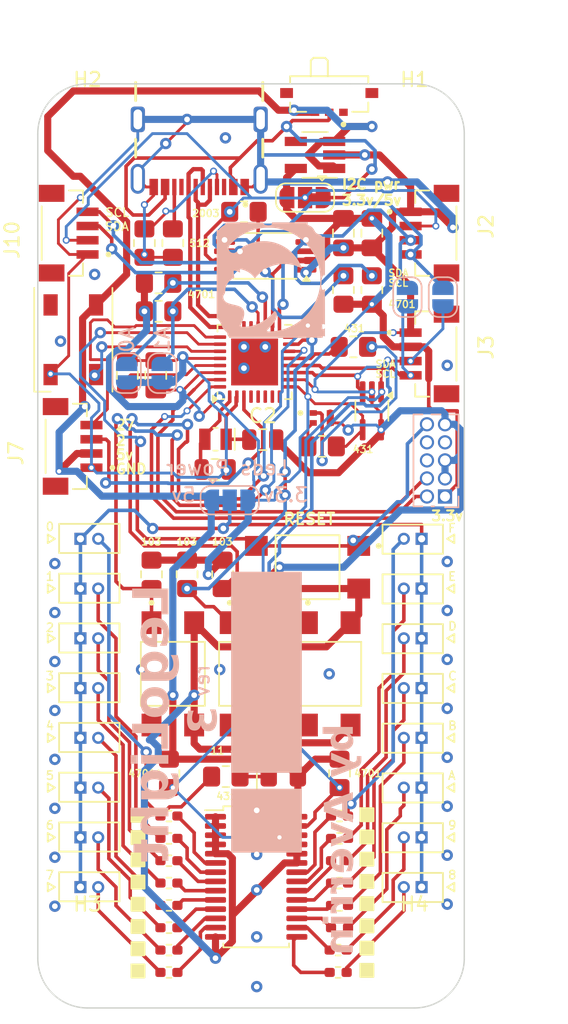
<source format=kicad_pcb>
(kicad_pcb (version 20240108) (generator "pcbnew") (generator_version "8.0")
  (title_block (comment 4 "AISLER Project ID: WOWXGAFH"))
  (layers (0 "F.Cu" signal) (31 "B.Cu" signal) (34 "B.Paste" user) (35 "F.Paste" user) (36 "B.SilkS" user "B.Silkscreen") (37 "F.SilkS" user "F.Silkscreen") (38 "B.Mask" user) (39 "F.Mask" user) (44 "Edge.Cuts" user))
  (net 0 "")
  (net 1 "GND")
  (net 2 "Net-(U3-VDDCORE)")
  (net 3 "/SWDIO")
  (net 4 "/SWCLK")
  (net 8 "/~{RESET}")
  (net 9 "/RX")
  (net 10 "/TX")
  (net 11 "/D-")
  (net 12 "/D+")
  (net 13 "/SDA_INT")
  (net 14 "/SCL_INT")
  (net 15 "+3.3V")
  (net 16 "+5V")
  (net 17 "/A0")
  (net 18 "/A1")
  (net 19 "/RGB")
  (net 20 "/PA27")
  (net 21 "/PA00")
  (net 22 "/PA01")
  (net 23 "/PA02")
  (net 24 "/PA03")
  (net 25 "/PA04")
  (net 26 "/PA05")
  (net 27 "/PA06")
  (net 28 "/STATUS_LED")
  (net 29 "/PA07")
  (net 30 "/PA11")
  (net 31 "/PA14")
  (net 32 "/PA15")
  (net 35 "Net-(J1-CC2)")
  (net 36 "Net-(J1-CC1)")
  (net 38 "Net-(D6-A1)")
  (net 39 "Net-(D6-A2)")
  (net 41 "Net-(J10-Pin_2)")
  (net 42 "/I2C ext/SDA")
  (net 43 "/I2C ext/SCL")
  (net 44 "Net-(U5-EN)")
  (net 45 "/SDA_ext_mcu")
  (net 46 "/SCL_ext_mcu")
  (net 47 "/LED Driver/LED0")
  (net 48 "/LED Driver/LED1")
  (net 49 "/LED Driver/LED2")
  (net 50 "/LED Driver/LED3")
  (net 51 "/LED Driver/LED4")
  (net 52 "/LED Driver/LED5")
  (net 53 "/LED Driver/LED6")
  (net 54 "/LED Driver/LED7")
  (net 55 "/LED Driver/LED8")
  (net 56 "/LED Driver/LED9")
  (net 57 "/LED Driver/LED10")
  (net 58 "/LED Driver/LED11")
  (net 59 "/LED Driver/LED12")
  (net 60 "/LED Driver/LED13")
  (net 61 "/LED Driver/LED14")
  (net 62 "/LED Driver/LED15")
  (net 63 "/LED Driver/LED_PWR")
  (net 64 "Net-(D2-K)")
  (net 66 "Net-(U2-LED0)")
  (net 67 "Net-(U2-LED1)")
  (net 68 "Net-(U2-LED2)")
  (net 69 "Net-(U2-LED3)")
  (net 70 "Net-(U2-LED4)")
  (net 71 "Net-(U2-LED5)")
  (net 72 "Net-(U2-LED6)")
  (net 73 "Net-(U2-LED7)")
  (net 74 "Net-(U2-LED8)")
  (net 75 "Net-(U2-LED9)")
  (net 76 "Net-(U2-LED10)")
  (net 77 "Net-(U2-LED11)")
  (net 78 "Net-(U2-LED12)")
  (net 79 "Net-(U2-LED13)")
  (net 80 "Net-(U2-LED14)")
  (net 81 "Net-(U2-LED15)")
  (net 85 "VBUS")
  (footprint "SnapEDA Library:jst_gh_2p_1.25" (layer "F.Cu") (at 178 116)
    (property "Reference" "J15" (hide yes))
    (property "Value" "Conn_01x02_Socket" (hide yes))
  )
  (footprint "SnapEDA Library:SW_TL3305AF160QG" (layer "F.Cu") (at 195.5 111.5 -90)
    (property "Reference" "BTN3" (hide yes))
    (property "Value" "BTN")
  )
  (footprint "Package_TO_SOT_SMD:SOT-23-5_HandSoldering" (layer "F.Cu") (at 194.5 75 180)
    (property "Reference" "AP2112K-3.3V2" (hide yes))
    (property "Value" "AP2112K-3.3V")
  )
  (footprint "Resistor_SMD:R_0402_1005Metric_Pad0.72x0.64mm_HandSolder" (layer "F.Cu") (at 196.225 123.0714 180)
    (property "Reference" "R31" (hide yes))
    (property "Value" "430OHM 0402")
  )
  (footprint "SnapEDA Library:jst_gh_2p_1.25" (layer "F.Cu") (at 178 105.5)
    (property "Reference" "J12" (hide yes))
    (property "Value" "Conn_01x02_Socket" (hide yes))
  )
  (footprint "SnapEDA Library:jst_gh_2p_1.25" (layer "F.Cu") (at 202 112.5 180)
    (property "Reference" "J23" (hide yes))
    (property "Value" "Conn_01x02_Socket" (hide yes))
  )
  (footprint "Resistor_SMD:R_0805_2012Metric_Pad1.20x1.40mm_HandSolder" (layer "F.Cu") (at 195 95.5)
    (property "Reference" "R3" (hide yes))
    (property "Value" "430OHM")
  )
  (footprint "Resistor_SMD:R_0402_1005Metric_Pad0.72x0.64mm_HandSolder" (layer "F.Cu") (at 196.1275 132.5 180)
    (property "Reference" "R25" (hide yes))
    (property "Value" "430OHM 0402")
  )
  (footprint "Resistor_SMD:R_0805_2012Metric_Pad1.20x1.40mm_HandSolder" (layer "F.Cu") (at 183.5 86 180)
    (property "Reference" "R17" (hide yes))
    (property "Value" "4K7OHM")
  )
  (footprint "SnapEDA Library:jst_gh_2p_1.25" (layer "F.Cu") (at 178 112.5)
    (property "Reference" "J14" (hide yes))
    (property "Value" "Conn_01x02_Socket" (hide yes))
  )
  (footprint "Resistor_SMD:R_0402_1005Metric_Pad0.72x0.64mm_HandSolder" (layer "F.Cu") (at 196.225 127.7857 180)
    (property "Reference" "R28" (hide yes))
    (property "Value" "430OHM 0402")
  )
  (footprint "Resistor_SMD:R_0402_1005Metric_Pad0.72x0.64mm_HandSolder" (layer "F.Cu") (at 184.225 121.5)
    (property "Reference" "R9" (hide yes))
    (property "Value" "430OHM 0402")
  )
  (footprint "SnapEDA Library:jst_gh_2p_1.25" (layer "F.Cu") (at 178 126.5)
    (property "Reference" "J18" (hide yes))
    (property "Value" "Conn_01x02_Socket" (hide yes))
  )
  (footprint "Resistor_SMD:R_0402_1005Metric_Pad0.72x0.64mm_HandSolder" (layer "F.Cu") (at 184.225 130.9286)
    (property "Reference" "R23" (hide yes))
    (property "Value" "430OHM 0402")
  )
  (footprint "Crystal:Crystal_SMD_MicroCrystal_CC8V-T1A-2Pin_2.0x1.2mm" (layer "F.Cu") (at 187.5 95 180)
    (property "Reference" "Y1" (hide yes))
    (property "Value" "32.768 kHz")
  )
  (footprint "Resistor_SMD:R_0402_1005Metric_Pad0.72x0.64mm_HandSolder" (layer "F.Cu") (at 184.225 126.2143)
    (property "Reference" "R20" (hide yes))
    (property "Value" "430OHM 0402")
  )
  (footprint "Resistor_SMD:R_0805_2012Metric_Pad1.20x1.40mm_HandSolder" (layer "F.Cu") (at 182.5 81.2 90)
    (property "Reference" "R1" (hide yes))
    (property "Value" "5.1KOHM")
  )
  (footprint "Capacitor_SMD:C_0805_2012Metric" (layer "F.Cu") (at 187.475 97.125)
    (property "Reference" "C1" (hide yes))
    (property "Value" "3pf")
  )
  (footprint "Capacitor_SMD:C_0805_2012Metric_Pad1.18x1.45mm_HandSolder" (layer "F.Cu") (at 183.3 90.5 90)
    (property "Reference" "C5" (hide yes))
    (property "Value" "10UF")
  )
  (footprint "Resistor_SMD:R_0402_1005Metric_Pad0.72x0.64mm_HandSolder" (layer "F.Cu") (at 184.225 127.7857)
    (property "Reference" "R21" (hide yes))
    (property "Value" "430OHM 0402")
  )
  (footprint "SnapEDA Library:jst_gh_2p_1.25" (layer "F.Cu") (at 202 105.5 180)
    (property "Reference" "J25" (hide yes))
    (property "Value" "Conn_01x02_Socket" (hide yes))
  )
  (footprint "Resistor_SMD:R_0805_2012Metric_Pad1.20x1.40mm_HandSolder" (layer "F.Cu") (at 196.225 118.5 -90)
    (property "Reference" "R5" (hide yes))
    (property "Value" "4k7ohm")
  )
  (footprint "SnapEDA Library:GCT_USB4105-GF-A" (layer "F.Cu") (at 186.355 72.5 180)
    (property "Reference" "J1" (hide yes))
    (property "Value" "USB4105-GF-A")
  )
  (footprint "SnapEDA Library:jst_gh_2p_1.25" (layer "F.Cu") (at 202 102 180)
    (property "Reference" "J26" (hide yes))
    (property "Value" "Conn_01x02_Socket" (hide yes))
  )
  (footprint "Resistor_SMD:R_0805_2012Metric_Pad1.20x1.40mm_HandSolder" (layer "F.Cu") (at 184.225 118.5 -90)
    (property "Reference" "R2" (hide yes))
    (property "Value" "4k7ohm")
  )
  (footprint "Resistor_SMD:R_0805_2012Metric_Pad1.20x1.40mm_HandSolder" (layer "F.Cu") (at 185.5 104.5 90)
    (property "Reference" "R11" (hide yes))
    (property "Value" "10KOHM")
  )
  (footprint "Resistor_SMD:R_0402_1005Metric_Pad0.72x0.64mm_HandSolder" (layer "F.Cu") (at 196.225 121.5 180)
    (property "Reference" "R32" (hide yes))
    (property "Value" "430OHM 0402")
  )
  (footprint "SnapEDA Library:jst_gh_2p_1.25" (layer "F.Cu") (at 178 119.5)
    (property "Reference" "J16" (hide yes))
    (property "Value" "Conn_01x02_Socket" (hide yes))
  )
  (footprint "SnapEDA Library:SW_TL3305AF160QG" (layer "F.Cu") (at 190 111.5 -90)
    (property "Reference" "BTN2" (hide yes))
    (property "Value" "BTN")
  )
  (footprint "SnapEDA Library:LED_APHB1608LZGKSURKC" (layer "F.Cu") (at 194.975 93.5)
    (property "Reference" "D6" (hide yes))
    (property "Value" "LED_Dual_AKAK")
  )
  (footprint "Jumper:SolderJumper-3_P1.3mm_Bridged12_RoundedPad1.0x1.5mm" (layer "F.Cu") (at 193.8 78 180)
    (property "Reference" "JP5" (hide yes))
    (property "Value" "Jumper_3_Bridged12")
  )
  (footprint "Capacitor_SMD:C_0805_2012Metric_Pad1.18x1.45mm_HandSolder" (layer "F.Cu") (at 181.3 90.5 -90)
    (property "Reference" "C6" (hide yes))
    (property "Value" "1.0UF")
  )
  (footprint "Resistor_SMD:R_0402_1005Metric_Pad0.72x0.64mm_HandSolder" (layer "F.Cu") (at 196.225 126.2143 180)
    (property "Reference" "R29" (hide yes))
    (property "Value" "430OHM 0402")
  )
  (footprint "Resistor_SMD:R_0805_2012Metric_Pad1.20x1.40mm_HandSolder" (layer "F.Cu") (at 184.5 81.2 -90)
    (property "Reference" "R15" (hide yes))
    (property "Value" "5.1KOHM")
  )
  (footprint "Package_DFN_QFN:QFN-32-1EP_5x5mm_P0.5mm_EP3.3x3.3mm" (layer "F.Cu") (at 190.25 89.5625 90)
    (property "Reference" "U3" (hide yes))
    (property "Value" "ATSAMD21E18A-A")
  )
  (footprint "Resistor_SMD:R_0402_1005Metric_Pad0.72x0.64mm_HandSolder" (layer "F.Cu") (at 196.225 129.3571 180)
    (property "Reference" "R27" (hide yes))
    (property "Value" "430OHM 0402")
  )
  (footprint "Resistor_SMD:R_0805_2012Metric_Pad1.20x1.40mm_HandSolder" (layer "F.Cu") (at 196.5 84.5 90)
    (property "Reference" "R19" (hide yes))
    (property "Value" "4K7OHM")
  )
  (footprint "Resistor_SMD:R_0402_1005Metric_Pad0.72x0.64mm_HandSolder" (layer "F.Cu") (at 196.1275 130.9286 180)
    (property "Reference" "R26" (hide yes))
    (property "Value" "430OHM 0402")
  )
  (footprint "SnapEDA Library:ADAFRUIT_4328" (layer "F.Cu") (at 203 89 -90)
    (property "Reference" "J3")
    (property "Value" "I2C")
  )
  (footprint "Capacitor_SMD:C_0805_2012Metric" (layer "F.Cu") (at 190.825 95.025)
    (property "Reference" "C2")
    (property "Value" "3pf")
  )
  (footprint "Package_SO:TSSOP-8_4.4x3mm_P0.65mm" (layer "F.Cu") (at 191 82.1 180)
    (property "Reference" "U5" (hide yes))
    (property "Value" "PCA9306D")
  )
  (footprint "SnapEDA Library:jst_gh_2p_1.25" (layer "F.Cu") (at 202 123 180)
    (property "Reference" "J20" (hide yes))
    (property "Value" "Conn_01x02_Socket" (hide yes))
  )
  (footprint "SnapEDA Library:ADAFRUIT_4328" (layer "F.Cu") (at 176.725 80.5 90)
    (property "Reference" "J10")
    (property "Value" "I2C")
  )
  (footprint "Capacitor_SMD:C_0805_2012Metric_Pad1.18x1.45mm_HandSolder" (layer "F.Cu") (at 198.5 80.5 -90)
    (property "Reference" "C3" (hide yes))
    (property "Value" "10UF")
  )
  (footprint "SnapEDA Library:ADAFRUIT_4328" (layer "F.Cu") (at 203 80.5 -90)
    (property "Reference" "J2")
    (property "Value" "I2C")
  )
  (footprint "Resistor_SMD:R_0402_1005Metric_Pad0.72x0.64mm_HandSolder" (layer "F.Cu") (at 184.225 123.0714)
    (property "Reference" "R10" (hide yes))
    (property "Value" "430OHM 0402")
  )
  (footprint "Resistor_SMD:R_0805_2012Metric_Pad1.20x1.40mm_HandSolder" (layer "F.Cu") (at 183.5 84 180)
    (property "Reference" "R13" (hide yes))
    (property "Value" "4K7OHM")
  )
  (footprint "Resistor_SMD:R_0805_2012Metric_Pad1.20x1.40mm_HandSolder" (layer "F.Cu") (at 197.2 88.5 180)
    (property "Reference" "R16" (hide yes))
    (property "Value" "430OHM")
  )
  (footprint "SnapEDA Library:jst_gh_2p_1.25" (layer "F.Cu") (at 178 109)
    (property "Reference" "J13" (hide yes))
    (property "Value" "Conn_01x02_Socket" (hide yes))
  )
  (footprint "Package_SO:TSSOP-28_4.4x9.7mm_P0.65mm" (layer "F.Cu") (at 190.3625 125.775)
    (property "Reference" "U2" (hide yes))
    (property "Value" "PCA9685PW")
  )
  (footprint "LED_SMD:LED_0805_2012Metric_Pad1.15x1.40mm_HandSolder" (layer "F.Cu") (at 192.27 118.725)
    (property "Reference" "D2" (hide yes))
    (property "Value" "BLUE")
  )
  (footprint "SnapEDA Library:SW_TL3305AF160QG" (layer "F.Cu") (at 193.975 104 180)
    (property "Reference" "RESET")
    (property "Value" "TL3305AF160QG")
  )
  (footprint "Resistor_SMD:R_0402_1005Metric_Pad0.72x0.64mm_HandSolder" (layer "F.Cu") (at 184.225 124.6429)
    (property "Reference" "R18" (hide yes))
    (property "Value" "430OHM 0402")
  )
  (footprint "Resistor_SMD:R_0805_2012Metric_Pad1.20x1.40mm_HandSolder" (layer "F.Cu") (at 198.5 84.5 90)
    (property "Reference" "R6" (hide yes))
    (property "Value" "4K7OHM")
  )
  (footprint "SnapEDA Library:jst_gh_2p_1.25" (layer "F.Cu") (at 202 126.5 180)
    (property "Reference" "J19" (hide yes))
    (property "Value" "Conn_01x02_Socket" (hide yes))
  )
  (footprint "Resistor_SMD:R_0402_1005Metric_Pad0.72x0.64mm_HandSolder" (layer "F.Cu") (at 184.225 129.3571)
    (property "Reference" "R22" (hide yes))
    (property "Value" "430OHM 0402")
  )
  (footprint "LED_SMD:LED_SK6812_PLCC4_5.0x5.0mm_P3.2mm" (layer "F.Cu") (at 177.5 88 -90)
    (property "Reference" "D1" (hide yes))
    (property "Value" "SK6812")
  )
  (footprint "Resistor_SMD:R_0805_2012Metric_Pad1.20x1.40mm_HandSolder" (layer "F.Cu") (at 188 104.5 90)
    (property "Reference" "R12" (hide yes))
    (property "Value" "10KOHM")
  )
  (footprint "MountingHole:MountingHole_3.2mm_M3_DIN965" (layer "F.Cu") (at 201.5 73.5)
    (property "Reference" "H1")
    (property "Value" "MountingHole")
  )
  (footprint "Resistor_SMD:R_0805_2012Metric_Pad1.20x1.40mm_HandSolder" (layer "F.Cu") (at 188.225 118.725 180)
    (property "Reference" "R8" (hide yes))
    (property "Value" "430OHM")
  )
  (footprint "MountingHole:MountingHole_3.2mm_M3_DIN965" (layer "F.Cu") (at 178.5 73.5)
    (property "Reference" "H2")
    (property "Value" "MountingHole")
  )
  (footprint "Resistor_SMD:R_0402_1005Metric_Pad0.72x0.64mm_HandSolder" (layer "F.Cu") (at 184.225 132.5)
    (property "Reference" "R24" (hide yes))
    (property "Value" "430OHM 0402")
  )
  (footprint "SnapEDA Library:ADAFRUIT_4328" (layer "F.Cu") (at 177 95.5 90)
    (property "Reference" "J7")
    (property "Value" "LED_EXT")
  )
  (footprint "SnapEDA Library:jst_gh_2p_1.25" (layer "F.Cu") (at 178 102)
    (property "Reference" "J11" (hide yes))
    (property "Value" "Conn_01x02_Socket" (hide yes))
  )
  (footprint "Capacitor_SMD:C_0805_2012Metric_Pad1.18x1.45mm_HandSolder" (layer "F.Cu") (at 196.5 80.5 -90)
    (property "Reference" "C4" (hide yes))
    (property "Value" "1.0UF")
  )
  (footprint "MountingHole:MountingHole_3.2mm_M3_DIN965" (layer "F.Cu") (at 178.5 131.5)
    (property "Reference" "H3")
    (property "Value" "MountingHole")
  )
  (footprint "Package_TO_SOT_SMD:SOT-353_SC-70-5_Handsoldering" (layer "F.Cu") (at 198.5 93 -90)
    (property "Reference" "U1" (hide yes))
    (property "Value" "24LC01BT-I_OT")
  )
  (footprint "SnapEDA Library:SW_SSAJ110100" (layer "F.Cu") (at 195.5 70.72 180)
    (property "Reference" "S2" (hide yes))
    (property "Value" "SSAJ110100")
  )
  (footprint "SnapEDA Library:jst_gh_2p_1.25" (layer "F.Cu") (at 202 119.5 180)
    (property "Reference" "J21" (hide yes))
    (property "Value" "Conn_01x02_Socket" (hide yes))
  )
  (footprint "SnapEDA Library:jst_gh_2p_1.25" (layer "F.Cu") (at 202 109 180)
    (property "Reference" "J24" (hide yes))
    (property "Value" "Conn_01x02_Socket" (hide yes))
  )
  (footprint "Resistor_SMD:R_0805_2012Metric_Pad1.20x1.40mm_HandSolder" (layer "F.Cu") (at 183 104.5 90)
    (property "Reference" "R7" (hide yes))
    (property "Value" "10KOHM")
  )
  (footprint "MountingHole:MountingHole_3.2mm_M3_DIN965" (layer "F.Cu") (at 201.5 131.5)
    (property "Reference" "H4")
    (property "Value" "MountingHole")
  )
  (footprint "SnapEDA Library:jst_gh_2p_1.25" (layer "F.Cu") (at 202 116 180)
    (property "Reference" "J22" (hide yes))
    (property "Value" "Conn_01x02_Socket" (hide yes))
  )
  (footprint "Resistor_SMD:R_0402_1005Metric_Pad0.72x0.64mm_HandSolder" (layer "F.Cu") (at 196.225 124.6429 180)
    (property "Reference" "R30" (hide yes))
    (property "Value" "430OHM 0402")
  )
  (footprint "SnapEDA Library:jst_gh_2p_1.25" (layer "F.Cu") (at 178 123)
    (property "Reference" "J17" (hide yes))
    (property "Value" "Conn_01x02_Socket" (hide yes))
  )
  (footprint "Resistor_SMD:R_0805_2012Metric_Pad1.20x1.40mm_HandSolder" (layer "F.Cu") (at 189.5 79 180)
    (property "Reference" "R4" (hide yes))
    (property "Value" "200KOHM")
  )
  (footprint "SnapEDA Library:SW_TL3305AF160QG" (layer "F.Cu") (at 184.5 111.5 -90)
    (property "Reference" "BTN1" (hide yes))
    (property "Value" "BTN")
  )
  (footprint "Jumper:SolderJumper-2_P1.3mm_Open_RoundedPad1.0x1.5mm" (layer "B.Cu") (at 201 85 -90)
    (property "Reference" "JP1" (hide yes))
    (property "Value" "A1")
  )
  (footprint "Connector_PinSocket_1.27mm:PinSocket_2x05_P1.27mm_Vertical" (layer "B.Cu") (at 203.645 99.025)
    (property "Reference" "J4" (hide yes))
    (property "Value" "SWD" (hide yes))
  )
  (footprint "Jumper:SolderJumper-2_P1.3mm_Open_RoundedPad1.0x1.5mm" (layer "B.Cu") (at 183.75 90.35 90)
    (property "Reference" "JP7" (hide yes))
    (property "Value" "A1")
  )
  (footprint "Jumper:SolderJumper-2_P1.3mm_Open_RoundedPad1.0x1.5mm" (layer "B.Cu") (at 203.5 85 -90)
    (property "Reference" "JP4" (hide yes))
    (property "Value" "A1")
  )
  (footprint "Jumper:SolderJumper-2_P1.3mm_Open_RoundedPad1.0x1.5mm" (layer "B.Cu") (at 181.25 90.35 90)
    (property "Reference" "JP6" (hide yes))
    (property "Value" "A0")
  )
  (footprint "Jumper:SolderJumper-3_P1.3mm_Bridged12_RoundedPad1.0x1.5mm" (layer "B.Cu") (at 188.5 99.285)
    (property "Reference" "JP2" (hide yes))
    (property "Value" "Jumper_3_Bridged12")
  )
  (gr_poly (pts (xy 188.204377 79.741283) (xy 188.204797 79.751565) (xy 188.2049 79.761743) (xy 188.204691 79.771821) (xy 188.204176 79.781804) (xy 188.203361 79.791695) (xy 188.20225 79.801497) (xy 188.20085 79.811214) (xy 188.199166 79.820852) (xy 188.197204 79.830413) (xy 188.194969 79.839902) (xy 188.192467 79.849321) (xy 188.189703 79.858676) (xy 188.186683 79.86797) (xy 188.183412 79.877206) (xy 188.179897 79.886389) (xy 188.176142 79.895523) (xy 188.175863 79.896146) (xy 188.175558 79.896762) (xy 188.174875 79.897971) (xy 188.174102 79.899153) (xy 188.173247 79.900307) (xy 188.172317 79.901432) (xy 188.171322 79.902529) (xy 188.170269 79.903598) (xy 188.169165 79.90464) (xy 188.16802 79.905655) (xy 188.166841 79.906642) (xy 188.165636 79.907603) (xy 188.164413 79.908536) (xy 188.161947 79.910323) (xy 188.159508 79.912004) (xy 188.111997 79.944065) (xy 188.088067 79.959825) (xy 188.076021 79.967576) (xy 188.063907 79.975217) (xy 188.018331 80.004555) (xy 187.995969 80.019704) (xy 187.973922 80.035209) (xy 187.952215 80.051097) (xy 187.930872 80.067396) (xy 187.909918 80.084132) (xy 187.889376 80.101334) (xy 187.869272 80.119027) (xy 187.849629 80.137239) (xy 187.830472 80.155999) (xy 187.811825 80.175332) (xy 187.793711 80.195265) (xy 187.776157 80.215827) (xy 187.759185 80.237045) (xy 187.74282 80.258945) (xy 187.739832 80.262887) (xy 187.736769 80.266524) (xy 187.733627 80.269854) (xy 187.732022 80.271405) (xy 187.730394 80.272878) (xy 187.728743 80.274275) (xy 187.727066 80.275595) (xy 187.725363 80.276839) (xy 187.723632 80.278005) (xy 187.721874 80.279095) (xy 187.720087 80.280108) (xy 187.71827 80.281043) (xy 187.716422 80.281902) (xy 187.714541 80.282684) (xy 187.712628 80.283388) (xy 187.710681 80.284015) (xy 187.7087 80.284565) (xy 187.706682 80.285038) (xy 187.704627 80.285433) (xy 187.702535 80.285751) (xy 187.700404 80.285993) (xy 187.698234 80.286156) (xy 187.696022 80.286242) (xy 187.693769 80.286249) (xy 187.691474 80.28618) (xy 187.689134 80.286033) (xy 187.68675 80.285808) (xy 187.684321 80.285506) (xy 187.681845 80.285126) (xy 187.669185 80.283089) (xy 187.656501 80.281196) (xy 187.631081 80.277719) (xy 187.580181 80.271116) (xy 187.582637 86.513719) (xy 187.588055 86.514061) (xy 187.593309 86.514622) (xy 187.598403 86.515398) (xy 187.603344 86.516388) (xy 187.608138 86.517587) (xy 187.612791 86.518992) (xy 187.617309 86.5206) (xy 187.621699 86.522408) (xy 187.625967 86.524412) (xy 187.630118 86.526609) (xy 187.634158 86.528995) (xy 187.638095 86.531568) (xy 187.641933 86.534324) (xy 187.645679 86.53726) (xy 187.64934 86.540371) (xy 187.65292 86.543657) (xy 187.665888 86.555686) (xy 187.679048 86.567556) (xy 187.692177 86.579463) (xy 187.705049 86.591605) (xy 187.711319 86.597826) (xy 187.717442 86.604181) (xy 187.723388 86.610693) (xy 187.729131 86.617388) (xy 187.734642 86.62429) (xy 187.739892 86.631424) (xy 187.744855 86.638815) (xy 187.749503 86.646487) (xy 187.754949 86.655571) (xy 187.760706 86.664435) (xy 187.766718 86.673119) (xy 187.772931 86.681661) (xy 187.798695 86.715213) (xy 187.811361 86.732171) (xy 187.817448 86.740834) (xy 187.8233 86.749674) (xy 187.82886 86.758728) (xy 187.834075 86.768037) (xy 187.838889 86.77764) (xy 187.843249 86.787577) (xy 187.861415 86.830372) (xy 187.880506 86.872792) (xy 187.919177 86.957436) (xy 187.937612 87.000126) (xy 187.954683 87.043372) (xy 187.962528 87.065277) (xy 187.969818 87.087408) (xy 187.976481 87.109795) (xy 187.982445 87.132467) (xy 187.982936 87.134345) (xy 187.983487 87.136221) (xy 187.984096 87.138091) (xy 187.98476 87.139954) (xy 187.985477 87.141808) (xy 187.986243 87.14365) (xy 187.987059 87.145477) (xy 187.987919 87.147287) (xy 187.988823 87.149078) (xy 187.989768 87.150847) (xy 187.990751 87.152591) (xy 187.991771 87.154309) (xy 187.992824 87.155997) (xy 187.993908 87.157654) (xy 187.99502 87.159276) (xy 187.99616 87.160862) (xy 188.011198 87.180904) (xy 188.026598 87.200629) (xy 188.042336 87.220056) (xy 188.058387 87.239205) (xy 188.091334 87.276739) (xy 188.125245 87.313383) (xy 188.159928 87.349285) (xy 188.195189 87.384597) (xy 188.266676 87.454047) (xy 188.275043 87.46225) (xy 188.283006 87.470419) (xy 188.29055 87.47859) (xy 188.297655 87.486799) (xy 188.304307 87.495084) (xy 188.310489 87.503479) (xy 188.316183 87.512022) (xy 188.321373 87.520749) (xy 188.326043 87.529696) (xy 188.330175 87.538899) (xy 188.333754 87.548394) (xy 188.336762 87.558219) (xy 188.339182 87.568409) (xy 188.340998 87.579) (xy 188.342193 87.590029) (xy 188.342751 87.601533) (xy 188.343158 87.611448) (xy 188.343981 87.621211) (xy 188.345227 87.63082) (xy 188.346898 87.64027) (xy 188.349 87.64956) (xy 188.351537 87.658685) (xy 188.354511 87.667642) (xy 188.35793 87.676428) (xy 188.361795 87.685039) (xy 188.366112 87.693472) (xy 188.370885 87.701724) (xy 188.376117 87.709791) (xy 188.381814 87.71767) (xy 188.387979 87.725357) (xy 188.394617 87.732849) (xy 188.401732 87.740144) (xy 188.407624 87.746095) (xy 188.410512 87.749158) (xy 188.413357 87.752277) (xy 188.416155 87.75545) (xy 188.418901 87.758674) (xy 188.421592 87.761949) (xy 188.424224 87.765271) (xy 188.426794 87.768639) (xy 188.429297 87.772051) (xy 188.43173 87.775506) (xy 188.434088 87.779) (xy 188.436368 87.782533) (xy 188.438566 87.786102) (xy 188.440679 87.789705) (xy 188.442701 87.793341) (xy 188.447332 87.801829) (xy 188.449629 87.806138) (xy 188.451846 87.810493) (xy 188.453931 87.814896) (xy 188.455832 87.819352) (xy 188.457496 87.823861) (xy 188.458872 87.828427) (xy 188.459909 87.833053) (xy 188.460284 87.835388) (xy 188.460554 87.837739) (xy 188.460714 87.840107) (xy 188.460756 87.842491) (xy 188.460675 87.844891) (xy 188.460464 87.847309) (xy 188.460115 87.849744) (xy 188.459624 87.852196) (xy 188.458983 87.854667) (xy 188.458186 87.857156) (xy 188.457226 87.859664) (xy 188.456097 87.862191) (xy 188.454793 87.864736) (xy 188.453307 87.867301) (xy 195.022065 87.865249) (xy 195.023792 87.862261) (xy 195.025369 87.859257) (xy 195.028112 87.853203) (xy 195.030366 87.847098) (xy 195.032203 87.840952) (xy 195.033696 87.834778) (xy 195.034918 87.828587) (xy 195.036839 87.816197) (xy 195.038548 87.803874) (xy 195.039504 87.797764) (xy 195.040624 87.791706) (xy 195.041983 87.785709) (xy 195.043651 87.779785) (xy 195.045702 87.773945) (xy 195.048208 87.7682) (xy 195.050218 87.764186) (xy 195.052267 87.760402) (xy 195.054375 87.756867) (xy 195.056564 87.7536) (xy 195.058854 87.75062) (xy 195.060043 87.749243) (xy 195.061267 87.747945) (xy 195.062526 87.746728) (xy 195.063823 87.745595) (xy 195.065161 87.744548) (xy 195.066544 87.743589) (xy 195.067972 87.74272) (xy 195.06945 87.741944) (xy 195.070979 87.741263) (xy 195.072562 87.74068) (xy 195.074203 87.740197) (xy 195.075903 87.739816) (xy 195.077664 87.73954) (xy 195.079491 87.739372) (xy 195.081385 87.739312) (xy 195.083349 87.739365) (xy 195.085386 87.739531) (xy 195.087497 87.739814) (xy 195.089687 87.740215) (xy 195.091957 87.740739) (xy 195.09431 87.741385) (xy 195.096749 87.742157) (xy 195.098807 87.742792) (xy 195.100896 87.743332) (xy 195.103013 87.743785) (xy 195.105154 87.744165) (xy 195.107317 87.74448) (xy 195.109498 87.744741) (xy 195.113901 87.745146) (xy 195.122777 87.745786) (xy 195.127198 87.746192) (xy 195.129393 87.746454) (xy 195.131573 87.74677) (xy 195.143147 87.74868) (xy 195.148852 87.749758) (xy 195.154454 87.750985) (xy 195.159915 87.752412) (xy 195.165199 87.75409) (xy 195.170268 87.756071) (xy 195.175087 87.758404) (xy 195.177391 87.759718) (xy 195.179618 87.76114) (xy 195.181764 87.762676) (xy 195.183824 87.764331) (xy 195.185794 87.766113) (xy 195.187669 87.768027) (xy 195.189444 87.770081) (xy 195.191115 87.772279) (xy 195.192677 87.77463) (xy 195.194126 87.777138) (xy 195.195457 87.779811) (xy 195.196665 87.782655) (xy 195.197746 87.785676) (xy 195.198696 87.78888) (xy 195.199508 87.792274) (xy 195.20018 87.795864) (xy 195.199998 87.489775) (xy 195.198724 87.182383) (xy 195.198339 87.182794) (xy 195.19797 87.183228) (xy 195.197279 87.184164) (xy 195.196642 87.185174) (xy 195.196047 87.186244) (xy 195.195487 87.187359) (xy 195.19495 87.188502) (xy 195.193909 87.190813) (xy 195.193386 87.191951) (xy 195.192848 87.193055) (xy 195.192285 87.194112) (xy 195.191688 87.195103) (xy 195.191046 87.196017) (xy 195.190706 87.196439) (xy 195.190351 87.196835) (xy 195.18998 87.197204) (xy 195.189592 87.197544) (xy 195.189185 87.197851) (xy 195.188759 87.198126) (xy 195.16129 87.214479) (xy 195.133711 87.230676) (xy 195.1198 87.238525) (xy 195.105765 87.246108) (xy 195.091573 87.253347) (xy 195.077193 87.260165) (xy 195.075171 87.261025) (xy 195.073153 87.261766) (xy 195.071142 87.26239) (xy 195.069141 87.262898) (xy 195.067153 87.26329) (xy 195.065181 87.263568) (xy 195.063226 87.263732) (xy 195.061294 87.263784) (xy 195.059385 87.263725) (xy 195.057503 87.263556) (xy 195.055651 87.263277) (xy 195.053832 87.26289) (xy 195.052048 87.262396) (xy 195.050302 87.261796) (xy 195.048598 87.26109) (xy 195.046937 87.26028) (xy 195.045323 87.259368) (xy 195.043759 87.258352) (xy 195.042247 87.257236) (xy 195.040791 87.25602) (xy 195.039393 87.254705) (xy 195.038056 87.253291) (xy 195.036783 87.251781) (xy 195.035577 87.250174) (xy 195.03444 87.248473) (xy 195.033375 87.246678) (xy 195.032385 87.244789) (xy 195.031474 87.242809) (xy 195.030643 87.240738) (xy 195.029897 87.238577) (xy 195.029237 87.236327) (xy 195.028666 87.233989) (xy 195.022093 87.201139) (xy 195.016758 87.168159) (xy 195.012546 87.135064) (xy 195.009348 87.101871) (xy 195.00705 87.068595) (xy 195.005541 87.035252) (xy 195.004708 87.001858) (xy 195.004441 86.968428) (xy 195.004519 86.965871) (xy 195.00475 86.963295) (xy 195.005122 86.960706) (xy 195.005626 86.958107) (xy 195.006252 86.955504) (xy 195.006988 86.9529) (xy 195.007825 86.950301) (xy 195.008752 86.947711) (xy 195.009758 86.945134) (xy 195.010834 86.942575) (xy 195.013152 86.93753) (xy 195.015623 86.932612) (xy 195.018163 86.927857) (xy 195.020088 86.924433) (xy 195.022022 86.921189) (xy 195.023968 86.918125) (xy 195.025931 86.915238) (xy 195.027912 86.912529) (xy 195.029914 86.909996) (xy 195.031941 86.907638) (xy 195.033996 86.905455) (xy 195.036081 86.903444) (xy 195.0382 86.901606) (xy 195.040356 86.899939) (xy 195.042551 86.898442) (xy 195.044789 86.897115) (xy 195.047073 86.895955) (xy 195.049405 86.894963) (xy 195.05179 86.894137) (xy 195.054229 86.893476) (xy 195.056727 86.89298) (xy 195.059285 86.892646) (xy 195.061907 86.892475) (xy 195.064596 86.892465) (xy 195.067354 86.892616) (xy 195.070186 86.892925) (xy 195.073094 86.893393) (xy 195.076081 86.894017) (xy 195.079149 86.894799) (xy 195.082303 86.895735) (xy 195.085545 86.896825) (xy 195.088878 86.898069) (xy 195.092305 86.899464) (xy 195.095829 86.901012) (xy 195.099453 86.902708) (xy 195.107242 86.906339) (xy 195.111173 86.908056) (xy 195.115127 86.909685) (xy 195.119102 86.911213) (xy 195.123098 86.912622) (xy 195.127113 86.913898) (xy 195.131145 86.915026) (xy 195.135195 86.915989) (xy 195.13926 86.916771) (xy 195.14334 86.917359) (xy 195.147433 86.917734) (xy 195.151537 86.917883) (xy 195.155653 86.91779) (xy 195.159778 86.917438) (xy 195.163912 86.916813) (xy 195.165872 86.916489) (xy 195.16775 86.916254) (xy 195.169548 86.916108) (xy 195.17127 86.916047) (xy 195.172918 86.916069) (xy 195.174496 86.916172) (xy 195.176007 86.916352) (xy 195.177452 86.916607) (xy 195.178835 86.916936) (xy 195.180159 86.917334) (xy 195.181428 86.9178) (xy 195.182642 86.91833) (xy 195.183807 86.918923) (xy 195.184923 86.919576) (xy 195.185995 86.920285) (xy 195.187026 86.92105) (xy 195.188017 86.921866) (xy 195.188972 86.922732) (xy 195.190786 86.924602) (xy 195.192491 86.92664) (xy 195.194109 86.928824) (xy 195.195664 86.931134) (xy 195.197179 86.933549) (xy 195.20018 86.938614) (xy 195.198391 84.44287) (xy 195.19509 84.442104) (xy 195.191854 84.441475) (xy 195.188681 84.440984) (xy 195.18557 84.440626) (xy 195.182518 84.440399) (xy 195.179526 84.440301) (xy 195.176592 84.440328) (xy 195.173713 84.440478) (xy 195.17089 84.440749) (xy 195.168121 84.441138) (xy 195.165403 84.441641) (xy 195.162737 84.442258) (xy 195.157552 84.443817) (xy 195.152556 84.445794) (xy 195.147738 84.448169) (xy 195.143086 84.450919) (xy 195.138591 84.454024) (xy 195.134242 84.457462) (xy 195.130028 84.461213) (xy 195.12594 84.465254) (xy 195.121965 84.469565) (xy 195.118094 84.474124) (xy 195.117465 84.474854) (xy 195.116798 84.475554) (xy 195.116098 84.476226) (xy 195.115367 84.476873) (xy 195.11461 84.477499) (xy 195.11383 84.478107) (xy 195.113032 84.478699) (xy 195.112217 84.479278) (xy 195.110555 84.480408) (xy 195.108874 84.481519) (xy 195.107204 84.482636) (xy 195.105573 84.48378) (xy 195.101972 84.48631) (xy 195.09841 84.488636) (xy 195.094885 84.490759) (xy 195.091398 84.492679) (xy 195.08795 84.494395) (xy 195.08454 84.495907) (xy 195.081169 84.497216) (xy 195.077838 84.498321) (xy 195.074547 84.499222) (xy 195.071295 84.499918) (xy 195.068083 84.50041) (xy 195.064911 84.500698) (xy 195.06178 84.500782) (xy 195.058691 84.500661) (xy 195.055642 84.500335) (xy 195.052635 84.499804) (xy 195.04967 84.499068) (xy 195.046747 84.498128) (xy 195.043867 84.496982) (xy 195.041029 84.495631) (xy 195.038234 84.494074) (xy 195.035482 84.492313) (xy 195.032774 84.490345) (xy 195.03011 84.488172) (xy 195.02749 84.485793) (xy 195.024914 84.483208) (xy 195.022383 84.480417) (xy 195.019897 84.47742) (xy 195.017457 84.474216) (xy 195.015061 84.470806) (xy 195.012712 84.46719) (xy 195.010409 84.463366) (xy 195.003816 84.451698) (xy 194.997549 84.439881) (xy 194.991664 84.427896) (xy 194.988883 84.421834) (xy 194.986219 84.415723) (xy 194.98368 84.40956) (xy 194.981272 84.403342) (xy 194.979003 84.397068) (xy 194.976879 84.390735) (xy 194.974908 84.38434) (xy 194.973097 84.37788) (xy 194.971454 84.371355) (xy 194.969985 84.364759) (xy 194.96226 84.327402) (xy 194.954982 84.29003) (xy 194.948668 84.252597) (xy 194.946036 84.233844) (xy 194.943841 84.215058) (xy 194.942147 84.196234) (xy 194.94102 84.177366) (xy 194.940524 84.158449) (xy 194.940724 84.139477) (xy 194.941686 84.120444) (xy 194.943475 84.101345) (xy 194.946154 84.082173) (xy 194.949791 84.062923) (xy 194.950786 84.057894) (xy 194.951631 84.052825) (xy 194.952336 84.047721) (xy 194.952911 84.042585) (xy 194.953719 84.032236) (xy 194.954138 84.021811) (xy 194.954256 84.011343) (xy 194.954158 84.000863) (xy 194.953656 83.979999) (xy 194.953354 83.957535) (xy 194.953589 83.935156) (xy 194.954341 83.912857) (xy 194.955592 83.890633) (xy 194.959504 83.846393) (xy 194.965163 83.802397) (xy 194.972407 83.758603) (xy 194.981073 83.714973) (xy 194.991001 83.67147) (xy 195.002027 83.628051) (xy 195.002728 83.62569) (xy 194.880396 83.62569) (xy 194.880144 83.640107) (xy 194.878822 83.694966) (xy 194.878234 83.749822) (xy 194.877609 83.85955) (xy 194.876751 83.914435) (xy 194.874979 83.969343) (xy 194.871885 84.024278) (xy 194.867055 84.079248) (xy 194.85369 84.204799) (xy 194.846037 84.267414) (xy 194.841699 84.298583) (xy 194.836917 84.329623) (xy 194.828962 84.376563) (xy 194.820371 84.423399) (xy 194.811167 84.470138) (xy 194.801374 84.516783) (xy 194.791014 84.563337) (xy 194.78011 84.609807) (xy 194.768685 84.656194) (xy 194.756764 84.702505) (xy 194.736664 84.775901) (xy 194.715103 84.848748) (xy 194.692098 84.921048) (xy 194.667663 84.9928) (xy 194.641814 85.064005) (xy 194.614566 85.134665) (xy 194.585935 85.20478) (xy 194.555935 85.274352) (xy 194.526358 85.339229) (xy 194.495358 85.403452) (xy 194.462949 85.46699) (xy 194.429149 85.529813) (xy 194.393973 85.59189) (xy 194.357439 85.65319) (xy 194.31956 85.713682) (xy 194.280354 85.773336) (xy 194.245125 85.824981) (xy 194.209222 85.876149) (xy 194.172588 85.926794) (xy 194.135165 85.976873) (xy 194.096895 86.026342) (xy 194.057719 86.075156) (xy 194.017579 86.123272) (xy 193.976418 86.170645) (xy 193.93329 86.218513) (xy 193.889499 86.26564) (xy 193.845027 86.312028) (xy 193.799853 86.35768) (xy 193.75396 86.402597) (xy 193.70733 86.44678) (xy 193.659943 86.490234) (xy 193.61178 86.532957) (xy 193.573881 86.565544) (xy 193.535536 86.59756) (xy 193.496746 86.628989) (xy 193.457512 86.659818) (xy 193.417834 86.690031) (xy 193.37771 86.719617) (xy 193.337142 86.748559) (xy 193.29613 86.776845) (xy 193.24224 86.812701) (xy 193.187763 86.847604) (xy 193.132699 86.88156) (xy 193.07705 86.91457) (xy 193.020816 86.946639) (xy 192.963998 86.97777) (xy 192.906597 87.007966) (xy 192.848613 87.037231) (xy 192.770105 87.074942) (xy 192.690928 87.110772) (xy 192.611064 87.144686) (xy 192.530493 87.176646) (xy 192.449196 87.206617) (xy 192.367155 87.234562) (xy 192.28435 87.260445) (xy 192.200763 87.284228) (xy 192.140856 87.300033) (xy 192.080758 87.315011) (xy 192.020448 87.32906) (xy 191.959908 87.342075) (xy 191.899118 87.353953) (xy 191.83806 87.364589) (xy 191.776714 87.373881) (xy 191.715061 87.381723) (xy 191.620829 87.391636) (xy 191.52651 87.399868) (xy 191.432087 87.406539) (xy 191.337544 87.411771) (xy 191.296263 87.413142) (xy 191.285952 87.413766) (xy 191.275631 87.414731) (xy 191.270464 87.415377) (xy 191.265293 87.416151) (xy 191.260116 87.417068) (xy 191.254934 87.418141) (xy 191.249023 87.419293) (xy 191.243081 87.420132) (xy 191.237118 87.420666) (xy 191.231144 87.420909) (xy 191.22517 87.42087) (xy 191.219205 87.420562) (xy 191.21326 87.419997) (xy 191.207345 87.419184) (xy 191.201471 87.418136) (xy 191.195648 87.416864) (xy 191.189886 87.415379) (xy 191.184195 87.413692) (xy 191.178587 87.411815) (xy 191.17307 87.409759) (xy 191.167655 87.407535) (xy 191.162354 87.405154) (xy 191.159026 87.403467) (xy 191.15586 87.401598) (xy 191.152861 87.399555) (xy 191.150033 87.397345) (xy 191.147382 87.394975) (xy 191.144912 87.392453) (xy 191.142629 87.389785) (xy 191.140537 87.386979) (xy 191.138642 87.384041) (xy 191.136947 87.380979) (xy 191.13546 87.3778) (xy 191.134183 87.374511) (xy 191.133123 87.371118) (xy 191.132284 87.36763) (xy 191.131671 87.364052) (xy 191.13129 87.360393) (xy 191.131145 87.356659) (xy 191.131241 87.352857) (xy 191.131583 87.348995) (xy 191.132176 87.345079) (xy 191.133026 87.341117) (xy 191.134136 87.337116) (xy 191.135512 87.333082) (xy 191.13716 87.329023) (xy 191.139083 87.324945) (xy 191.141288 87.320857) (xy 191.143778 87.316765) (xy 191.146559 87.312676) (xy 191.149636 87.308598) (xy 191.153014 87.304536) (xy 191.156697 87.300499) (xy 191.160692 87.296494) (xy 191.236936 87.222137) (xy 191.31162 87.146458) (xy 191.384268 87.069071) (xy 191.419677 87.029617) (xy 191.4544 86.989593) (xy 191.488374 86.948949) (xy 191.521542 86.907638) (xy 191.553841 86.865612) (xy 191.585215 86.822822) (xy 191.615601 86.779221) (xy 191.644942 86.73476) (xy 191.673177 86.689392) (xy 191.700247 86.643067) (xy 191.722386 86.602762) (xy 191.743215 86.561994) (xy 191.753032 86.541396) (xy 191.762392 86.520636) (xy 191.771253 86.499697) (xy 191.779571 86.478564) (xy 191.787304 86.457219) (xy 191.794409 86.435648) (xy 191.800842 86.413835) (xy 191.806561 86.391763) (xy 191.811523 86.369418) (xy 191.815685 86.346783) (xy 191.819003 86.323842) (xy 191.821435 86.30058) (xy 191.822782 86.278618) (xy 191.82307 86.257089) (xy 191.822279 86.236002) (xy 191.820387 86.215364) (xy 191.817373 86.195183) (xy 191.813215 86.175467) (xy 191.807893 86.156223) (xy 191.801386 86.13746) (xy 191.793673 86.119185) (xy 191.784731 86.101405) (xy 191.774541 86.08413) (xy 191.76308 86.067365) (xy 191.750328 86.051119) (xy 191.736263 86.035401) (xy 191.720865 86.020216) (xy 191.704112 86.005575) (xy 191.697536 86.000342) (xy 191.691403 85.995877) (xy 191.688486 85.993933) (xy 191.685659 85.992181) (xy 191.682916 85.990623) (xy 191.680251 85.989256) (xy 191.677656 85.988083) (xy 191.675126 85.987103) (xy 191.672652 85.986317) (xy 191.670229 85.985724) (xy 191.667851 85.985325) (xy 191.665509 85.985121) (xy 191.663199 85.98511) (xy 191.660911 85.985295) (xy 191.658642 85.985673) (xy 191.656383 85.986247) (xy 191.654128 85.987016) (xy 191.651871 85.98798) (xy 191.649604 85.98914) (xy 191.647321 85.990495) (xy 191.645016 85.992047) (xy 191.642681 85.993795) (xy 191.64031 85.995739) (xy 191.637896 85.99788) (xy 191.632914 86.002752) (xy 191.627682 86.008413) (xy 191.622145 86.014864) (xy 191.568388 86.080733) (xy 191.554818 86.097078) (xy 191.541037 86.113223) (xy 191.526968 86.129092) (xy 191.512533 86.144611) (xy 191.439671 86.218873) (xy 191.364954 86.291017) (xy 191.28823 86.36096) (xy 191.209353 86.428622) (xy 191.16906 86.461572) (xy 191.128173 86.493921) (xy 191.086674 86.525658) (xy 191.044544 86.556775) (xy 191.001764 86.58726) (xy 190.958316 86.617102) (xy 190.914182 86.646294) (xy 190.869341 86.674822) (xy 190.816995 86.706796) (xy 190.764057 86.737606) (xy 190.710518 86.767233) (xy 190.656365 86.795657) (xy 190.601589 86.82286) (xy 190.546177 86.848822) (xy 190.490119 86.873525) (xy 190.433403 86.896949) (xy 190.391116 86.913568) (xy 190.348631 86.92967) (xy 190.305938 86.945163) (xy 190.263025 86.959955) (xy 190.219881 86.973955) (xy 190.176495 86.98707) (xy 190.132856 86.999209) (xy 190.088952 87.010279) (xy 190.027791 87.02435) (xy 189.997047 87.03098) (xy 189.9662 87.037292) (xy 189.935249 87.043249) (xy 189.904199 87.048816) (xy 189.873052 87.053954) (xy 189.84181 87.058629) (xy 189.772339 87.068083) (xy 189.737587 87.072378) (xy 189.702812 87.076258) (xy 189.668005 87.079627) (xy 189.633157 87.082387) (xy 189.598259 87.084445) (xy 189.563303 87.085702) (xy 189.508005 87.086651) (xy 189.480346 87.08673) (xy 189.452676 87.086431) (xy 189.424994 87.085669) (xy 189.397296 87.084361) (xy 189.369581 87.08242) (xy 189.341846 87.079761) (xy 189.328234 87.077912) (xy 189.321891 87.076769) (xy 189.315857 87.075478) (xy 189.310133 87.074035) (xy 189.30472 87.072441) (xy 189.299618 87.070692) (xy 189.294828 87.068785) (xy 189.290351 87.066719) (xy 189.286185 87.064492) (xy 189.282335 87.062102) (xy 189.278798 87.059546) (xy 189.275576 87.056822) (xy 189.272669 87.053929) (xy 189.270078 87.050863) (xy 189.267804 87.047623) (xy 189.265847 87.044207) (xy 189.264207 87.040612) (xy 189.262886 87.036837) (xy 189.261884 87.03288) (xy 189.261201 87.028737) (xy 189.260839 87.024407) (xy 189.260798 87.019888) (xy 189.261077 87.015178) (xy 189.261678 87.010275) (xy 189.262602 87.005175) (xy 189.26385 86.999878) (xy 189.265421 86.994381) (xy 189.267316 86.988682) (xy 189.269536 86.98278) (xy 189.272081 86.97667) (xy 189.274953 86.970352) (xy 189.303536 86.909169) (xy 189.331408 86.847715) (xy 189.35834 86.785899) (xy 189.3841 86.723625) (xy 189.408459 86.660799) (xy 189.431188 86.597327) (xy 189.452055 86.533114) (xy 189.470833 86.468065) (xy 189.482999 86.421768) (xy 189.494273 86.375362) (xy 189.504229 86.328801) (xy 189.512438 86.282039) (xy 189.515754 86.258569) (xy 189.518474 86.235031) (xy 189.520543 86.21142) (xy 189.521909 86.18773) (xy 189.522516 86.163957) (xy 189.522314 86.140092) (xy 189.521248 86.116132) (xy 189.519264 86.092069) (xy 189.515903 86.063694) (xy 189.511535 86.035537) (xy 189.50893 86.021554) (xy 189.50602 86.007644) (xy 189.502789 85.993811) (xy 189.499218 85.980061) (xy 189.49529 85.966401) (xy 189.490988 85.952834) (xy 189.486293 85.939368) (xy 189.481189 85.926007) (xy 189.475658 85.912758) (xy 189.469682 85.899627) (xy 189.463244 85.886617) (xy 189.456325 85.873737) (xy 189.44878 85.860753) (xy 189.440919 85.84821) (xy 189.432751 85.836095) (xy 189.424284 85.824397) (xy 189.415528 85.813104) (xy 189.406491 85.802206) (xy 189.397182 85.79169) (xy 189.387608 85.781544) (xy 189.367706 85.762317) (xy 189.346852 85.744432) (xy 189.325117 85.727796) (xy 189.30257 85.712316) (xy 189.279279 85.697898) (xy 189.255316 85.684449) (xy 189.230748 85.671877) (xy 189.205646 85.660088) (xy 189.180078 85.648988) (xy 189.154114 85.638484) (xy 189.127823 85.628485) (xy 189.101275 85.618894) (xy 189.057991 85.604238) (xy 189.014376 85.590652) (xy 188.97047 85.578025) (xy 188.926313 85.566244) (xy 188.881943 85.555199) (xy 188.837401 85.544777) (xy 188.747957 85.525357) (xy 188.709413 85.517041) (xy 188.670998 85.508176) (xy 188.632731 85.498729) (xy 188.594634 85.48867) (xy 188.556724 85.477963) (xy 188.519021 85.466577) (xy 188.481545 85.45448) (xy 188.444313 85.441638) (xy 188.412464 85.429872) (xy 188.381191 85.417388) (xy 188.350604 85.404072) (xy 188.320812 85.389812) (xy 188.291925 85.374496) (xy 188.264052 85.358013) (xy 188.237306 85.34025) (xy 188.211793 85.321094) (xy 188.187625 85.300434) (xy 188.164911 85.278158) (xy 188.143761 85.254153) (xy 188.124286 85.228308) (xy 188.11521 85.21466) (xy 188.106594 85.20051) (xy 188.098451 85.185843) (xy 188.090795 85.170646) (xy 188.08364 85.154905) (xy 188.077 85.138606) (xy 188.070888 85.121734) (xy 188.065317 85.104277) (xy 188.060565 85.087754) (xy 188.056219 85.07124) (xy 188.052369 85.054739) (xy 188.049102 85.038258) (xy 188.046507 85.021803) (xy 188.044672 85.005379) (xy 188.043684 84.988992) (xy 188.043631 84.972647) (xy 188.044601 84.956352) (xy 188.046683 84.94011) (xy 188.049965 84.923929) (xy 188.054533 84.907815) (xy 188.060477 84.891772) (xy 188.067885 84.875806) (xy 188.072165 84.867855) (xy 188.076843 84.859925) (xy 188.081932 84.852017) (xy 188.087441 84.844132) (xy 188.099507 84.826956) (xy 188.110923 84.809502) (xy 188.121674 84.791771) (xy 188.131743 84.773765) (xy 188.141117 84.755485) (xy 188.149781 84.736931) (xy 188.157718 84.718106) (xy 188.164914 84.69901) (xy 188.171355 84.679644) (xy 188.177024 84.660009) (xy 188.181908 84.640107) (xy 188.185989 84.619939) (xy 188.189254 84.599505) (xy 188.191688 84.578807) (xy 188.193274 84.557846) (xy 188.193999 84.536623) (xy 188.195059 84.504086) (xy 188.197335 84.471926) (xy 188.200802 84.440138) (xy 188.205434 84.408714) (xy 188.211207 84.377647) (xy 188.218094 84.346932) (xy 188.22607 84.31656) (xy 188.23511 84.286526) (xy 188.245189 84.256822) (xy 188.256281 84.227443) (xy 188.268359 84.198381) (xy 188.281401 84.16963) (xy 188.295378 84.141183) (xy 188.310268 84.113032) (xy 188.326043 84.085173) (xy 188.342678 84.057597) (xy 188.364054 84.024592) (xy 188.386448 83.992669) (xy 188.409834 83.961807) (xy 188.43419 83.931982) (xy 188.459493 83.903177) (xy 188.485718 83.875369) (xy 188.512841 83.848537) (xy 188.54084 83.822661) (xy 188.569689 83.79772) (xy 188.599367 83.773692) (xy 188.629848 83.750558) (xy 188.661111 83.728295) (xy 188.693129 83.706882) (xy 188.725881 83.686301) (xy 188.759342 83.666529) (xy 188.793489 83.647545) (xy 188.796023 83.64613) (xy 188.798422 83.644693) (xy 188.800689 83.643234) (xy 188.802827 83.641753) (xy 188.804837 83.640249) (xy 188.806722 83.638722) (xy 188.808485 83.637172) (xy 188.810128 83.635599) (xy 188.811654 83.634002) (xy 188.813066 83.632383) (xy 188.814366 83.630739) (xy 188.815556 83.629072) (xy 188.816639 83.627381) (xy 188.817618 83.625665) (xy 188.818494 83.623926) (xy 188.819272 83.622162) (xy 188.819952 83.620373) (xy 188.820539 83.618559) (xy 188.821033 83.616721) (xy 188.821438 83.614857) (xy 188.821757 83.612969) (xy 188.821991 83.611055) (xy 188.822143 83.609115) (xy 188.822217 83.607149) (xy 188.822214 83.605158) (xy 188.822136 83.60314) (xy 188.82177 83.599026) (xy 188.821138 83.594805) (xy 188.82026 83.590478) (xy 188.815249 83.567003) (xy 188.810807 83.543462) (xy 188.803385 83.496212) (xy 188.797513 83.448782) (xy 188.792706 83.40123) (xy 188.784359 83.305984) (xy 188.779852 83.258403) (xy 188.774478 83.210925) (xy 188.774016 83.206529) (xy 188.773749 83.202245) (xy 188.773671 83.198073) (xy 188.773782 83.194019) (xy 188.774078 83.190086) (xy 188.774556 83.186276) (xy 188.775212 83.182592) (xy 188.776044 83.179038) (xy 188.777049 83.175617) (xy 188.778223 83.172333) (xy 188.779564 83.169188) (xy 188.781068 83.166185) (xy 188.782733 83.163328) (xy 188.784555 83.160621) (xy 188.786532 83.158065) (xy 188.788661 83.155665) (xy 188.790936 83.153424) (xy 188.793358 83.151344) (xy 188.795922 83.14943) (xy 188.798625 83.147684) (xy 188.801464 83.146109) (xy 188.804436 83.144708) (xy 188.807538 83.143486) (xy 188.810767 83.142445) (xy 188.81412 83.141588) (xy 188.817593 83.140918) (xy 188.821185 83.140439) (xy 188.824891 83.140154) (xy 188.828709 83.140065) (xy 188.832635 83.140178) (xy 188.836668 83.140493) (xy 188.840802 83.141015) (xy 188.854748 83.143256) (xy 188.868615 83.145781) (xy 188.896127 83.151633) (xy 188.923362 83.15847) (xy 188.950347 83.166188) (xy 188.977109 83.174684) (xy 189.003671 83.183856) (xy 189.030061 83.193602) (xy 189.056303 83.203816) (xy 189.097286 83.2203) (xy 189.138434 83.237109) (xy 189.22244 83.271617) (xy 189.224093 83.261343) (xy 189.225083 83.251232) (xy 189.225478 83.24127) (xy 189.225343 83.231445) (xy 189.224747 83.221746) (xy 189.223754 83.212157) (xy 189.222432 83.202668) (xy 189.220848 83.193264) (xy 189.21716 83.174664) (xy 189.213221 83.156256) (xy 189.209566 83.137939) (xy 189.208011 83.128782) (xy 189.206728 83.11961) (xy 189.206298 83.114977) (xy 189.206144 83.110409) (xy 189.206261 83.105912) (xy 189.206638 83.101494) (xy 189.20727 83.097164) (xy 189.208148 83.092929) (xy 189.209264 83.088797) (xy 189.21061 83.084776) (xy 189.21218 83.080873) (xy 189.213964 83.077096) (xy 189.215956 83.073454) (xy 189.218148 83.069953) (xy 189.220531 83.066602) (xy 189.223098 83.063409) (xy 189.225842 83.060381) (xy 189.228755 83.057525) (xy 189.231828 83.054851) (xy 189.235054 83.052365) (xy 189.238425 83.050076) (xy 189.241935 83.047991) (xy 189.245574 83.046118) (xy 189.249335 83.044465) (xy 189.253211 83.043039) (xy 189.257192 83.041849) (xy 189.261273 83.040902) (xy 189.265445 83.040206) (xy 189.2697 83.039769) (xy 189.274031 83.039599) (xy 189.278429 83.039703) (xy 189.282888 83.040089) (xy 189.287399 83.040765) (xy 189.291954 83.041739) (xy 189.349453 83.056476) (xy 189.406478 83.072436) (xy 189.462962 83.089829) (xy 189.518841 83.108865) (xy 189.574047 83.129755) (xy 189.628517 83.152707) (xy 189.655455 83.165023) (xy 189.682183 83.177933) (xy 189.708694 83.191464) (xy 189.73498 83.205642) (xy 189.768183 83.224439) (xy 189.800921 83.243776) (xy 189.833171 83.263686) (xy 189.864909 83.284197) (xy 189.896112 83.305341) (xy 189.926759 83.327147) (xy 189.956826 83.349645) (xy 189.98629 83.372865) (xy 190.015128 83.396838) (xy 190.043318 83.421594) (xy 190.070836 83.447163) (xy 190.09766 83.473574) (xy 190.123767 83.500858) (xy 190.149134 83.529045) (xy 190.173738 83.558165) (xy 190.197556 83.588249) (xy 190.205916 83.598969) (xy 190.214478 83.609616) (xy 190.223248 83.620266) (xy 190.232231 83.630996) (xy 190.270392 83.676261) (xy 190.347352 83.585398) (xy 190.426714 83.498573) (xy 190.5085 83.415819) (xy 190.592732 83.337171) (xy 190.679431 83.262663) (xy 190.768619 83.19233) (xy 190.860317 83.126207) (xy 190.954548 83.064326) (xy 191.051333 83.006723) (xy 191.150693 82.953433) (xy 191.252651 82.904489) (xy 191.357226 82.859926) (xy 191.464442 82.819779) (xy 191.57432 82.784081) (xy 191.686882 82.752868) (xy 191.802149 82.726173) (xy 191.918125 82.704299) (xy 192.033452 82.6874) (xy 192.148119 82.675503) (xy 192.262119 82.668633) (xy 192.375442 82.666815) (xy 192.48808 82.670075) (xy 192.600025 82.678436) (xy 192.711266 82.691925) (xy 192.821797 82.710567) (xy 192.931607 82.734386) (xy 193.040689 82.763408) (xy 193.149033 82.797657) (xy 193.256631 82.83716) (xy 193.363474 82.881941) (xy 193.469554 82.932025) (xy 193.574862 82.987437) (xy 193.575393 82.983286) (xy 193.575789 82.979331) (xy 193.576054 82.97556) (xy 193.576192 82.971961) (xy 193.576208 82.968519) (xy 193.576105 82.965222) (xy 193.575888 82.962059) (xy 193.575561 82.959014) (xy 193.575129 82.956077) (xy 193.574595 82.953234) (xy 193.573963 82.950472) (xy 193.573239 82.947779) (xy 193.572426 82.94514) (xy 193.571529 82.942546) (xy 193.570551 82.939981) (xy 193.569496 82.937433) (xy 193.518082 82.815725) (xy 193.492117 82.75499) (xy 193.465312 82.694637) (xy 193.44287 82.646812) (xy 193.419399 82.599529) (xy 193.394912 82.552798) (xy 193.36942 82.50663) (xy 193.342937 82.461037) (xy 193.315474 82.416029) (xy 193.287043 82.371615) (xy 193.257657 82.327808) (xy 193.226065 82.282523) (xy 193.193778 82.237758) (xy 193.160755 82.193545) (xy 193.12696 82.149912) (xy 193.092354 82.106889) (xy 193.056896 82.064505) (xy 193.020549 82.022792) (xy 192.983274 81.981777) (xy 192.931663 81.927368) (xy 192.878953 81.874217) (xy 192.825084 81.822408) (xy 192.769995 81.772025) (xy 192.713626 81.723153) (xy 192.655917 81.675874) (xy 192.596808 81.630275) (xy 192.566709 81.60813) (xy 192.536238 81.586437) (xy 192.482002 81.549295) (xy 192.42702 81.513315) (xy 192.371278 81.478538) (xy 192.314767 81.445004) (xy 192.257475 81.412754) (xy 192.19939 81.381828) (xy 192.140501 81.352268) (xy 192.080797 81.324113) (xy 192.016501 81.295604) (xy 191.951719 81.268595) (xy 191.886426 81.243146) (xy 191.820595 81.219314) (xy 191.754202 81.197159) (xy 191.687221 81.176741) (xy 191.619627 81.158118) (xy 191.551393 81.14135) (xy 191.513425 81.132936) (xy 191.475341 81.125124) (xy 191.437159 81.117819) (xy 191.398895 81.110926) (xy 191.322189 81.097997) (xy 191.245353 81.085578) (xy 191.197166 81.078657) (xy 191.14891 81.073334) (xy 191.100609 81.069435) (xy 191.052289 81.066782) (xy 191.003975 81.065199) (xy 190.955694 81.064512) (xy 190.907469 81.064542) (xy 190.859326 81.065115) (xy 190.771993 81.066927) (xy 190.728241 81.068449) (xy 190.684457 81.070672) (xy 190.640657 81.073812) (xy 190.596859 81.078088) (xy 190.553083 81.083715) (xy 190.509345 81.090912) (xy 190.327187 81.123047) (xy 190.281794 81.131706) (xy 190.236574 81.141123) (xy 190.191585 81.151551) (xy 190.146882 81.163241) (xy 190.085722 81.18098) (xy 190.025 81.2) (xy 189.964721 81.220293) (xy 189.904893 81.241853) (xy 189.845522 81.264671) (xy 189.786615 81.288741) (xy 189.72818 81.314055) (xy 189.670221 81.340607) (xy 189.622212 81.363927) (xy 189.574829 81.388325) (xy 189.528021 81.413721) (xy 189.481737 81.440033) (xy 189.435923 81.46718) (xy 189.39053 81.49508) (xy 189.345503 81.523654) (xy 189.300794 81.552819) (xy 189.257689 81.581822) (xy 189.21518 81.611558) (xy 189.17331 81.64208) (xy 189.132122 81.67344) (xy 189.091656 81.705693) (xy 189.051958 81.738892) (xy 189.013069 81.773089) (xy 188.975032 81.808338) (xy 188.957814 81.823718) (xy 188.940171 81.837518) (xy 188.922128 81.849767) (xy 188.903712 81.860492) (xy 188.88495 81.869723) (xy 188.86587 81.877488) (xy 188.846496 81.883815) (xy 188.826858 81.888732) (xy 188.80698 81.892269) (xy 188.786891 81.894453) (xy 188.766615 81.895314) (xy 188.746181 81.894879) (xy 188.725616 81.893177) (xy 188.704944 81.890237) (xy 188.684195 81.886086) (xy 188.663394 81.880754) (xy 188.641103 81.873731) (xy 188.619756 81.865586) (xy 188.59937 81.856318) (xy 188.579959 81.845923) (xy 188.56154 81.834399) (xy 188.54413 81.821742) (xy 188.527743 81.80795) (xy 188.512397 81.793019) (xy 188.498108 81.776948) (xy 188.48489 81.759731) (xy 188.472762 81.741369) (xy 188.461737 81.721856) (xy 188.451834 81.70119) (xy 188.443067 81.679369) (xy 188.435453 81.656389) (xy 188.429007 81.632247) (xy 188.424581 81.610926) (xy 188.421488 81.590042) (xy 188.419707 81.569589) (xy 188.419211 81.549558) (xy 188.419977 81.529944) (xy 188.42198 81.51074) (xy 188.425196 81.491937) (xy 188.429602 81.47353) (xy 188.435172 81.455511) (xy 188.441882 81.437873) (xy 188.449708 81.420609) (xy 188.458626 81.403713) (xy 188.46861 81.387176) (xy 188.479639 81.370994) (xy 188.491686 81.355157) (xy 188.504727 81.339659) (xy 188.546347 81.293403) (xy 188.588818 81.24795) (xy 188.632116 81.203282) (xy 188.676217 81.159383) (xy 188.721098 81.116234) (xy 188.766732 81.07382) (xy 188.813098 81.032121) (xy 188.86017 80.991122) (xy 188.921666 80.9396) (xy 188.984199 80.889571) (xy 189.047758 80.84102) (xy 189.112328 80.79393) (xy 189.177892 80.748285) (xy 189.244438 80.704068) (xy 189.311951 80.661264) (xy 189.380416 80.619857) (xy 189.464526 80.571755) (xy 189.549788 80.52609) (xy 189.636177 80.482824) (xy 189.723671 80.441923) (xy 189.812243 80.403348) (xy 189.901872 80.367063) (xy 189.992532 80.333031) (xy 190.084199 80.301215) (xy 190.134405 80.284844) (xy 190.184791 80.269142) (xy 190.235355 80.254122) (xy 190.286094 80.239794) (xy 190.337006 80.226167) (xy 190.388086 80.213253) (xy 190.439333 80.201061) (xy 190.490742 80.189603) (xy 190.526861 80.18222) (xy 190.563146 80.175512) (xy 190.599569 80.16937) (xy 190.636099 80.163683) (xy 190.709369 80.153232) (xy 190.782723 80.143276) (xy 190.823982 80.137949) (xy 190.865255 80.133221) (xy 190.906539 80.129083) (xy 190.947835 80.125528) (xy 190.989143 80.122547) (xy 191.03046 80.120133) (xy 191.071788 80.118278) (xy 191.113125 80.116974) (xy 191.199144 80.115569) (xy 191.285245 80.115686) (xy 191.371418 80.117395) (xy 191.457652 80.120766) (xy 191.494766 80.12288) (xy 191.531791 80.12555) (xy 191.568731 80.128725) (xy 191.605591 80.132355) (xy 191.679093 80.14078) (xy 191.752331 80.150424) (xy 191.810218 80.159031) (xy 191.867907 80.168757) (xy 191.925409 80.179532) (xy 191.982738 80.191289) (xy 192.039906 80.20396) (xy 192.096927 80.217476) (xy 192.153814 80.231769) (xy 192.210578 80.246772) (xy 192.288394 80.268883) (xy 192.365466 80.292891) (xy 192.441808 80.318742) (xy 192.517435 80.34638) (xy 192.592359 80.37575) (xy 192.666597 80.406797) (xy 192.740161 80.439466) (xy 192.813066 80.473701) (xy 192.875907 80.504691) (xy 192.938172 80.536814) (xy 192.999822 80.570113) (xy 193.060823 80.60463) (xy 193.121137 80.640409) (xy 193.180729 80.677492) (xy 193.239562 80.715921) (xy 193.297599 80.755741) (xy 193.342311 80.787585) (xy 193.386588 80.819918) (xy 193.430448 80.852741) (xy 193.473905 80.886058) (xy 193.516975 80.919872) (xy 193.559672 80.954184) (xy 193.602013 80.988998) (xy 193.644012 81.024317) (xy 193.694476 81.068342) (xy 193.743766 81.113504) (xy 193.791954 81.159726) (xy 193.839111 81.20693) (xy 193.885308 81.255038) (xy 193.930615 81.303972) (xy 193.975105 81.353654) (xy 194.018848 81.404006) (xy 194.051526 81.442934) (xy 194.083477 81.482487) (xy 194.114758 81.522609) (xy 194.145423 81.563245) (xy 194.175528 81.60434) (xy 194.205128 81.645837) (xy 194.23428 81.687682) (xy 194.263037 81.729819) (xy 194.304841 81.793022) (xy 194.345277 81.856981) (xy 194.384325 81.921698) (xy 194.42197 81.987176) (xy 194.458194 82.053417) (xy 194.492979 82.120424) (xy 194.526307 82.188197) (xy 194.558162 82.256739) (xy 194.577246 82.29978) (xy 194.595768 82.343088) (xy 194.613733 82.38666) (xy 194.631143 82.430487) (xy 194.648001 82.474565) (xy 194.66431 82.518887) (xy 194.680074 82.563446) (xy 194.695296 82.608236) (xy 194.712975 82.662724) (xy 194.729802 82.717428) (xy 194.74578 82.772337) (xy 194.760913 82.827441) (xy 194.775204 82.882728) (xy 194.788656 82.938189) (xy 194.801271 82.993811) (xy 194.813053 83.049584) (xy 194.830588 83.139104) (xy 194.838588 83.184106) (xy 194.845811 83.229276) (xy 194.852058 83.274621) (xy 194.857129 83.320145) (xy 194.860827 83.365855) (xy 194.86295 83.411756) (xy 194.863518 83.426042) (xy 194.864398 83.440305) (xy 194.866885 83.46878) (xy 194.873297 83.525652) (xy 194.876385 83.554122) (xy 194.878834 83.582664) (xy 194.879689 83.596973) (xy 194.880227 83.611313) (xy 194.880396 83.62569) (xy 195.002728 83.62569) (xy 195.006466 83.6131) (xy 195.011644 83.598728) (xy 195.017511 83.584888) (xy 195.024016 83.571533) (xy 195.031108 83.558613) (xy 195.038737 83.546083) (xy 195.046853 83.533894) (xy 195.055404 83.521998) (xy 195.064339 83.510348) (xy 195.073609 83.498896) (xy 195.092946 83.476395) (xy 195.133396 83.43167) (xy 195.13521 83.434227) (xy 195.136836 83.436825) (xy 195.138289 83.439462) (xy 195.139582 83.442137) (xy 195.140727 83.444844) (xy 195.141737 83.447584) (xy 195.143406 83.453148) (xy 195.144691 83.458811) (xy 195.145696 83.464553) (xy 195.147282 83.476196) (xy 195.14807 83.482058) (xy 195.148992 83.487923) (xy 195.150152 83.493771) (xy 195.151654 83.499582) (xy 195.1536 83.505338) (xy 195.154773 83.508189) (xy 195.156096 83.511019) (xy 195.157581 83.513826) (xy 195.159243 83.516606) (xy 195.161094 83.519358) (xy 195.163146 83.52208) (xy 195.164751 83.514648) (xy 195.166033 83.507288) (xy 195.16705 83.499996) (xy 195.167863 83.492771) (xy 195.170263 83.464511) (xy 195.170949 83.457597) (xy 195.171787 83.450739) (xy 195.172839 83.443937) (xy 195.174163 83.437188) (xy 195.175821 83.430492) (xy 195.177869 83.423844) (xy 195.18037 83.417246) (xy 195.183381 83.410694) (xy 195.184697 83.412584) (xy 195.185887 83.414484) (xy 195.186957 83.416394) (xy 195.187915 83.418311) (xy 195.18877 83.420235) (xy 195.189528 83.422164) (xy 195.190785 83.426034) (xy 195.191746 83.429909) (xy 195.192473 83.43378) (xy 195.193026 83.437635) (xy 195.193467 83.441465) (xy 195.194249 83.449005) (xy 195.194713 83.452695) (xy 195.195306 83.456318) (xy 195.196088 83.459863) (xy 195.197121 83.46332) (xy 195.19775 83.465012) (xy 195.198465 83.466678) (xy 195.199272 83.468317) (xy 195.20018 83.469927) (xy 195.198209 80.752739) (xy 195.196959 80.753626) (xy 195.195714 80.754426) (xy 195.194475 80.755143) (xy 195.193241 80.75578) (xy 195.192012 80.75634) (xy 195.190788 80.756825) (xy 195.189568 80.75724) (xy 195.188352 80.757587) (xy 195.18714 80.757869) (xy 195.185931 80.75809) (xy 195.184725 80.758253) (xy 195.183522 80.758359) (xy 195.181122 80.75842) (xy 195.178729 80.758297) (xy 195.176341 80.758014) (xy 195.173954 80.757597) (xy 195.171566 80.757071) (xy 195.169175 80.756461) (xy 195.159525 80.753672) (xy 195.150798 80.751398) (xy 195.146407 80.7504) (xy 195.142002 80.749513) (xy 195.137586 80.748747) (xy 195.133162 80.748114) (xy 195.128733 80.747627) (xy 195.1243 80.747298) (xy 195.119869 80.747138) (xy 195.115441 80.747161) (xy 195.111021 80.747378) (xy 195.106609 80.747801) (xy 195.102209 80.748443) (xy 195.097825 80.749316) (xy 195.093459 80.750431) (xy 195.089115 80.751801) (xy 195.082089 80.753987) (xy 195.075232 80.755625) (xy 195.068547 80.756717) (xy 195.062033 80.757272) (xy 195.055692 80.757293) (xy 195.049526 80.756787) (xy 195.043536 80.75576) (xy 195.037722 80.754216) (xy 195.032088 80.752163) (xy 195.026632 80.749604) (xy 195.021358 80.746547) (xy 195.016266 80.742995) (xy 195.011358 80.738957) (xy 195.006635 80.734435) (xy 195.002098 80.729438) (xy 194.997749 80.723969) (xy 194.984997 80.707869) (xy 194.971605 80.692835) (xy 194.957607 80.678812) (xy 194.943033 80.66575) (xy 194.927916 80.653598) (xy 194.912288 80.642305) (xy 194.896182 80.631818) (xy 194.879628 80.622086) (xy 194.86266 80.613059) (xy 194.84531 80.604683) (xy 194.827609 80.596908) (xy 194.80959 80.589683) (xy 194.791285 80.582956) (xy 194.772725 80.576675) (xy 194.753943 80.57079) (xy 194.734972 80.565248) (xy 194.710755 80.557644) (xy 194.687601 80.54885) (xy 194.665482 80.5389) (xy 194.644375 80.52783) (xy 194.624252 80.515671) (xy 194.605089 80.502459) (xy 194.58686 80.488226) (xy 194.569539 80.473007) (xy 194.553102 80.456836) (xy 194.537521 80.439746) (xy 194.522773 80.421771) (xy 194.50883 80.402946) (xy 194.495668 80.383303) (xy 194.483262 80.362877) (xy 194.471584 80.341702) (xy 194.460611 80.319811) (xy 194.446105 80.290695) (xy 194.430804 80.262445) (xy 194.414668 80.235092) (xy 194.397661 80.208668) (xy 194.379746 80.183203) (xy 194.360883 80.158729) (xy 194.341037 80.135277) (xy 194.32017 80.112878) (xy 194.298243 80.091564) (xy 194.275219 80.071365) (xy 194.251062 80.052314) (xy 194.225732 80.03444) (xy 194.199193 80.017777) (xy 194.171408 80.002354) (xy 194.142338 79.988204) (xy 194.111946 79.975356) (xy 194.103642 79.971981) (xy 194.095438 79.968418) (xy 194.087334 79.964674) (xy 194.079325 79.960756) (xy 194.071408 79.956672) (xy 194.063579 79.952429) (xy 194.048173 79.943495) (xy 194.033081 79.934013) (xy 194.018275 79.924043) (xy 194.003729 79.913643) (xy 193.989415 79.902872) (xy 193.984037 79.898625) (xy 193.981326 79.89636) (xy 193.978659 79.894009) (xy 193.97608 79.891577) (xy 193.973632 79.889067) (xy 193.971359 79.886487) (xy 193.969305 79.88384) (xy 193.968374 79.882494) (xy 193.967514 79.881133) (xy 193.966731 79.879758) (xy 193.96603 79.878369) (xy 193.965416 79.876968) (xy 193.964896 79.875555) (xy 193.964474 79.874131) (xy 193.964156 79.872696) (xy 193.963948 79.87125) (xy 193.963855 79.869795) (xy 193.963882 79.868332) (xy 193.964035 79.86686) (xy 193.96432 79.865381) (xy 193.964741 79.863895) (xy 193.965305 79.862403) (xy 193.966017 79.860905) (xy 193.969567 79.853528) (xy 193.972625 79.84599) (xy 193.975273 79.838318) (xy 193.977591 79.830541) (xy 193.979663 79.822687) (xy 193.981569 79.814784) (xy 193.985214 79.798944) (xy 193.987116 79.791065) (xy 193.989181 79.783251) (xy 193.991489 79.775529) (xy 193.994124 79.767928) (xy 193.997165 79.760477) (xy 194.000697 79.753203) (xy 194.004799 79.746136) (xy 194.00709 79.742688) (xy 194.009555 79.739303) (xy 191.443103 79.74086) (xy 191.449557 79.749605) (xy 191.455383 79.758287) (xy 191.460569 79.766899) (xy 191.465102 79.775431) (xy 191.46897 79.783874) (xy 191.472159 79.79222) (xy 191.474658 79.800461) (xy 191.476453 79.808587) (xy 191.477532 79.81659) (xy 191.477883 79.824461) (xy 191.477781 79.828344) (xy 191.477492 79.832191) (xy 191.477015 79.836) (xy 191.476348 79.839772) (xy 191.475489 79.843504) (xy 191.474437 79.847195) (xy 191.473191 79.850844) (xy 191.471748 79.854451) (xy 191.470107 79.858014) (xy 191.468266 79.861532) (xy 191.466225 79.865004) (xy 191.463981 79.868429) (xy 191.459476 79.874748) (xy 191.454793 79.880885) (xy 191.449926 79.886822) (xy 191.444867 79.892544) (xy 191.43961 79.898035) (xy 191.434147 79.903277) (xy 191.428473 79.908254) (xy 191.422579 79.912949) (xy 191.41646 79.917347) (xy 191.410108 79.921431) (xy 191.403517 79.925183) (xy 191.396679 79.928589) (xy 191.389588 79.93163) (xy 191.382236 79.934292) (xy 191.374618 79.936556) (xy 191.366725 79.938408) (xy 191.342364 79.942935) (xy 191.318058 79.946574) (xy 191.293805 79.949343) (xy 191.269604 79.951259) (xy 191.245455 79.952342) (xy 191.221357 79.952609) (xy 191.197308 79.952079) (xy 191.173308 79.950769) (xy 191.149356 79.948698) (xy 191.125451 79.945885) (xy 191.101592 79.942347) (xy 191.077778 79.938102) (xy 191.054008 79.93317) (xy 191.030282 79.927568) (xy 191.006598 79.921313) (xy 190.982955 79.914425) (xy 190.978428 79.912958) (xy 190.973993 79.911347) (xy 190.969646 79.909593) (xy 190.965383 79.907701) (xy 190.961201 79.905672) (xy 190.957098 79.90351) (xy 190.953069 79.901218) (xy 190.949113 79.898798) (xy 190.945224 79.896254) (xy 190.941401 79.893587) (xy 190.93764 79.890802) (xy 190.933937 79.8879) (xy 190.93029 79.884886) (xy 190.926695 79.881761) (xy 190.923149 79.878529) (xy 190.919649 79.875192) (xy 190.912504 79.867808) (xy 190.905757 79.860068) (xy 190.899321 79.852041) (xy 190.893109 79.843799) (xy 190.868759 79.8101) (xy 190.862361 79.801845) (xy 190.855664 79.793801) (xy 190.848581 79.786037) (xy 190.841024 79.778625) (xy 190.832909 79.771636) (xy 190.828613 79.768322) (xy 190.824145 79.76514) (xy 190.819494 79.762099) (xy 190.814648 79.759208) (xy 190.809596 79.756475) (xy 190.804329 79.75391) (xy 190.834556 79.739303)) (fill solid) (layer "B.SilkS"))
  (gr_rect (start 188.674 104.3912) (end 193.5 118.3866) (stroke (width 0.15)) (fill solid) (layer "B.SilkS"))
  (gr_rect (start 188.674 119.6566) (end 193.5 124) (stroke (width 0.15)) (fill solid) (layer "B.SilkS"))
  (gr_poly (pts (xy 187.782284 85.173332) (xy 187.770551 85.174743) (xy 187.759116 85.176982) (xy 187.748081 85.180071) (xy 187.742745 85.18194) (xy 187.737549 85.184028) (xy 187.732503 85.18634) (xy 187.727622 85.188876) (xy 187.722288 85.19197) (xy 187.717117 85.195262) (xy 187.71211 85.198745) (xy 187.70727 85.20241) (xy 187.702598 85.206251) (xy 187.698096 85.210258) (xy 187.693767 85.214425) (xy 187.689612 85.218743) (xy 187.685634 85.223205) (xy 187.681834 85.227803) (xy 187.678214 85.232529) (xy 187.674776 85.237375) (xy 187.671522 85.242334) (xy 187.668455 85.247397) (xy 187.665576 85.252557) (xy 187.662887 85.257806) (xy 187.660389 85.263137) (xy 187.658086 85.26854) (xy 187.655979 85.274009) (xy 187.654069 85.279536) (xy 187.65236 85.285113) (xy 187.650852 85.290732) (xy 187.649548 85.296386) (xy 187.64845 85.302065) (xy 187.647559 85.307763) (xy 187.646879 85.313473) (xy 187.646409 85.319186) (xy 187.646154 85.324893) (xy 187.646114 85.330588) (xy 187.646292 85.336263) (xy 187.646689 85.341909) (xy 187.647308 85.34752) (xy 187.648703 85.356041) (xy 187.650642 85.364465) (xy 187.653107 85.372769) (xy 187.65608 85.380933) (xy 187.659543 85.388933) (xy 187.66348 85.396749) (xy 187.667873 85.404359) (xy 187.672704 85.411741) (xy 187.677956 85.418873) (xy 187.683611 85.425734) (xy 187.689653 85.432302) (xy 187.696062 85.438555) (xy 187.702823 85.444472) (xy 187.709917 85.450029) (xy 187.717327 85.455208) (xy 187.725035 85.459984) (xy 187.733025 85.464337) (xy 187.741278 85.468245) (xy 187.749777 85.471686) (xy 187.758506 85.474638) (xy 187.767444 85.47708) (xy 187.776577 85.478991) (xy 187.785886 85.480347) (xy 187.795353 85.481128) (xy 187.804962 85.481312) (xy 187.814694 85.480876) (xy 187.824533 85.4798) (xy 187.834461 85.478062) (xy 187.84446 85.475639) (xy 187.854512 85.472511) (xy 187.864601 85.468655) (xy 187.874709 85.46405) (xy 187.882952 85.459554) (xy 187.890765 85.454513) (xy 187.898141 85.44896) (xy 187.905077 85.442924) (xy 187.911568 85.436439) (xy 187.917609 85.429535) (xy 187.923197 85.422245) (xy 187.928324 85.414599) (xy 187.932989 85.40663) (xy 187.937186 85.398369) (xy 187.940909 85.389849) (xy 187.944155 85.381099) (xy 187.946919 85.372152) (xy 187.949196 85.36304) (xy 187.950983 85.353794) (xy 187.952273 85.344446) (xy 187.953063 85.335027) (xy 187.953347 85.32557) (xy 187.953122 85.316105) (xy 187.952382 85.306664) (xy 187.951124 85.297278) (xy 187.949342 85.287981) (xy 187.947031 85.278803) (xy 187.944187 85.269775) (xy 187.940806 85.260929) (xy 187.936883 85.252298) (xy 187.932413 85.243912) (xy 187.927391 85.235803) (xy 187.921814 85.228003) (xy 187.915676 85.220543) (xy 187.908972 85.213455) (xy 187.901699 85.206771) (xy 187.897686 85.203507) (xy 187.893453 85.200392) (xy 187.884378 85.194621) (xy 187.874576 85.189477) (xy 187.864149 85.184981) (xy 187.8532 85.181152) (xy 187.841832 85.178012) (xy 187.830146 85.175579) (xy 187.818246 85.173875) (xy 187.806234 85.172919) (xy 187.794213 85.172731)) (fill solid) (layer "B.SilkS"))
  (gr_rect (start 197.7 125.65) (end 198.6 126.55) (stroke (width 0.15)) (fill solid) (layer "F.SilkS"))
  (gr_rect (start 197.7 124.085715) (end 198.6 124.985715) (stroke (width 0.15)) (fill solid) (layer "F.SilkS"))
  (gr_rect (start 181.6 125.692855) (end 182.5 126.592855) (stroke (width 0.15)) (fill solid) (layer "F.SilkS"))
  (gr_rect (start 181.6 122.564285) (end 182.5 123.464285) (stroke (width 0.15)) (fill solid) (layer "F.SilkS"))
  (gr_rect (start 197.7 131.907145) (end 198.6 132.807145) (stroke (width 0.15)) (fill solid) (layer "F.SilkS"))
  (gr_rect (start 181.6 128.821425) (end 182.5 129.721425) (stroke (width 0.15)) (fill solid) (layer "F.SilkS"))
  (gr_rect (start 181.6 127.25714) (end 182.5 128.15714) (stroke (width 0.15)) (fill solid) (layer "F.SilkS"))
  (gr_rect (start 181.6 131.95) (end 182.5 132.85) (stroke (width 0.15)) (fill solid) (layer "F.SilkS"))
  (gr_rect (start 197.7 127.214285) (end 198.6 128.114285) (stroke (width 0.15)) (fill solid) (layer "F.SilkS"))
  (gr_rect (start 181.6 121) (end 182.5 121.9) (stroke (width 0.15)) (fill solid) (layer "F.SilkS"))
  (gr_rect (start 197.7 122.52143) (end 198.6 123.42143) (stroke (width 0.15)) (fill solid) (layer "F.SilkS"))
  (gr_rect (start 197.7 120.957145) (end 198.6 121.857145) (stroke (width 0.15)) (fill solid) (layer "F.SilkS"))
  (gr_rect (start 181.6 130.38571) (end 182.5 131.28571) (stroke (width 0.15)) (fill solid) (layer "F.SilkS"))
  (gr_rect (start 181.6 124.12857) (end 182.5 125.02857) (stroke (width 0.15)) (fill solid) (layer "F.SilkS"))
  (gr_rect (start 197.7 128.77857) (end 198.6 129.67857) (stroke (width 0.15)) (fill solid) (layer "F.SilkS"))
  (gr_rect (start 197.7 130.342855) (end 198.6 131.242855) (stroke (width 0.15)) (fill solid) (layer "F.SilkS"))
  (gr_line (start 205 73.5) (end 205.000001 131.499999) (stroke (width 0.1)) (layer "Edge.Cuts"))
  (gr_arc (start 178.500001 134.999999) (mid 176.025127 133.974873) (end 175.000001 131.499999) (stroke (width 0.1)) (layer "Edge.Cuts"))
  (gr_arc (start 205.000001 131.499999) (mid 203.974875 133.974873) (end 201.500001 134.999999) (stroke (width 0.1)) (layer "Edge.Cuts"))
  (gr_line (start 178.500001 134.999999) (end 201.500001 134.999999) (stroke (width 0.1)) (layer "Edge.Cuts"))
  (gr_line (start 175 73.5) (end 175.000001 131.499999) (stroke (width 0.1)) (layer "Edge.Cuts"))
  (gr_line (start 178.5 70) (end 197 70) (stroke (width 0.1)) (layer "Edge.Cuts"))
  (gr_arc (start 175 73.5) (mid 176.025126 71.025126) (end 178.5 70) (stroke (width 0.1)) (layer "Edge.Cuts"))
  (gr_arc (start 201.5 70) (mid 203.974874 71.025126) (end 205 73.5) (stroke (width 0.1)) (layer "Edge.Cuts"))
  (gr_line (start 197 70) (end 201.5 70) (stroke (width 0.1)) (layer "Edge.Cuts"))
  (gr_text "5v" (at 186.2 99.5 0) (layer "B.SilkS") (effects (font (size 1 1)) (justify left bottom mirror)))
  (gr_text "Leds Power" (at 192.7 97.6 0) (layer "B.SilkS") (effects (font (size 1 1)) (justify left bottom mirror)))
  (gr_text "3.3v" (at 194.1 99.5 0) (layer "B.SilkS") (effects (font (size 1 1)) (justify left bottom mirror)))
  (gr_text "by Averrin" (at 197.5 115 90) (layer "B.SilkS") (effects (font (size 2 2) (thickness 0.3) (bold yes)) (justify left bottom mirror)))
  (gr_text "3" (at 187.912 113.8146 90) (layer "B.SilkS") (effects (font (size 2 2) (thickness 0.3) (bold yes)) (justify left bottom mirror)))
  (gr_text "rev" (at 187.15 110.7666 90) (layer "B.SilkS") (effects (font (size 1 1)) (justify left bottom mirror)))
  (gr_text "LegoLight" (at 184.61 105.1786 90) (layer "B.SilkS") (effects (font (size 2.5 2.5) (thickness 0.3) (bold yes)) (justify left bottom mirror)))
  (gr_text "0" (at 175.5 101.5 0) (layer "F.SilkS") (effects (font (size 0.6 0.6) (thickness 0.1) (bold yes)) (justify left bottom)))
  (gr_text "GND" (at 180.4 97.5 0) (layer "F.SilkS") (effects (font (size 0.7 0.7)) (justify left bottom)))
  (gr_text "SCL" (at 198.7 90.7 0) (layer "F.SilkS") (effects (font (size 0.5 0.5) (thickness 0.1) (bold yes)) (justify left bottom)))
  (gr_text "431" (at 187.5 120.4 0) (layer "F.SilkS") (effects (font (size 0.5 0.5) (thickness 0.1) (bold yes)) (justify left bottom)))
  (gr_text "C" (at 203.8 112 0) (layer "F.SilkS") (effects (font (size 0.6 0.6) (thickness 0.1) (bold yes)) (justify left bottom)))
  (gr_text "2003" (at 185.8 79.4 0) (layer "F.SilkS") (effects (font (size 0.5 0.5) (thickness 0.1) (bold yes)) (justify left bottom)))
  (gr_text "3" (at 175.5 112 0) (layer "F.SilkS") (effects (font (size 0.6 0.6) (thickness 0.1) (bold yes)) (justify left bottom)))
  (gr_text "8" (at 203.8 126 0) (layer "F.SilkS") (effects (font (size 0.6 0.6) (thickness 0.1) (bold yes)) (justify left bottom)))
  (gr_text "431" (at 197.1 96 0) (layer "F.SilkS") (effects (font (size 0.5 0.5) (thickness 0.1) (bold yes)) (justify left bottom)))
  (gr_text "D" (at 203.8 108.5 0) (layer "F.SilkS") (effects (font (size 0.6 0.6) (thickness 0.1) (bold yes)) (justify left bottom)))
  (gr_text "SDA" (at 198.7 90 0) (layer "F.SilkS") (effects (font (size 0.5 0.5) (thickness 0.1) (bold yes)) (justify left bottom)))
  (gr_text "5" (at 175.5 119 0) (layer "F.SilkS") (effects (font (size 0.6 0.6) (thickness 0.1) (bold yes)) (justify left bottom)))
  (gr_text "4701" (at 185.5 85.1 0) (layer "F.SilkS") (effects (font (size 0.5 0.5) (thickness 0.1) (bold yes)) (justify left bottom)))
  (gr_text "1" (at 175.5 105 0) (layer "F.SilkS") (effects (font (size 0.6 0.6) (thickness 0.1) (bold yes)) (justify left bottom)))
  (gr_text "9" (at 203.8 122.5 0) (layer "F.SilkS") (effects (font (size 0.6 0.6) (thickness 0.1) (bold yes)) (justify left bottom)))
  (gr_text "6" (at 175.5 122.5 0) (layer "F.SilkS") (effects (font (size 0.6 0.6) (thickness 0.1) (bold yes)) (justify left bottom)))
  (gr_text "4701" (at 199.6 85.8 0) (layer "F.SilkS") (effects (font (size 0.5 0.5) (thickness 0.1) (bold yes)) (justify left bottom)))
  (gr_text "431" (at 196.5 87.5 0) (layer "F.SilkS") (effects (font (size 0.5 0.5) (thickness 0.1) (bold yes)) (justify left bottom)))
  (gr_text "3.3v" (at 202.6 100.8 0) (layer "F.SilkS") (effects (font (size 0.7 0.7)) (justify left bottom)))
  (gr_text "2" (at 180.4 95.5 0) (layer "F.SilkS") (effects (font (size 0.7 0.7)) (justify left bottom)))
  (gr_text "103" (at 182.2 102.5 0) (layer "F.SilkS") (effects (font (size 0.5 0.5) (thickness 0.1) (bold yes)) (justify left bottom)))
  (gr_text "SDA" (at 199.6 83.6 0) (layer "F.SilkS") (effects (font (size 0.5 0.5) (thickness 0.1) (bold yes)) (justify left bottom)))
  (gr_text "103" (at 184.7 102.5 0) (layer "F.SilkS") (effects (font (size 0.5 0.5) (thickness 0.1) (bold yes)) (justify left bottom)))
  (gr_text "SCL" (at 199.6 84.3 0) (layer "F.SilkS") (effects (font (size 0.5 0.5) (thickness 0.1) (bold yes)) (justify left bottom)))
  (gr_text "4701" (at 197.2 118.8 0) (layer "F.SilkS") (effects (font (size 0.5 0.5) (thickness 0.1) (bold yes)) (justify left bottom)))
  (gr_text "27" (at 180.4 94.4 0) (layer "F.SilkS") (effects (font (size 0.7 0.7)) (justify left bottom)))
  (gr_text "B" (at 203.8 115.5 0) (layer "F.SilkS") (effects (font (size 0.6 0.6) (thickness 0.1) (bold yes)) (justify left bottom)))
  (gr_text "5v" (at 180.4 96.5 0) (layer "F.SilkS") (effects (font (size 0.7 0.7)) (justify left bottom)))
  (gr_text "SDA" (at 179.648235 80.389138 0) (layer "F.SilkS") (effects (font (size 0.6 0.6) (thickness 0.1) (bold yes)) (justify left bottom)))
  (gr_text "I2C pwr \n3.3v/5v" (at 196.3 78.6 0) (layer "F.SilkS") (effects (font (size 0.7 0.7) (thickness 0.175) (bold yes)) (justify left bottom)))
  (gr_text "A" (at 203.8 119 0) (layer "F.SilkS") (effects (font (size 0.6 0.6) (thickness 0.1) (bold yes)) (justify left bottom)))
  (gr_text "512" (at 185.6 81.5 0) (layer "F.SilkS") (effects (font (size 0.5 0.5) (thickness 0.1) (bold yes)) (justify left bottom)))
  (gr_text "SCL" (at 179.7 79.4 0) (layer "F.SilkS") (effects (font (size 0.6 0.6) (thickness 0.1) (bold yes)) (justify left bottom)))
  (gr_text "E" (at 203.8 105 0) (layer "F.SilkS") (effects (font (size 0.6 0.6) (thickness 0.1) (bold yes)) (justify left bottom)))
  (gr_text "F" (at 203.8 101.6 0) (layer "F.SilkS") (effects (font (size 0.6 0.6) (thickness 0.1) (bold yes)) (justify left bottom)))
  (gr_text "4701" (at 181.3 118.8 0) (layer "F.SilkS") (effects (font (size 0.5 0.5) (thickness 0.1) (bold yes)) (justify left bottom)))
  (gr_text "2" (at 175.5 108.6 0) (layer "F.SilkS") (effects (font (size 0.6 0.6) (thickness 0.1) (bold yes)) (justify left bottom)))
  (gr_text "11 - 14 - 15" (at 187.1 117.2 0) (layer "F.SilkS") (effects (font (size 0.5 0.5) (thickness 0.1) (bold yes)) (justify left bottom)))
  (gr_text "7" (at 175.5 126 0) (layer "F.SilkS") (effects (font (size 0.6 0.6) (thickness 0.1) (bold yes)) (justify left bottom)))
  (gr_text "4" (at 175.5 115.5 0) (layer "F.SilkS") (effects (font (size 0.6 0.6) (thickness 0.1) (bold yes)) (justify left bottom)))
  (gr_text "103" (at 187.2 102.5 0) (layer "F.SilkS") (effects (font (size 0.5 0.5) (thickness 0.1) (bold yes)) (justify left bottom)))
  (segment (start 196.332923 93.85) (end 195.85 93.85) (width 0.2) (layer "F.Cu") (net 1))
  (segment (start 198.5 91.67) (end 198.5 92.5) (width 0.2) (layer "F.Cu") (net 1))
  (segment (start 201 77) (end 201.225 77.225) (width 0.5) (layer "F.Cu") (net 1))
  (segment (start 186.4 116.8) (end 191.2 116.8) (width 0.5) (layer "F.Cu") (net 1))
  (segment (start 197.975 95.53) (end 198.195 95.53) (width 0.5) (layer "F.Cu") (net 1))
  (segment (start 190.375 106.775) (end 191.5 107.9) (width 0.5) (layer "F.Cu") (net 1))
  (segment (start 191.65 116.35) (end 191.2 116.8) (width 0.5) (layer "F.Cu") (net 1))
  (segment (start 188.6875 130.3125) (end 187.5 131.5) (width 0.5) (layer "F.Cu") (net 1))
  (segment (start 203.1 79) (end 204.2 80.1) (width 0.5) (layer "F.Cu") (net 1))
  (segment (start 191.5 116.5) (end 191.5 115.1) (width 0.5) (layer "F.Cu") (net 1))
  (segment (start 176.45 81.227818) (end 176.45 79.55) (width 0.2) (layer "F.Cu") (net 1))
  (segment (start 190.4 126.7) (end 190.4 126.756912) (width 0.5) (layer "F.Cu") (net 1))
  (segment (start 197 107.9) (end 195.3 109.6) (width 0.5) (layer "F.Cu") (net 1))
  (segment (start 201.225 84.2625) (end 201.225 87.5) (width 0.5) (layer "F.Cu") (net 1))
  (segment (start 184 74.2) (end 185.5 72.7) (width 0.2) (layer "F.Cu") (net 1))
  (segment (start 193.225 123.5) (end 193.225 124.8) (width 0.5) (layer "F.Cu") (net 1))
  (segment (start 198.195 95.53) (end 199.15 94.575) (width 0.5) (layer "F.Cu") (net 1))
  (segment (start 190.375 105.5) (end 190.375 106.775) (width 0.5) (layer "F.Cu") (net 1))
  (segment (start 195.75 116.35) (end 191.65 116.35) (width 0.5) (layer "F.Cu") (net 1))
  (segment (start 199.15 93.15) (end 199.15 94.33) (width 0.2) (layer "F.Cu") (net 1))
  (segment (start 182.5 82.2) (end 184.5 82.2) (width 0.2) (layer "F.Cu") (net 1))
  (segment (start 177.175 83.325) (end 177.175 89.125) (width 0.2) (layer "F.Cu") (net 1))
  (segment (start 201.225 79) (end 203.1 79) (width 0.5) (layer "F.Cu") (net 1))
  (segment (start 201.225 79) (end 199.95 79) (width 0.5) (layer "F.Cu") (net 1))
  (segment (start 183.155 77.255) (end 182.61 77.255) (width 0.2) (layer "F.Cu") (net 1))
  (segment (start 192.6875 90.8125) (end 193.8125 90.8125) (width 0.2) (layer "F.Cu") (net 1))
  (segment (start 186 115.1) (end 186 116.4) (width 0.5) (layer "F.Cu") (net 1))
  (segment (start 182.61 77.255) (end 182.035 76.68) (width 0.2) (layer "F.Cu") (net 1))
  (segment (start 195.575 93.15) (end 195.575 93.85) (width 0.5) (layer "F.Cu") (net 1))
  (segment (start 187.5 124.15) (end 188.368088 124.15) (width 0.5) (layer "F.Cu") (net 1))
  (segment (start 188.6875 128.469412) (end 188.6875 128.5) (width 0.5) (layer "F.Cu") (net 1))
  (segment (start 190.375 105.5) (end 190.5 105.5) (width 0.5) (layer "F.Cu") (net 1))
  (segment (start 198.5 81.5375) (end 201.225 84.2625) (width 0.5) (layer "F.Cu") (net 1))
  (segment (start 187.7 109.6) (end 186 107.9) (width 0.5) (layer "F.Cu") (net 1))
  (segment (start 190.4 126.756912) (end 188.6875 128.469412) (width 0.5) (layer "F.Cu") (net 1))
  (segment (start 199.95 80.0875) (end 198.5 81.5375) (width 0.5) (layer "F.Cu") (net 1))
  (segment (start 190.5 105.5) (end 192 104) (width 0.5) (layer "F.Cu") (net 1))
  (segment (start 199.040202 75) (end 201.040202 77) (width 0.5) (layer "F.Cu") (net 1))
  (segment (start 194.056241 97.353119) (end 196.151881 97.353119) (width 0.5) (layer "F.Cu") (net 1))
  (segment (start 185 89.2) (end 184.7375 89.4625) (width 0.2) (layer "F.Cu") (net 1))
  (segment (start 190.1 77.255) (end 190.675 76.68) (width 0.2) (layer "F.Cu") (net 1))
  (segment (start 201.040202 77) (end 201 77) (width 0.5) (layer "F.Cu") (net 1))
  (segment (start 188.6875 128.5) (end 188.6875 130.3125) (width 0.5) (layer "F.Cu") (net 1))
  (segment (start 201.225 77.225) (end 201.225 79) (width 0.5) (layer "F.Cu") (net 1))
  (segment (start 186 116.4) (end 186.4 116.8) (width 0.5) (layer "F.Cu") (net 1))
  (segment (start 185.197476 89.2) (end 185 89.2) (width 0.2) (layer "F.Cu") (net 1))
  (segment (start 197 115.1) (end 195.75 116.35) (width 0.5) (layer "F.Cu") (net 1))
  (segment (start 183.155 77.845) (end 182.5 78.5) (width 0.2) (layer "F.Cu") (net 1))
  (segment (start 185.5 72.7) (end 185.5 72.5) (width 0.2) (layer "F.Cu") (net 1))
  (segment (start 188.6875 124.469412) (end 188.6875 128.5) (width 0.5) (layer "F.Cu") (net 1))
  (segment (start 192.356912 124.8) (end 190.456912 126.7) (width 0.5) (layer "F.Cu") (net 1))
  (segment (start 177.175 89.125) (end 175.9 90.4) (width 0.2) (layer "F.Cu") (net 1))
  (segment (start 186 113) (end 186 115.1) (width 0.5) (layer "F.Cu") (net 1))
  (segment (start 184.7375 89.4625) (end 181.3 89.4625) (width 0.2) (layer "F.Cu") (net 1))
  (segment (start 200 87.5) (end 201.225 87.5) (width 0.2) (layer "F.Cu") (net 1))
  (segment (start 196.834104 94.351181) (end 196.332923 93.85) (width 0.2) (layer "F.Cu") (net 1))
  (segment (start 190.456912 126.7) (end 190.4 126.7) (width 0.5) (layer "F.Cu") (net 1))
  (segment (start 195.85 75) (end 199.040202 75) (width 0.5) (layer "F.Cu") (net 1))
  (segment (start 197.575 105.5) (end 197.575 107.325) (width 0.5) (layer "F.Cu") (net 1))
  (segment (start 187.5 121.55) (end 187.5 124.15) (width 0.5) (layer "F.Cu") (net 1))
  (segment (start 187.5 130) (end 187.5 131.5) (width 0.5) (layer "F.Cu") (net 1))
  (segment (start 186 107.9) (end 186 113) (width 0.5) (layer "F.Cu") (net 1))
  (segment (start 193.8125 90.8125) (end 194.5 91.5) (width 0.2) (layer "F.Cu") (net 1))
  (segment (start 175.9 90.45) (end 175.9 90.4) (width 0.2) (layer "F.Cu") (net 1))
  (segment (start 191.2 116.8) (end 191.5 116.5) (width 0.5) (layer "F.Cu") (net 1))
  (segment (start 188.368088 124.15) (end 188.6875 124.469412) (width 0.5) (layer "F.Cu") (net 1))
  (segment (start 178.5 82) (end 177.222182 82) (width 0.2) (layer "F.Cu") (net 1))
  (segment (start 183.155 77.255) (end 183.155 77.845) (width 0.2) (layer "F.Cu") (net 1))
  (segment (start 193.225 124.8) (end 192.356912 124.8) (width 0.5) (layer "F.Cu") (net 1))
  (segment (start 190.375 105.5) (end 197.575 105.5) (width 0.5) (layer "F.Cu") (net 1))
  (segment (start 183.7625 89.2) (end 183.5 89.4625) (width 0.2) (layer "F.Cu") (net 1))
  (segment (start 191.8625 95.025) (end 191.8625 95.159378) (width 0.5) (layer "F.Cu") (net 1))
  (segment (start 198.5 92.5) (end 199.15 93.15) (width 0.2) (layer "F.Cu") (net 1))
  (segment (start 196.5 81.5375) (end 198.5 81.5375) (width 0.5) (layer "F.Cu") (net 1))
  (segment (start 199.95 79) (end 199.95 80.0875) (width 0.5) (layer "F.Cu") (net 1))
  (segment (start 197.575 107.325) (end 197 107.9) (width 0.5) (layer "F.Cu") (net 1))
  (segment (start 199.15 94.575) (end 199.15 94.33) (width 0.5) (layer "F.Cu") (net 1))
  (segment (start 176.45 79.55) (end 178 78) (width 0.2) (layer "F.Cu") (net 1))
  (segment (start 195.3 109.6) (end 187.7 109.6) (width 0.5) (layer "F.Cu") (net 1))
  (segment (start 196.151881 97.353119) (end 197.975 95.53) (width 0.5) (layer "F.Cu") (net 1))
  (segment (start 177.222182 82) (end 176.45 81.227818) (width 0.2) (layer "F.Cu") (net 1))
  (segment (start 191.8625 95.159378) (end 194.056241 97.353119) (width 0.5) (layer "F.Cu") (net 1))
  (segment (start 178.5 82) (end 177.175 83.325) (width 0.2) (layer "F.Cu") (net 1))
  (segment (start 189.555 77.255) (end 190.1 77.255) (width 0.2) (layer "F.Cu") (net 1))
  (segment (start 185.309976 89.3125) (end 185.197476 89.2) (width 0.2) (layer "F.Cu") (net 1))
  (segment (start 187.8125 89.3125) (end 185.309976 89.3125) (width 0.2) (layer "F.Cu") (net 1))
  (via (at 182.5 78.5) (size 0.5) (drill 0.3) (layers "F.Cu" "B.Cu") (net 1))
  (via (at 189.5 88.5) (size 0.8) (drill 0.4) (layers "F.Cu" "B.Cu") (net 1))
  (via (at 196.5 81.5375) (size 0.8) (drill 0.4) (layers "F.Cu" "B.Cu") (net 1))
  (via (at 182.5 82) (size 0.5) (drill 0.3) (layers "F.Cu" "B.Cu") (net 1))
  (via (at 203.8 124.257142) (size 0.8) (drill 0.4) (layers "F.Cu" "B.Cu") (net 1))
  (via (at 196.834104 94.351181) (size 0.8) (drill 0.4) (layers "F.Cu" "B.Cu") (net 1))
  (via (at 203.8 107.042857) (size 0.8) (drill 0.4) (layers "F.Cu" "B.Cu") (net 1))
  (via (at 176.2 117.514286) (size 0.8) (drill 0.4) (layers "F.Cu" "B.Cu") (net 1))
  (via (at 176.2 120.957143) (size 0.8) (drill 0.4) (layers "F.Cu" "B.Cu") (net 1))
  (via (at 203.8 127.7) (size 0.8) (drill 0.4) (layers "F.Cu" "B.Cu") (net 1))
  (via (at 190.4 133.5) (size 0.8) (drill 0.4) (layers "F.Cu" "B.Cu") (net 1))
  (via (at 203.8 110.485714) (size 0.8) (drill 0.4) (layers "F.Cu" "B.Cu") (net 1))
  (via (at 188.2 73.8) (size 0.8) (drill 0.4) (layers "F.Cu" "B.Cu") (net 1))
  (via (at 203.8 117.371428) (size 0.8) (drill 0.4) (layers "F.Cu" "B.Cu") (net 1))
  (via (at 190.4 124.2) (size 0.8) (drill 0.4) (layers "F.Cu" "B.Cu") (net 1))
  (via (at 189.5 90) (size 0.8) (drill 0.4) (layers "F.Cu" "B.Cu") (net 1))
  (via (at 187.8 111.2) (size 0.8) (drill 0.4) (layers "F.Cu" "B.Cu") (net 1))
  (via (at 187.5 131.5) (size 0.8) (drill 0.4) (layers "F.Cu" "B.Cu") (net 1))
  (via (at 203.8 120.814285) (size 0.8) (drill 0.4) (layers "F.Cu" "B.Cu") (net 1))
  (via (at 191 88.5) (size 0.8) (drill 0.4) (layers "F.Cu" "B.Cu") (net 1))
  (via (at 203.8 103.6) (size 0.8) (drill 0.4) (layers "F.Cu" "B.Cu") (net 1))
  (via (at 176.2 103.742858) (size 0.8) (drill 0.4) (layers "F.Cu" "B.Cu") (net 1))
  (via (at 176.6 88.1) (size 0.8) (drill 0.4) (layers "F.Cu" "B.Cu") (net 1))
  (via (at 190.4 130) (size 0.8) (drill 0.4) (layers "F.Cu" "B.Cu") (net 1))
  (via (at 179 83.4) (size 0.8) (drill 0.4) (layers "F.Cu" "B.Cu") (net 1))
  (via (at 176.2 107.185715) (size 0.8) (drill 0.4) (layers "F.Cu" "B.Cu") (net 1))
  (via (at 186 113) (size 0.8) (drill 0.4) (layers "F.Cu" "B.Cu") (net 1))
  (via (at 176.2 110.628572) (size 0.8) (drill 0.4) (layers "F.Cu" "B.Cu") (net 1))
  (via (at 188.2625 97.175) (size 0.8) (drill 0.4) (layers "F.Cu" "B.Cu") (net 1))
  (via (at 198.5 91.67) (size 0.5) (drill 0.3) (layers "F.Cu" "B.Cu") (net 1))
  (via (at 190.4 121.1) (size 0.8) (drill 0.4) (layers "F.Cu" "B.Cu") (net 1))
  (via (at 199.15 94.33) (size 0.5) (drill 0.3) (layers "F.Cu" "B.Cu") (net 1))
  (via (at 176.2 124.4) (size 0.8) (drill 0.4) (layers "F.Cu" "B.Cu") (net 1))
  (via (at 178 78) (size 0.5) (drill 0.3) (layers "F.Cu" "B.Cu") (net 1))
  (via (at 203.8 113.928571) (size 0.8) (drill 0.4) (layers "F.Cu" "B.Cu") (net 1))
  (via (at 190.4 126.7) (size 0.8) (drill 0.4) (layers "F.Cu" "B.Cu") (net 1))
  (via (at 200 87.5) (size 0.5) (drill 0.3) (layers "F.Cu" "B.Cu") (net 1))
  (via (at 184 74.2) (size 0.8) (drill 0.4) (layers "F.Cu" "B.Cu") (net 1))
  (via (at 198 75) (size 0.8) (drill 0.4) (layers "F.Cu" "B.Cu") (net 1))
  (via (at 194.5 91.5) (size 0.5) (drill 0.3) (layers "F.Cu" "B.Cu") (net 1))
  (via (at 204.2 80.1) (size 0.8) (drill 0.4) (layers "F.Cu" "B.Cu") (net 1))
  (via (at 199.6 76.9) (size 0.8) (drill 0.4) (layers "F.Cu" "B.Cu") (net 1))
  (via (at 176.2 114.071429) (size 0.8) (drill 0.4) (layers "F.Cu" "B.Cu") (net 1))
  (via (at 176.2 127.842858) (size 0.8) (drill 0.4) (layers "F.Cu" "B.Cu") (net 1))
  (via (at 185.197476 89.2) (size 0.8) (drill 0.4) (layers "F.Cu" "B.Cu") (net 1))
  (via (at 175.9 90.4) (size 0.5) (drill 0.3) (layers "F.Cu" "B.Cu") (net 1))
  (via (at 195.5 111.5) (size 0.8) (drill 0.4) (layers "F.Cu" "B.Cu") (net 1))
  (via (at 192 104) (size 0.8) (drill 0.4) (layers "F.Cu" "B.Cu") (net 1))
  (via (at 203.8 89.8) (size 0.8) (drill 0.4) (layers "F.Cu" "B.Cu") (net 1))
  (via (at 178.775 97) (size 0.5) (drill 0.3) (layers "F.Cu" "B.Cu") (net 1))
  (via (at 182.3 111.2) (size 0.8) (drill 0.4) (layers "F.Cu" "B.Cu") (net 1))
  (via (at 193.8625 83.275) (size 0.8) (drill 0.4) (layers "F.Cu" "B.Cu") (net 1))
  (via (at 185.5 72.5) (size 0.8) (drill 0.4) (layers "F.Cu" "B.Cu") (net 1))
  (segment (start 203.645 97.755) (end 203.645 96.485) (width 0.5) (layer "B.Cu") (net 1))
  (segment (start 190.895 76.9) (end 190.675 76.68) (width 0.5) (layer "B.Cu") (net 1))
  (segment (start 186 113) (end 182.85 116.15) (width 0.5) (layer "B.Cu") (net 1))
  (segment (start 188.2625 93.4875) (end 188.2625 97.175) (width 0.2) (layer "B.Cu") (net 1))
  (segment (start 194.67 91.67) (end 198.5 91.67) (width 0.2) (layer "B.Cu") (net 1))
  (segment (start 199.6 76.9) (end 190.895 76.9) (width 0.5) (layer "B.Cu") (net 1))
  (segment (start 187.485051 92.7375) (end 187.5125 92.7375) (width 0.2) (layer "B.Cu") (net 1))
  (segment (start 177.234314 90.4) (end 179.3 92.465686) (width 0.2) (layer "B.Cu") (net 1))
  (segment (start 182.85 116.15) (end 182.977082 116.15) (width 0.5) (layer "B.Cu") (net 1))
  (segment (start 179.48466 97.375) (end 179.485896 97.373764) (width 0.2) (layer "B.Cu") (net 1))
  (segment (start 204.2 79.422182) (end 201.677818 76.9) (width 0.5) (layer "B.Cu") (net 1))
  (segment (start 185.5 72.5) (end 190.675 72.5) (width 0.5) (layer "B.Cu") (net 1))
  (segment (start 178 78) (end 182.035 73.965) (width 0.2) (layer "B.Cu") (net 1))
  (segment (start 187.05 91.052524) (end 187.05 92.302449) (width 0.2) (layer "B.Cu") (net 1))
  (segment (start 198 75) (end 190.675 75) (width 0.25) (layer "B.Cu") (net 1))
  (segment (start 204.352106 96.485) (end 203.645 96.485) (width 0.5) (layer "B.Cu") (net 1))
  (segment (start 204.352106 93.945) (end 204.75 94.342894) (width 0.5) (layer "B.Cu") (net 1))
  (segment (start 198.82 94) (end 199.15 94.33) (width 0.2) (layer "B.Cu") (net 1))
  (segment (start 187.7625 97.675) (end 188.2625 97.175) (width 0.2) (layer "B.Cu") (net 1))
  (segment (start 187.5125 92.7375) (end 188.2625 93.4875) (width 0.2) (layer "B.Cu") (net 1))
  (segment (start 183.475 117.352082) (end 182.5 118.327082) (width 0.5) (layer "B.Cu") (net 1))
  (segment (start 192 104) (end 196.5 104) (width 0.5) (layer "B.Cu") (net 1))
  (segment (start 204.595 99.975) (end 204.75 99.82) (width 0.5) (layer "B.Cu") (net 1))
  (segment (start 179.485896 97.373764) (end 180.065796 97.373764) (width 0.2) (layer "B.Cu") (net 1))
  (segment (start 194.5 91.5) (end 194.67 91.67) (width 0.2) (layer "B.Cu") (net 1))
  (segment (start 203.402106 92.995) (end 200.485 92.995) (width 0.5) (layer "B.Cu") (net 1))
  (segment (start 180.065796 97.373764) (end 180.067032 97.375) (width 0.2) (layer "B.Cu") (net 1))
  (segment (start 179.3 92.465686) (end 179.3 92.975) (width 0.2) (layer "B.Cu") (net 1))
  (segment (start 196.834104 94.351181) (end 197.185285 94) (width 0.2) (layer "B.Cu") (net 1))
  (segment (start 190.675 76.68) (end 190.675 75) (width 0.5) (layer "B.Cu") (net 1))
  (segment (start 185.197476 89.2) (end 187.05 91.052524) (width 0.2) (layer "B.Cu") (net 1))
  (segment (start 195.6 81.5375) (end 193.8625 83.275) (width 0.5) (layer "B.Cu") (net 1))
  (segment (start 200.525 99.975) (end 204.595 99.975) (width 0.5) (layer "B.Cu") (net 1))
  (segment (start 204.75 94.342894) (end 204.75 96.087106) (width 0.5) (layer "B.Cu") (net 1))
  (segment (start 175.9 90.4) (end 177.234314 90.4) (width 0.2) (layer "B.Cu") (net 1))
  (segment (start 203.645 93.237894) (end 203.402106 92.995) (width 0.5) (layer "B.Cu") (net 1))
  (segment (start 200 87.5) (end 197.8 87.5) (width 0.2) (layer "B.Cu") (net 1))
  (segment (start 182.035 73.965) (end 182.035 72.5) (width 0.2) (layer "B.Cu") (net 1))
  (segment (start 182.035 72.5) (end 185.5 72.5) (width 0.5) (layer "B.Cu") (net 1))
  (segment (start 200.485 92.995) (end 199.15 94.33) (width 0.5) (layer "B.Cu") (net 1))
  (segment (start 181.25 91) (end 183.75 91) (width 0.5) (layer "B.Cu") (net 1))
  (segment (start 179.3 92.975) (end 178.775 93.5) (width 0.2) (layer "B.Cu") (net 1))
  (segment (start 182.977082 116.15) (end 183.475 116.647918) (width 0.5) (layer "B.Cu") (net 1))
  (segment (start 204.2 80.1) (end 204.2 79.422182) (width 0.5) (layer "B.Cu") (net 1))
  (segment (start 194.5 90.8) (end 194.5 91.5) (width 0.2) (layer "B.Cu") (net 1))
  (segment (start 178.775 93.5) (end 178.775 97) (width 0.2) (layer "B.Cu") (net 1))
  (segment (start 185.197476 90.307524) (end 185.197476 89.2) (width 0.5) (layer "B.Cu") (net 1))
  (segment (start 185.197476 89.2) (end 185 89.397476) (width 0.2) (layer "B.Cu") (net 1))
  (segment (start 190.675 75) (end 190.675 72.5) (width 0.5) (layer "B.Cu") (net 1))
  (segment (start 183.475 116.647918) (end 183.475 117.352082) (width 0.5) (layer "B.Cu") (net 1))
  (segment (start 184.53995 97.375) (end 184.83995 97.675) (width 0.2) (layer "B.Cu") (net 1))
  (segment (start 184.83995 97.675) (end 187.7625 97.675) (width 0.2) (layer "B.Cu") (net 1))
  (segment (start 196.5 81.5375) (end 195.6 81.5375) (width 0.5) (layer "B.Cu") (net 1))
  (segment (start 180.067032 97.375) (end 184.53995 97.375) (width 0.2) (layer "B.Cu") (net 1))
  (segment (start 184.505 91) (end 185.197476 90.307524) (width 0.5) (layer "B.Cu") (net 1))
  (segment (start 204.75 96.087106) (end 204.352106 96.485) (width 0.5) (layer "B.Cu") (net 1))
  (segment (start 201.677818 76.9) (end 199.6 76.9) (width 0.5) (layer "B.Cu") (net 1))
  (segment (start 182.035 76.165) (end 184 74.2) (width 0.2) (layer "B.Cu") (net 1))
  (segment (start 197.8 87.5) (end 194.5 90.8) (width 0.2) (layer "B.Cu") (net 1))
  (segment (start 203.645 93.945) (end 204.352106 93.945) (width 0.5) (layer "B.Cu") (net 1))
  (segment (start 182.5 78.5) (end 182.5 82) (width 0.2) (layer "B.Cu") (net 1))
  (segment (start 182.5 118.327082) (end 182.5 126.5) (width 0.5) (layer "B.Cu") (net 1))
  (segment (start 182.5 126.5) (end 187.5 131.5) (width 0.5) (layer "B.Cu") (net 1))
  (segment (start 182.035 76.68) (end 182.035 76.165) (width 0.2) (layer "B.Cu") (net 1))
  (segment (start 183.75 91) (end 184.505 91) (width 0.5) (layer "B.Cu") (net 1))
  (segment (start 178.775 97) (end 179.15 97.375) (width 0.2) (layer "B.Cu") (net 1))
  (segment (start 196.5 104) (end 200.525 99.975) (width 0.5) (layer "B.Cu") (net 1))
  (segment (start 187.05 92.302449) (end 187.485051 92.7375) (width 0.2) (layer "B.Cu") (net 1))
  (segment (start 197.185285 94) (end 198.82 94) (width 0.2) (layer "B.Cu") (net 1))
  (segment (start 179.15 97.375) (end 179.48466 97.375) (width 0.2) (layer "B.Cu") (net 1))
  (segment (start 203.645 93.945) (end 203.645 93.237894) (width 0.5) (layer "B.Cu") (net 1))
  (segment (start 204.75 99.82) (end 204.75 96.087106) (width 0.5) (layer "B.Cu") (net 1))
  (segment (start 185.461092 90.461092) (end 186.109685 89.8125) (width 0.2) (layer "F.Cu") (net 2))
  (segment (start 181.3 90.7) (end 181.3 91.5375) (width 0.2) (layer "F.Cu") (net 2))
  (segment (start 181.538908 90.461092) (end 181.3 90.7) (width 0.2) (layer "F.Cu") (net 2))
  (segment (start 186.109685 89.8125) (end 187.8125 89.8125) (width 0.2) (layer "F.Cu") (net 2))
  (segment (start 185.461092 90.461092) (end 181.538908 90.461092) (width 0.2) (layer "F.Cu") (net 2))
  (segment (start 202.375 99.025) (end 201.575611 99.025) (width 0.25) (layer "F.Cu") (net 3))
  (segment (start 188.355439 100.55) (end 188.350305 100.544866) (width 0.25) (layer "F.Cu") (net 3))
  (segment (start 200.050611 100.55) (end 188.355439 100.55) (width 0.25) (layer "F.Cu") (net 3))
  (segment (start 187.749695 100.544866) (end 187.744561 100.55) (width 0.25) (layer "F.Cu") (net 3))
  (segment (start 187.744561 100.55) (end 184.55 100.55) (width 0.25) (layer "F.Cu") (net 3))
  (segment (start 184.55 100.55) (end 183 99) (width 0.25) (layer "F.Cu") (net 3))
  (segment (start 201.575611 99.025) (end 200.050611 100.55) (width 0.25) (layer "F.Cu") (net 3))
  (segment (start 185.5 93) (end 187.1875 91.3125) (width 0.2) (layer "F.Cu") (net 3))
  (segment (start 187.1875 91.3125) (end 187.8125 91.3125) (width 0.2) (layer "F.Cu") (net 3))
  (segment (start 183 94.325) (end 183.925 93.4) (width 0.25) (layer "F.Cu") (net 3))
  (segment (start 188.350305 100.544866) (end 187.749695 100.544866) (width 0.25) (layer "F.Cu") (net 3))
  (segment (start 183 99) (end 183 94.325) (width 0.25) (layer "F.Cu") (net 3))
  (via (at 185.5 93) (size 0.5) (drill 0.3) (layers "F.Cu" "B.Cu") (net 3))
  (via (at 183.925 93.4) (size 0.5) (drill 0.3) (layers "F.Cu" "B.Cu") (net 3))
  (segment (start 185.5 93) (end 185.1 93.4) (width 0.2) (layer "B.Cu") (net 3))
  (segment (start 185.1 93.4) (end 183.925 93.4) (width 0.2) (layer "B.Cu") (net 3))
  (segment (start 187.563299 100.094866) (end 187.558165 100.1) (width 0.25) (layer "F.Cu") (net 4))
  (segment (start 184.736396 100.1) (end 183.45 98.813604) (width 0.25) (layer "F.Cu") (net 4))
  (segment (start 187.558165 100.1) (end 184.736396 100.1) (width 0.25) (layer "F.Cu") (net 4))
  (segment (start 183.45 94.688173) (end 184.5 93.638173) (width 0.25) (layer "F.Cu") (net 4))
  (segment (start 202.209215 97.755) (end 199.864215 100.1) (width 0.25) (layer "F.Cu") (net 4))
  (segment (start 188.541835 100.1) (end 188.536701 100.094866) (width 0.25) (layer "F.Cu") (net 4))
  (segment (start 199.864215 100.1) (end 188.541835 100.1) (width 0.25) (layer "F.Cu") (net 4))
  (segment (start 187.8125 90.8125) (end 186.6875 90.8125) (width 0.2) (layer "F.Cu") (net 4))
  (segment (start 184.5 93) (end 186 91.5) (width 0.25) (layer "F.Cu") (net 4))
  (segment (start 186.6875 90.8125) (end 186 91.5) (width 0.2) (layer "F.Cu") (net 4))
  (segment (start 188.536701 100.094866) (end 187.563299 100.094866) (width 0.25) (layer "F.Cu") (net 4))
  (segment (start 184.5 93.638173) (end 184.5 93) (width 0.25) (layer "F.Cu") (net 4))
  (segment (start 183.45 98.813604) (end 183.45 94.688173) (width 0.25) (layer "F.Cu") (net 4))
  (segment (start 202.375 97.755) (end 202.209215 97.755) (width 0.25) (layer "F.Cu") (net 4))
  (segment (start 182.225 95.15) (end 182 95.375) (width 0.25) (layer "F.Cu") (net 8))
  (segment (start 182.636396 102) (end 189.875 102) (width 0.25) (layer "F.Cu") (net 8))
  (segment (start 182 101.363604) (end 182.636396 102) (width 0.25) (layer "F.Cu") (net 8))
  (segment (start 189.875 102) (end 190.375 102.5) (width 0.25) (layer "F.Cu") (net 8))
  (segment (start 190.375 102.5) (end 197.575 102.5) (width 0.25) (layer "F.Cu") (net 8))
  (segment (start 185.5 87.5) (end 179.4 87.5) (width 0.2) (layer "F.Cu") (net 8))
  (segment (start 182 95.375) (end 182 101.363604) (width 0.25) (layer "F.Cu") (net 8))
  (segment (start 187.8125 88.3125) (end 186.3125 88.3125) (width 0.2) (layer "F.Cu") (net 8))
  (segment (start 197.186459 102.111459) (end 197.575 102.5) (width 0.25) (layer "F.Cu") (net 8))
  (segment (start 186.3125 88.3125) (end 185.5 87.5) (width 0.2) (layer "F.Cu") (net 8))
  (via (at 179.4 87.5) (size 0.8) (drill 0.4) (layers "F.Cu" "B.Cu") (net 8))
  (via (at 182.225 95.15) (size 0.8) (drill 0.4) (layers "F.Cu" "B.Cu") (net 8))
  (via (at 197.186459 102.111459) (size 0.8) (drill 0.4) (layers "F.Cu" "B.Cu") (net 8))
  (segment (start 182.225 95.15) (end 181.925 94.85) (width 0.2) (layer "B.Cu") (net 8))
  (segment (start 201 99.012653) (end 201 95.32) (width 0.25) (layer "B.Cu") (net 8))
  (segment (start 181.925 94.85) (end 180.91005 94.85) (width 0.2) (layer "B.Cu") (net 8))
  (segment (start 197.186459 102.111459) (end 197.575369 102.111459) (width 0.25) (layer "B.Cu") (net 8))
  (segment (start 178 90.6) (end 178 88.9) (width 0.2) (layer "B.Cu") (net 8))
  (segment (start 200.612653 99.4) (end 201 99.012653) (width 0.25) (layer "B.Cu") (net 8))
  (segment (start 200.286828 99.4) (end 200.612653 99.4) (width 0.25) (layer "B.Cu") (net 8))
  (segment (start 179.7 92.3) (end 178 90.6) (width 0.2) (layer "B.Cu") (net 8))
  (segment (start 197.575369 102.111459) (end 200.286828 99.4) (width 0.25) (layer "B.Cu") (net 8))
  (segment (start 180.91005 94.85) (end 179.7 93.63995) (width 0.2) (layer "B.Cu") (net 8))
  (segment (start 179.7 93.63995) (end 179.7 92.3) (width 0.2) (layer "B.Cu") (net 8))
  (segment (start 201 95.32) (end 202.375 93.945) (width 0.25) (layer "B.Cu") (net 8))
  (segment (start 178 88.9) (end 179.4 87.5) (width 0.2) (layer "B.Cu") (net 8))
  (segment (start 188.735096 86.3375) (end 187.044606 86.3375) (width 0.3) (layer "F.Cu") (net 11))
  (segment (start 187.105 78.18) (end 186.785 78.5) (width 0.3) (layer "F.Cu") (net 11))
  (segment (start 186.275 78.5) (end 186.275 78.35) (width 0.3) (layer "F.Cu") (net 11))
  (segment (start 187.105 77.255) (end 187.105 78.18) (width 0.3) (layer "F.Cu") (net 11))
  (segment (start 186.785 78.5) (end 186.275 78.5) (width 0.3) (layer "F.Cu") (net 11))
  (segment (start 186.275 85.567894) (end 186.275 78.5) (width 0.3) (layer "F.Cu") (net 11))
  (segment (start 189 87.125) (end 189 86.602404) (width 0.3) (layer "F.Cu") (net 11))
  (segment (start 187.044606 86.3375) (end 186.275 85.567894) (width 0.3) (layer "F.Cu") (net 11))
  (segment (start 189 86.602404) (end 188.735096 86.3375) (width 0.3) (layer "F.Cu") (net 11))
  (segment (start 186.105 78.18) (end 186.105 77.255) (width 0.3) (layer "F.Cu") (net 11))
  (segment (start 186.275 78.35) (end 186.105 78.18) (width 0.3) (layer "F.Cu") (net 11))
  (segment (start 187.1 87.1) (end 185.725 85.725) (width 0.3) (layer "F.Cu") (net 12))
  (segment (start 188.475 87.1) (end 187.1 87.1) (width 0.3) (layer "F.Cu") (net 12))
  (segment (start 185.605 77.255) (end 185.605 76.33) (width 0.3) (layer "F.Cu") (net 12))
  (segment (start 186.605 76.105) (end 186.605 77.255) (width 0.3) (layer "F.Cu") (net 12))
  (segment (start 186.5 76) (end 186.605 76.105) (width 0.3) (layer "F.Cu") (net 12))
  (segment (start 185.725 85.725) (end 185.725 79.5) (width 0.3) (layer "F.Cu") (net 12))
  (segment (start 185.935 76) (end 186.5 76) (width 0.3) (layer "F.Cu") (net 12))
  (segment (start 188.5 87.125) (end 188.475 87.1) (width 0.3) (layer "F.Cu") (net 12))
  (segment (start 185.605 76.33) (end 185.935 76) (width 0.3) (layer "F.Cu") (net 12))
  (segment (start 185.725 79.5) (end 185.605 79.38) (width 0.3) (layer "F.Cu") (net 12))
  (segment (start 185.605 79.38) (end 185.605 77.255) (width 0.3) (layer "F.Cu") (net 12))
  (segment (start 199.609845 89.425) (end 199.684845 89.5) (width 0.2) (layer "F.Cu") (net 13))
  (segment (start 194.5 121.662499) (end 194.5 121.225) (width 0.25) (layer "F.Cu") (net 13))
  (segment (start 192.6875 90.3125) (end 194.3125 90.3125) (width 0.25) (layer "F.Cu") (net 13))
  (segment (start 197.5 91.32) (end 197.85 91.67) (width 0.25) (layer "F.Cu") (net 13))
  (segment (start 194.5 90.5) (end 197.5 90.5) (width 0.25) (layer "F.Cu") (net 13))
  (segment (start 197.5 90.5) (end 197.5 91.32) (width 0.25) (layer "F.Cu") (net 13))
  (segment (start 193.225 122.2) (end 193.962499 122.2) (width 0.25) (layer "F.Cu") (net 13))
  (segment (start 193.962499 122.2) (end 194.5 121.662499) (width 0.25) (layer "F.Cu") (net 13))
  (segment (start 194.5 121.225) (end 196.225 119.5) (width 0.25) (layer "F.Cu") (net 13))
  (segment (start 194.3125 90.3125) (end 194.5 90.5) (width 0.25) (layer "F.Cu") (net 13))
  (segment (start 199.684845 89.5) (end 201.225 89.5) (width 0.2) (layer "F.Cu") (net 13))
  (via (at 201.225 89.5) (size 0.5) (drill 0.3) (layers "F.Cu" "B.Cu") (net 13))
  (via (at 196.225 119.5) (size 0.5) (drill 0.3) (layers "F.Cu" "B.Cu") (net 13))
  (via (at 197.5 90.575) (size 0.5) (drill 0.3) (layers "F.Cu" "B.Cu") (net 13))
  (via (at 199.609845 89.425) (size 0.5) (drill 0.3) (layers "F.Cu" "B.Cu") (net 13))
  (segment (start 197.005 92.495) (end 194.274694 95.225306) (width 0.25) (layer "B.Cu") (net 13))
  (segment (start 192 102.175) (end 192 102.974695) (width 0.25) (layer "B.Cu") (net 13))
  (segment (start 199.775003 91.908173) (end 199.038176 92.645) (width 0.25) (layer "B.Cu") (net 13))
  (segment (start 199.609845 91.266669) (end 199.775003 91.431827) (width 0.25) (layer "B.Cu") (net 13))
  (segment (start 198.15 89.925) (end 197.5 90.575) (width 0.2) (layer "B.Cu") (net 13))
  (segment (start 199.038176 92.645) (end 198.096141 92.645) (width 0.25) (layer "B.Cu") (net 13))
  (segment (start 199.609845 89.425) (end 199.609845 91.266669) (width 0.25) (layer "B.Cu") (net 13))
  (segment (start 203.5 85.65) (end 203.5 87.225) (width 0.2) (layer "B.Cu") (net 13))
  (segment (start 199.775003 91.431827) (end 199.775003 91.908173) (width 0.25) (layer "B.Cu") (net 13))
  (segment (start 194.274694 99.900306) (end 192 102.175) (width 0.25) (layer "B.Cu") (net 13))
  (segment (start 203.5 87.225) (end 201.225 89.5) (width 0.2) (layer "B.Cu") (net 13))
  (segment (start 192 102.974695) (end 191.275 103.699695) (width 0.25) (layer "B.Cu") (net 13))
  (segment (start 191.275 114.55) (end 196.225 119.5) (width 0.25) (layer "B.Cu") (net 13))
  (segment (start 199.609845 89.425) (end 199.109845 89.925) (width 0.2) (layer "B.Cu") (net 13))
  (segment (start 198.096141 92.645) (end 197.946141 92.495) (width 0.25) (layer "B.Cu") (net 13))
  (segment (start 194.274694 95.225306) (end 194.274694 99.900306) (width 0.25) (layer "B.Cu") (net 13))
  (segment (start 197.946141 92.495) (end 197.005 92.495) (width 0.25) (layer "B.Cu") (net 13))
  (segment (start 191.275 103.699695) (end 191.275 114.55) (width 0.25) (layer "B.Cu") (net 13))
  (segment (start 199.109845 89.925) (end 198.15 89.925) (width 0.2) (layer "B.Cu") (net 13))
  (segment (start 192.15 122.85) (end 193.225 122.85) (width 0.2) (layer "F.Cu") (net 14))
  (segment (start 194.8125 89.8125) (end 195 90) (width 0.25) (layer "F.Cu") (net 14))
  (segment (start 184.225 119.5) (end 184.5 119.5) (width 0.2) (layer "F.Cu") (net 14))
  (segment (start 192.6875 89.8125) (end 194.8125 89.8125) (width 0.25) (layer "F.Cu") (net 14))
  (segment (start 199.15 90.15) (end 199 90) (width 0.2) (layer "F.Cu") (net 14))
  (segment (start 200 90) (end 200.5 90.5) (width 0.25) (layer "F.Cu") (net 14))
  (segment (start 200.5 90.5) (end 201.225 90.5) (width 0.25) (layer "F.Cu") (net 14))
  (segment (start 199.15 91.67) (end 199.15 90.15) (width 0.2) (layer "F.Cu") (net 14))
  (segment (start 199 90) (end 200 90) (width 0.25) (layer "F.Cu") (net 14))
  (segment (start 192 123) (end 192.15 122.85) (width 0.2) (layer "F.Cu") (net 14))
  (segment (start 195 90) (end 199 90) (width 0.25) (layer "F.Cu") (net 14))
  (via (at 201.225 90.5) (size 0.5) (drill 0.3) (layers "F.Cu" "B.Cu") (net 14))
  (via (at 184.5 119.5) (size 0.5) (drill 0.3) (layers "F.Cu" "B.Cu") (net 14))
  (via (at 199.200003 91.67) (size 0.5) (drill 0.3) (layers "F.Cu" "B.Cu") (net 14))
  (via (at 192 123) (size 0.5) (drill 0.3) (layers "F.Cu" "B.Cu") (net 14))
  (segment (start 200.675 89.95) (end 201.225 90.5) (width 0.2) (layer "B.Cu") (net 14))
  (segment (start 200.675 85.975) (end 200.675 89.95) (width 0.2) (layer "B.Cu") (net 14))
  (segment (start 190.85 102.72396) (end 190.85 113.15) (width 0.2) (layer "B.Cu") (net 14))
  (segment (start 184.5 119.5) (end 188 123) (width 0.2) (layer "B.Cu") (net 14))
  (segment (start 190.85 113.15) (end 184.5 119.5) (width 0.2) (layer "B.Cu") (net 14))
  (segment (start 198.122182 92.07) (end 196.82896 92.07) (width 0.2) (layer "B.Cu") (net 14))
  (segment (start 193.849694 99.724266) (end 190.85 102.72396) (width 0.2) (layer "B.Cu") (net 14))
  (segment (start 198.272182 92.22) (end 198.122182 92.07) (width 0.2) (layer "B.Cu") (net 14))
  (segment (start 188 123) (end 192 123) (width 0.2) (layer "B.Cu") (net 14))
  (segment (start 198.727818 92.22) (end 198.272182 92.22) (width 0.2) (layer "B.Cu") (net 14))
  (segment (start 201 85.65) (end 200.675 85.975) (width 0.2) (layer "B.Cu") (net 14))
  (segment (start 199.200003 91.747815) (end 198.727818 92.22) (width 0.2) (layer "B.Cu") (net 14))
  (segment (start 196.82896 92.07) (end 193.849694 95.049266) (width 0.2) (layer "B.Cu") (net 14))
  (segment (start 199.200003 91.67) (end 199.200003 91.747815) (width 0.2) (layer "B.Cu") (net 14))
  (segment (start 193.849694 95.049266) (end 193.849694 99.724266) (width 0.2) (layer "B.Cu") (net 14))
  (segment (start 202.5 92.7) (end 202.5 90.75) (width 0.25) (layer "F.Cu") (net 15))
  (segment (start 183 103.5) (end 188 103.5) (width 0.5) (layer "F.Cu") (net 15))
  (segment (start 182.5 84) (end 182.5 86) (width 0.5) (layer "F.Cu") (net 15))
  (segment (start 203.645 99.025) (end 204.5 98.17) (width 0.25) (layer "F.Cu") (net 15))
  (segment (start 195.325 80.6375) (end 196.5 79.4625) (width 0.5) (layer "F.Cu") (net 15))
  (segment (start 196.5 79.4625) (end 198.5 79.4625) (width 0.5) (layer "F.Cu") (net 15))
  (segment (start 196 95.5) (end 196.68 95.5) (width 0.2) (layer "F.Cu") (net 15))
  (segment (start 199.3 87.78995) (end 199.3 86.3) (width 0.5) (layer "F.Cu") (net 15))
  (segment (start 196.68 95.5) (end 197.85 94.33) (width 0.2) (layer "F.Cu") (net 15))
  (segment (start 194 92) (end 194.5 92.5) (width 0.2) (layer "F.Cu") (net 15))
  (segment (start 193.3125 91.3125) (end 194 92) (width 0.2) (layer "F.Cu") (net 15))
  (segment (start 192.5 78) (end 192.5 78.85) (width 0.5) (layer "F.Cu") (net 15))
  (segment (start 185.277818 91.5) (end 186.465318 90.3125) (width 0.2) (layer "F.Cu") (net 15))
  (segment (start 199.3 86.3) (end 198.5 85.5) (width 0.5) (layer "F.Cu") (net 15))
  (segment (start 192.5 76.6) (end 192.5 78) (width 0.5) (layer "F.Cu") (net 15))
  (segment (start 194.5 92.5) (end 197 92.5) (width 0.2) (layer "F.Cu") (net 15))
  (segment (start 196.5 85.5) (end 198.5 85.5) (width 0.5) (layer "F.Cu") (net 15))
  (segment (start 204.5 98.17) (end 204.5 93) (width 0.25) (layer "F.Cu") (net 15))
  (segment (start 186.465318 90.3125) (end 187.8125 90.3125) (width 0.2) (layer "F.Cu") (net 15))
  (segment (start 193.15 75.95) (end 192.5 76.6) (width 0.5) (layer "F.Cu") (net 15))
  (segment (start 202.8 93) (end 202.5 92.7) (width 0.25) (layer "F.Cu") (net 15))
  (segment (start 187.775001 92.0375) (end 186.437501 93.375) (width 0.2) (layer "F.Cu") (net 15))
  (segment (start 202.2 88.5) (end 202.5 88.8) (width 0.5) (layer "F.Cu") (net 15))
  (segment (start 184.9625 91.5375) (end 185 91.5) (width 0.2) (layer "F.Cu") (net 15))
  (segment (start 197.85 93.35) (end 197.85 94.33) (width 0.2) (layer "F.Cu") (net 15))
  (segment (start 187.996947 103.5) (end 186.998655 104.498292) (width 0.5) (layer "F.Cu") (net 15))
  (segment (start 201.225 88.5) (end 202.2 88.5) (width 0.5) (layer "F.Cu") (net 15))
  (segment (start 202.5 88.8) (end 202.5 90.75) (width 0.5) (layer "F.Cu") (net 15))
  (segment (start 204.5 93) (end 202.8 93) (width 0.25) (layer "F.Cu") (net 15))
  (segment (start 192.5 78.85) (end 193.1125 79.4625) (width 0.5) (layer "F.Cu") (net 15))
  (segment (start 183.3 91.5375) (end 184.9625 91.5375) (width 0.2) (layer "F.Cu") (net 15))
  (segment (start 195.325 81.975) (end 195.325 80.6375) (width 0.5) (layer "F.Cu") (net 15))
  (segment (start 186.437501 93.375) (end 186.35 93.375) (width 0.2) (layer "F.Cu") (net 15))
  (segment (start 192.6875 91.3125) (end 193.3125 91.3125) (width 0.2) (layer "F.Cu") (net 15))
  (segment (start 193.1125 79.4625) (end 196.5 79.4625) (width 0.5) (layer "F.Cu") (net 15))
  (segment (start 185 91.5) (end 185.277818 91.5) (width 0.2) (layer "F.Cu") (net 15))
  (segment (start 201.225 88.5) (end 200.01005 88.5) (width 0.5) (layer "F.Cu") (net 15))
  (segment (start 197 92.5) (end 197.85 93.35) (width 0.2) (layer "F.Cu") (net 15))
  (segment (start 193.8625 82.425) (end 194.875 82.425) (width 0.5) (layer "F.Cu") (net 15))
  (segment (start 200.01005 88.5) (end 199.3 87.78995) (width 0.5) (layer "F.Cu") (net 15))
  (segment (start 188 103.5) (end 187.996947 103.5) (width 0.5) (layer "F.Cu") (net 15))
  (segment (start 194.875 82.425) (end 195.325 81.975) (width 0.5) (layer "F.Cu") (net 15))
  (via (at 186.35 93.375) (size 0.8) (drill 0.4) (layers "F.Cu" "B.Cu") (net 15))
  (via (at 198.5 79.4625) (size 0.5) (drill 0.3) (layers "F.Cu" "B.Cu") (net 15))
  (via (at 187.775001 92.0375) (size 0.8) (drill 0.4) (layers "F.Cu" "B.Cu") (net 15))
  (via (at 198.5 85.5) (size 0.5) (drill 0.3) (layers "F.Cu" "B.Cu") (net 15))
  (via (at 186.998655 104.498292) (size 0.8) (drill 0.4) (layers "F.Cu" "B.Cu") (net 15))
  (via (at 185 91.5) (size 0.5) (drill 0.3) (layers "F.Cu" "B.Cu") (net 15))
  (via (at 182.5 86) (size 0.8) (drill 0.4) (layers "F.Cu" "B.Cu") (net 15))
  (via (at 194 92) (size 0.5) (drill 0.3) (layers "F.Cu" "B.Cu") (net 15))
  (segment (start 193.95 90.05) (end 198.5 85.5) (width 0.2) (layer "B.Cu") (net 15))
  (segment (start 186.35 92.85) (end 186.35 93.375) (width 0.2) (layer "B.Cu") (net 15))
  (segment (start 193.95 91.95) (end 193.95 90.05) (width 0.2) (layer "B.Cu") (net 15))
  (segment (start 190.207755 97.896303) (end 190.207755 98.592245) (width 0.2) (layer "B.Cu") (net 15))
  (segment (start 187.775001 92.359351) (end 190.525 95.10935) (width 0.2) (layer "B.Cu") (net 15))
  (segment (start 191.7 99.225) (end 191.64 99.285) (width 0.2) (layer "B.Cu") (net 15))
  (segment (start 190.207755 98.592245) (end 189.8 99) (width 0.2) (layer "B.Cu") (net 15))
  (segment (start 190.180525 97.289173) (end 190.180525 97.869073) (width 0.2) (layer "B.Cu") (net 15))
  (segment (start 191.7 98.63505) (end 191.7 99.225) (width 0.2) (layer "B.Cu") (net 15))
  (segment (start 190.180525 97.869073) (end 190.207755 97.896303) (width 0.2) (layer "B.Cu") (net 15))
  (segment (start 185 91.5) (end 186.35 92.85) (width 0.2) (layer "B.Cu") (net 15))
  (segment (start 192.68995 97.975) (end 192.36005 97.975) (width 0.2) (layer "B.Cu") (net 15))
  (segment (start 182.65 87.35) (end 181.260091 88.739909) (width 0.5) (layer "B.Cu") (net 15))
  (segment (start 180.045 89.298991) (end 180.045 91.401009) (width 0.5) (layer "B.Cu") (net 15))
  (segment (start 191.64 99.285) (end 189.8 99.285) (width 0.2) (layer "B.Cu") (net 15))
  (segment (start 181.260091 88.739909) (end 180.604082 88.739909) (width 0.5) (layer "B.Cu") (net 15))
  (segment (start 193.449694 97.215256) (end 192.68995 97.975) (width 0.2) (layer "B.Cu") (net 15))
  (segment (start 194 92) (end 193.95 91.95) (width 0.2) (layer "B.Cu") (net 15))
  (segment (start 185.2 91.7) (end 185 91.5) (width 0.5) (layer "B.Cu") (net 15))
  (segment (start 187.775001 92.0375) (end 187.775001 92.359351) (width 0.2) (layer "B.Cu") (net 15))
  (segment (start 198.5 79.4625) (end 199.7 80.6625) (width 0.5) (layer "B.Cu") (net 15))
  (segment (start 189.8 100.725) (end 189.8 99) (width 0.5) (layer "B.Cu") (net 15))
  (segment (start 186.998655 103.526345) (end 189.8 100.725) (width 0.5) (layer "B.Cu") (net 15))
  (segment (start 180.604082 88.739909) (end 180.045 89.298991) (width 0.5) (layer "B.Cu") (net 15))
  (segment (start 190.525 96.944698) (end 190.180525 97.289173) (width 0.2) (layer "B.Cu") (net 15))
  (segment (start 180.045 91.401009) (end 181.343991 92.7) (width 0.5) (layer "B.Cu") (net 15))
  (segment (start 199.7 80.6625) (end 199.7 84.3) (width 0.5) (layer "B.Cu") (net 15))
  (segment (start 193.449694 94.88358) (end 193.449694 97.215256) (width 0.2) (layer "B.Cu") (net 15))
  (segment (start 186.998655 104.498292) (end 186.998655 103.526345) (width 0.5) (layer "B.Cu") (net 15))
  (segment (start 181.343991 92.7) (end 184.78995 92.7) (width 0.5) (layer "B.Cu") (net 15))
  (segment (start 190.525 95.10935) (end 190.525 96.944698) (width 0.2) (layer "B.Cu") (net 15))
  (segment (start 184.78995 92.7) (end 185.2 92.28995) (width 0.5) (layer "B.Cu") (net 15))
  (segment (start 182.65 86) (end 182.65 87.35) (width 0.5) (layer "B.Cu") (net 15))
  (segment (start 194 92) (end 194 94.333274) (width 0.2) (layer "B.Cu") (net 15))
  (segment (start 192.36005 97.975) (end 191.7 98.63505) (width 0.2) (layer "B.Cu") (net 15))
  (segment (start 194 94.333274) (end 193.449694 94.88358) (width 0.2) (layer "B.Cu") (net 15))
  (segment (start 199.7 84.3) (end 198.5 85.5) (width 0.5) (layer "B.Cu") (net 15))
  (segment (start 185.2 92.28995) (end 185.2 91.7) (width 0.5) (layer "B.Cu") (net 15))
  (segment (start 194.95 74.05) (end 195.85 74.05) (width 0.5) (layer "F.Cu") (net 16))
  (segment (start 181.25 79.71005) (end 181.25 83.4) (width 0.5) (layer "F.Cu") (net 16))
  (segment (start 184.5 117.225) (end 184.225 117.5) (width 0.5) (layer "F.Cu") (net 16))
  (segment (start 194.52 117.5) (end 193.295 118.725) (width 0.5) (layer "F.Cu") (net 16))
  (segment (start 194 75) (end 194.95 74.05) (width 0.5) (layer "F.Cu") (net 16))
  (segment (start 193.295 118.725) (end 193.295 121.48) (width 0.5) (layer "F.Cu") (net 16))
  (segment (start 193.019062 71.855) (end 191.926878 71.855) (width 0.5) (layer "F.Cu") (net 16))
  (segment (start 191.926878 71.855) (end 190.571878 70.5) (width 0.5) (layer "F.Cu") (net 16))
  (segment (start 192.07 117.5) (end 193.295 118.725) (width 0.5) (layer "F.Cu") (net 16))
  (segment (start 176.5 97.249998) (end 177.749998 96) (width 0.5) (layer "F.Cu") (net 16))
  (segment (start 196.225 117.5) (end 194.52 117.5) (width 0.5) (layer "F.Cu") (net 16))
  (segment (start 194.5 72) (end 193.164062 72) (width 0.5) (layer "F.Cu") (net 16))
  (segment (start 175.7 74.7) (end 177.5 76.5) (width 0.5) (layer "F.Cu") (net 16))
  (segment (start 190.571878 70.5) (end 177.5 70.5) (width 0.5) (layer "F.Cu") (net 16))
  (segment (start 195.775 75.775) (end 194.775 75.775) (width 0.5) (layer "F.Cu") (net 16))
  (segment (start 178.15 86.5) (end 178.15 92.55) (width 0.5) (layer "F.Cu") (net 16))
  (segment (start 180.55 79.01005) (end 181.25 79.71005) (width 0.5) (layer "F.Cu") (net 16))
  (segment (start 177.5 76.5) (end 177.98995 76.5) (width 0.5) (layer "F.Cu") (net 16))
  (segment (start 178.15 86.5) (end 179.1 85.55) (width 0.5) (layer "F.Cu") (net 16))
  (segment (start 184.225 117.5) (end 192.07 117.5) (width 0.5) (layer "F.Cu") (net 16))
  (segment (start 195.85 75.85) (end 195.775 75.775) (width 0.5) (layer "F.Cu") (net 16))
  (segment (start 194.775 75.775) (end 194 75) (width 0.5) (layer "F.Cu") (net 16))
  (segment (start 177.749998 96) (end 178.775 96) (width 0.5) (layer "F.Cu") (net 16))
  (segment (start 195.85 75.95) (end 195.85 75.85) (width 0.5) (layer "F.Cu") (net 16))
  (segment (start 193.164062 72) (end 193.019062 71.855) (width 0.5) (layer "F.Cu") (net 16))
  (segment (start 193.295 121.48) (end 193.225 121.55) (width 0.5) (layer "F.Cu") (net 16))
  (segment (start 181.25 83.4) (end 179.1 85.55) (width 0.5) (layer "F.Cu") (net 16))
  (segment (start 198.5 73) (end 196.9 73) (width 0.5) (layer "F.Cu") (net 16))
  (segment (start 196.9 73) (end 195.85 74.05) (width 0.5) (layer "F.Cu") (net 16))
  (segment (start 177.98995 76.5) (end 180.5 79.01005) (width 0.5) (layer "F.Cu") (net 16))
  (segment (start 175.7 72.3) (end 175.7 74.7) (width 0.5) (layer "F.Cu") (net 16))
  (segment (start 184.5 113) (end 184.5 117.225) (width 0.5) (layer "F.Cu") (net 16))
  (segment (start 177.5 70.5) (end 175.7 72.3) (width 0.5) (layer "F.Cu") (net 16))
  (segment (start 180.5 79.01005) (end 180.55 79.01005) (width 0.5) (layer "F.Cu") (net 16))
  (segment (start 178.15 92.55) (end 178.3 92.7) (width 0.5) (layer "F.Cu") (net 16))
  (via (at 193.019062 71.855) (size 0.8) (drill 0.4) (layers "F.Cu" "B.Cu") (net 16))
  (via (at 198.5 73) (size 0.8) (drill 0.4) (layers "F.Cu" "B.Cu") (net 16))
  (via (at 178.3 92.7) (size 0.8) (drill 0.4) (layers "F.Cu" "B.Cu") (net 16))
  (via (at 176.5 97.249998) (size 0.5) (drill 0.3) (layers "F.Cu" "B.Cu") (net 16))
  (via (at 184.5 113) (size 0.8) (drill 0.4) (layers "F.Cu" "B.Cu") (net 16))
  (segment (start 195.355 71.855) (end 193.019062 71.855) (width 0.5) (layer "B.Cu") (net 16))
  (segment (start 176.5 94.5) (end 176.5 97.249998) (width 0.5) (layer "B.Cu") (net 16))
  (segment (start 178.3 92.7) (end 176.5 94.5) (width 0.5) (layer "B.Cu") (net 16))
  (segment (start 196.5 73) (end 195.355 71.855) (width 0.5) (layer "B.Cu") (net 16))
  (segment (start 187.2 101.5) (end 184.5 104.2) (width 0.5) (layer "B.Cu") (net 16))
  (segment (start 176.5 97.249998) (end 177.749998 97.249998) (width 0.5) (layer "B.Cu") (net 16))
  (segment (start 177.749998 97.249998) (end 179.5 99) (width 0.5) (layer "B.Cu") (net 16))
  (segment (start 184.5 104.2) (end 184.5 113) (width 0.5) (layer "B.Cu") (net 16))
  (segment (start 179.5 99) (end 187.2 99) (width 0.5) (layer "B.Cu") (net 16))
  (segment (start 198.5 73) (end 196.5 73) (width 0.5) (layer "B.Cu") (net 16))
  (segment (start 187.2 99) (end 187.2 101.5) (width 0.5) (layer "B.Cu") (net 16))
  (segment (start 191 85.2) (end 191 87.125) (width 0.25) (layer "F.Cu") (net 17))
  (segment (start 190.8 85) (end 191 85.2) (width 0.25) (layer "F.Cu") (net 17))
  (via (at 184.5 84) (size 0.8) (drill 0.4) (layers "F.Cu" "B.Cu") (net 17))
  (via (at 190.8 85) (size 0.8) (drill 0.4) (layers "F.Cu" "B.Cu") (net 17))
  (segment (start 190.8 85) (end 189.8 84) (width 0.25) (layer "B.Cu") (net 17))
  (segment (start 183.225 85.275) (end 183.225 87.725) (width 0.25) (layer "B.Cu") (net 17))
  (segment (start 189.8 84) (end 184.5 84) (width 0.25) (layer "B.Cu") (net 17))
  (segment (start 183.225 87.725) (end 181.25 89.7) (width 0.25) (layer "B.Cu") (net 17))
  (segment (start 184.5 84) (end 183.225 85.275) (width 0.25) (layer "B.Cu") (net 17))
  (segment (start 190.5 87.125) (end 190.5 86.113797) (width 0.2) (layer "F.Cu") (net 18))
  (segment (start 190.5 86.113797) (end 190.07586 85.689657) (width 0.2) (layer "F.Cu") (net 18))
  (via (at 184.5 86) (size 0.8) (drill 0.4) (layers "F.Cu" "B.Cu") (net 18))
  (via (at 190.07586 85.689657) (size 0.8) (drill 0.4) (layers "F.Cu" "B.Cu") (net 18))
  (segment (start 184.5 86) (end 184.5 88.95) (width 0.25) (layer "B.Cu") (net 18))
  (segment (start 185.55 84.45) (end 184.5 85.5) (width 0.25) (layer "B.Cu") (net 18))
  (segment (start 184.5 85.5) (end 184.5 86) (width 0.25) (layer "B.Cu") (net 18))
  (segment (start 190.07586 85.689657) (end 188.836203 84.45) (width 0.25) (layer "B.Cu") (net 18))
  (segment (start 188.836203 84.45) (end 185.55 84.45) (width 0.25) (layer "B.Cu") (net 18))
  (segment (start 184.5 88.95) (end 183.75 89.7) (width 0.25) (layer "B.Cu") (net 18))
  (segment (start 185.8125 88.8125) (end 187.8125 88.8125) (width 0.2) (layer "F.Cu") (net 19))
  (segment (start 185.5 88.5) (end 179.5 88.5) (width 0.2) (layer "F.Cu") (net 19))
  (segment (start 179.1 90.45) (end 179.05 90.45) (width 0.2) (layer "F.Cu") (net 19))
  (segment (start 185.8125 88.8125) (end 185.5 88.5) (width 0.2) (layer "F.Cu") (net 19))
  (segment (start 179.05 90.45) (end 179 90.5) (width 0.2) (layer "F.Cu") (net 19))
  (via (at 179 90.5) (size 0.8) (drill 0.4) (layers "F.Cu" "B.Cu") (net 19))
  (via (at 179.5 88.5) (size 0.8) (drill 0.4) (layers "F.Cu" "B.Cu") (net 19))
  (segment (start 179.495 88.505) (end 179.5 88.5) (width 0.2) (layer "B.Cu") (net 19))
  (segment (start 179 90.5) (end 179.495 90.005) (width 0.2) (layer "B.Cu") (net 19))
  (segment (start 179.495 90.005) (end 179.495 88.505) (width 0.2) (layer "B.Cu") (net 19))
  (segment (start 179.9 92.875) (end 179.9 89.4) (width 0.2) (layer "F.Cu") (net 20))
  (segment (start 178.7 89.4) (end 178.7 86.8) (width 0.2) (layer "F.Cu") (net 20))
  (segment (start 181.915256 87) (end 186 87) (width 0.2) (layer "F.Cu") (net 20))
  (segment (start 181.815256 87.1) (end 181.915256 87) (width 0.2) (layer "F.Cu") (net 20))
  (segment (start 180.4 87.1) (end 181.815256 87.1) (width 0.2) (layer "F.Cu") (net 20))
  (segment (start 178.775 94) (end 179.9 92.875) (width 0.2) (layer "F.Cu") (net 20))
  (segment (start 179.9 89.4) (end 178.7 89.4) (width 0.2) (layer "F.Cu") (net 20))
  (segment (start 178.7 86.8) (end 178.9 86.6) (width 0.2) (layer "F.Cu") (net 20))
  (segment (start 186.8125 87.8125) (end 187.8125 87.8125) (width 0.2) (layer "F.Cu") (net 20))
  (segment (start 178.9 86.6) (end 179.9 86.6) (width 0.2) (layer "F.Cu") (net 20))
  (segment (start 186 87) (end 186.8125 87.8125) (width 0.2) (layer "F.Cu") (net 20))
  (segment (start 179.9 86.6) (end 180.4 87.1) (width 0.2) (layer "F.Cu") (net 20))
  (segment (start 186.75 94.725305) (end 186.75 95) (width 0.25) (layer "F.Cu") (net 21))
  (segment (start 188.500001 92.337805) (end 187.8 93.037806) (width 0.25) (layer "F.Cu") (net 21))
  (segment (start 186.45 95.3) (end 186.45 96.9125) (width 0.25) (layer "F.Cu") (net 21))
  (segment (start 186.75 95) (end 186.45 95.3) (width 0.25) (layer "F.Cu") (net 21))
  (segment (start 187.8 93.037806) (end 187.8 93.675305) (width 0.25) (layer "F.Cu") (net 21))
  (segment (start 186.45 96.9125) (end 186.1875 97.175) (width 0.25) (layer "F.Cu") (net 21))
  (segment (start 188.5 92) (end 188.500001 92.337805) (width 0.25) (layer "F.Cu") (net 21))
  (segment (start 187.8 93.675305) (end 186.75 94.725305) (width 0.25) (layer "F.Cu") (net 21))
  (segment (start 188.25 95) (end 188.25 93.323895) (width 0.25) (layer "F.Cu") (net 22))
  (segment (start 188.949847 92.050153) (end 188.949847 92.624048) (width 0.25) (layer "F.Cu") (net 22))
  (segment (start 189.7625 95) (end 189.7875 95.025) (width 0.25) (layer "F.Cu") (net 22))
  (segment (start 189 92) (end 188.949847 92.050153) (width 0.25) (layer "F.Cu") (net 22))
  (segment (start 188.949847 92.624048) (end 188.25 93.323895) (width 0.25) (layer "F.Cu") (net 22))
  (segment (start 188.25 95) (end 189.7625 95) (width 0.25) (layer "F.Cu") (net 22))
  (segment (start 180 95.2) (end 180 97.84961) (width 0.25) (layer "F.Cu") (net 23))
  (segment (start 190.825 94.25) (end 190.825 95.65) (width 0.25) (layer "F.Cu") (net 23))
  (segment (start 190.825 95.65) (end 189.8 96.675) (width 0.25) (layer "F.Cu") (net 23))
  (segment (start 180 97.84961) (end 179.775846 98.073764) (width 0.25) (layer "F.Cu") (net 23))
  (segment (start 189.5 92.925) (end 190.825 94.25) (width 0.25) (layer "F.Cu") (net 23))
  (segment (start 179.8 95) (end 180 95.2) (width 0.25) (layer "F.Cu") (net 23))
  (segment (start 189.5 92) (end 189.5 92.925) (width 0.25) (layer "F.Cu") (net 23))
  (segment (start 178.775 95) (end 179.8 95) (width 0.25) (layer "F.Cu") (net 23))
  (via (at 189.8 96.675) (size 0.8) (drill 0.4) (layers "F.Cu" "B.Cu") (net 23))
  (via (at 179.775846 98.073764) (size 0.8) (drill 0.4) (layers "F.Cu" "B.Cu") (net 23))
  (segment (start 189.8 96.675) (end 188.375 98.1) (width 0.25) (layer "B.Cu") (net 23))
  (segment (start 184.148764 98.073764) (end 179.775846 98.073764) (width 0.25) (layer "B.Cu") (net 23))
  (segment (start 188.375 98.1) (end 184.175 98.1) (width 0.25) (layer "B.Cu") (net 23))
  (segment (start 184.175 98.1) (end 184.148764 98.073764) (width 0.25) (layer "B.Cu") (net 23))
  (segment (start 194.5 89) (end 195.5 89) (width 0.25) (layer "F.Cu") (net 28))
  (segment (start 194.1875 89.3125) (end 194.5 89) (width 0.25) (layer "F.Cu") (net 28))
  (segment (start 195.5 89) (end 196 88.5) (width 0.25) (layer "F.Cu") (net 28))
  (segment (start 192.6875 89.3125) (end 194.1875 89.3125) (width 0.25) (layer "F.Cu") (net 28))
  (segment (start 193.65 88.8125) (end 192.6875 88.8125) (width 0.2) (layer "F.Cu") (net 30))
  (segment (start 181 105.5) (end 183 105.5) (width 0.25) (layer "F.Cu") (net 30))
  (segment (start 184.807026 94.7) (end 184.45 95.057026) (width 0.25) (layer "F.Cu") (net 30))
  (segment (start 180.6 93.55) (end 180.5 93.65) (width 0.25) (layer "F.Cu") (net 30))
  (segment (start 184.45 95.057026) (end 184.45 99.1) (width 0.25) (layer "F.Cu") (net 30))
  (segment (start 180.5 93.65) (end 180.5 105) (width 0.25) (layer "F.Cu") (net 30))
  (segment (start 183 107.9) (end 183 105.5) (width 0.25) (layer "F.Cu") (net 30))
  (segment (start 180.5 105) (end 181 105.5) (width 0.25) (layer "F.Cu") (net 30))
  (segment (start 184.994866 99.644866) (end 189.929626 99.644866) (width 0.25) (layer "F.Cu") (net 30))
  (segment (start 193.725 88.7375) (end 193.65 88.8125) (width 0.2) (layer "F.Cu") (net 30))
  (segment (start 184.45 99.1) (end 184.994866 99.644866) (width 0.25) (layer "F.Cu") (net 30))
  (segment (start 189.929626 99.644866) (end 191.00288 98.571612) (width 0.25) (layer "F.Cu") (net 30))
  (via (at 193.725 88.7375) (size 0.5) (drill 0.3) (layers "F.Cu" "B.Cu") (net 30))
  (via (at 191.00288 98.571612) (size 0.8) (drill 0.4) (layers "F.Cu" "B.Cu") (net 30))
  (via (at 180.6 93.55) (size 0.8) (drill 0.4) (layers "F.Cu" "B.Cu") (net 30))
  (via (at 184.807026 94.7) (size 0.8) (drill 0.4) (layers "F.Cu" "B.Cu") (net 30))
  (segment (start 192.6 89.8625) (end 193.725 88.7375) (width 0.2) (layer "B.Cu") (net 30))
  (segment (start 183.110355 94.425) (end 181.863604 94.425) (width 0.25) (layer "B.Cu") (net 30))
  (segment (start 181.325 94.275) (end 180.6 93.55) (width 0.25) (layer "B.Cu") (net 30))
  (segment (start 183.385355 94.7) (end 183.110355 94.425) (width 0.25) (layer "B.Cu") (net 30))
  (segment (start 181.713604 94.275) (end 181.325 94.275) (width 0.25) (layer "B.Cu") (net 30))
  (segment (start 192.6 92.717562) (end 192.6 89.8625) (width 0.2) (layer "B.Cu") (net 30))
  (segment (start 184.807026 94.7) (end 183.385355 94.7) (width 0.25) (layer "B.Cu") (net 30))
  (segment (start 191.607755 97.966737) (end 191.607755 96.8276) (width 0.2) (layer "B.Cu") (net 30))
  (segment (start 191.00288 98.571612) (end 191.607755 97.966737) (width 0.2) (layer "B.Cu") (net 30))
  (segment (start 191.442157 96.662002) (end 191.442157 93.875406) (width 0.2) (layer "B.Cu") (net 30))
  (segment (start 191.442157 93.875406) (end 192.6 92.717562) (width 0.2) (layer "B.Cu") (net 30))
  (segment (start 191.607755 96.8276) (end 191.442157 96.662002) (width 0.2) (layer "B.Cu") (net 30))
  (segment (start 181.863604 94.425) (end 181.713604 94.275) (width 0.25) (layer "B.Cu") (net 30))
  (segment (start 187.375 106.775) (end 186.775 106.775) (width 0.25) (layer "F.Cu") (net 31))
  (segment (start 186.775 106.775) (end 185.5 105.5) (width 0.25) (layer "F.Cu") (net 31))
  (segment (start 192.6875 88.3125) (end 193.336827 88.3125) (width 0.25) (layer "F.Cu") (net 31))
  (segment (start 193.336827 88.3125) (end 193.624327 88.025) (width 0.25) (layer "F.Cu") (net 31))
  (segment (start 193.624327 88.025) (end 194.275 88.025) (width 0.25) (layer "F.Cu") (net 31))
  (segment (start 188.5 107.9) (end 187.375 106.775) (width 0.25) (layer "F.Cu") (net 31))
  (segment (start 192.4 97.275) (end 192.4 98.925) (width 0.25) (layer "F.Cu") (net 31))
  (via (at 185.5 105.5) (size 0.8) (drill 0.4) (layers "F.Cu" "B.Cu") (net 31))
  (via (at 192.4 97.275) (size 0.8) (drill 0.4) (layers "F.Cu" "B.Cu") (net 31))
  (via (at 192.4 98.925) (size 0.8) (drill 0.4) (layers "F.Cu" "B.Cu") (net 31))
  (via (at 194.275 88.025) (size 0.8) (drill 0.4) (layers "F.Cu" "B.Cu") (net 31))
  (segment (start 194.3 88.975673) (end 193.1 90.175673) (width 0.25) (layer "B.Cu") (net 31))
  (segment (start 192.4 100.122252) (end 187.022252 105.5) (width 0.25) (layer "B.Cu") (net 31))
  (segment (start 194.275 88.025) (end 194.275 88.3) (width 0.25) (layer "B.Cu") (net 31))
  (segment (start 193.1 94.375) (end 192.4 95.075) (width 0.25) (layer "B.Cu") (net 31))
  (segment (start 193.1 90.175673) (end 193.1 94.375) (width 0.25) (layer "B.Cu") (net 31))
  (segment (start 187.022252 105.5) (end 185.5 105.5) (width 0.25) (layer "B.Cu") (net 31))
  (segment (start 194.275 88.3) (end 194.3 88.325) (width 0.25) (layer "B.Cu") (net 31))
  (segment (start 192.4 95.075) (end 192.4 97.275) (width 0.25) (layer "B.Cu") (net 31))
  (segment (start 192.4 98.925) (end 192.4 100.122252) (width 0.25) (layer "B.Cu") (net 31))
  (segment (start 194.3 88.325) (end 194.3 88.975673) (width 0.25) (layer "B.Cu") (net 31))
  (segment (start 189.264782 99.194866) (end 190.880525 97.579123) (width 0.25) (layer "F.Cu") (net 32))
  (segment (start 185.532026 95.142974) (end 185.475 95.2) (width 0.25) (layer "F.Cu") (net 32))
  (segment (start 188.25 105.5) (end 190.475 107.725) (width 0.25) (layer "F.Cu") (net 32))
  (segment (start 188 105.5) (end 188.25 105.5) (width 0.25) (layer "F.Cu") (net 32))
  (segment (start 185.194866 99.194866) (end 189.264782 99.194866) (width 0.25) (layer "F.Cu") (net 32))
  (segment (start 190.475 108.975) (end 190.525 109.025) (width 0.25) (layer "F.Cu") (net 32))
  (segment (start 190.525 109.025) (end 192.875 109.025) (width 0.25) (layer "F.Cu") (net 32))
  (segment (start 181.5 93.675) (end 181.5 101.5) (width 0.25) (layer "F.Cu") (net 32))
  (segment (start 185.532026 93.95026) (end 185.532026 95.142974) (width 0.25) (layer "F.Cu") (net 32))
  (segment (start 184.9 95.699695) (end 184.9 98.9) (width 0.25) (layer "F.Cu") (net 32))
  (segment (start 188.6201 102.5) (end 189.025 102.9049) (width 0.25) (layer "F.Cu") (net 32))
  (segment (start 192.875 109.025) (end 194 107.9) (width 0.25) (layer "F.Cu") (net 32))
  (segment (start 190.475 107.725) (end 190.475 108.975) (width 0.25) (layer "F.Cu") (net 32))
  (segment (start 185.399695 95.2) (end 184.9 95.699695) (width 0.25) (layer "F.Cu") (net 32))
  (segment (start 193.1875 87.8125) (end 192.6875 87.8125) (width 0.2) (layer "F.Cu") (net 32))
  (segment (start 181.625 93.55) (end 181.5 93.675) (width 0.25) (layer "F.Cu") (net 32))
  (segment (start 189.025 104.475) (end 188 105.5) (width 0.25) (layer "F.Cu") (net 32))
  (segment (start 189.025 102.9049) (end 189.025 104.475) (width 0.25) (layer "F.Cu") (net 32))
  (segment (start 184.9 98.9) (end 185.194866 99.194866) (width 0.25) (layer "F.Cu") (net 32))
  (segment (start 194 87) (end 193.1875 87.8125) (width 0.2) (layer "F.Cu") (net 32))
  (segment (start 181.5 101.5) (end 182.5 102.5) (width 0.25) (layer "F.Cu") (net 32))
  (segment (start 182.5 102.5) (end 188.6201 102.5) (width 0.25) (layer "F.Cu") (net 32))
  (segment (start 185.475 95.2) (end 185.399695 95.2) (width 0.25) (layer "F.Cu") (net 32))
  (via (at 185.532026 93.95026) (size 0.8) (drill 0.4) (layers "F.Cu" "B.Cu") (net 32))
  (via (at 190.880525 97.579123) (size 0.8) (drill 0.4) (layers "F.Cu" "B.Cu") (net 32))
  (via (at 194 87) (size 0.5) (drill 0.3) (layers "F.Cu" "B.Cu") (net 32))
  (via (at 181.625 93.55) (size 0.8) (drill 0.4) (layers "F.Cu" "B.Cu") (net 32))
  (segment (start 185.507286 93.975) (end 185.532026 93.95026) (width 0.25) (layer "B.Cu") (net 32))
  (segment (start 190.925 93.826877) (end 192.078389 92.673488) (width 0.2) (layer "B.Cu") (net 32))
  (segment (start 192.078389 92.673488) (end 192.078389 91.762217) (width 0.2) (layer "B.Cu") (net 32))
  (segment (start 192.078389 91.762217) (end 192.2 91.640605) (width 0.2) (layer "B.Cu") (net 32))
  (segment (start 182.05 93.975) (end 185.507286 93.975) (width 0.25) (layer "B.Cu") (net 32))
  (segment (start 190.925 97.534648) (end 190.925 93.826877) (width 0.2) (layer "B.Cu") (net 32))
  (segment (start 192.2 91.640605) (end 192.2 88.8) (width 0.2) (layer "B.Cu") (net 32))
  (segment (start 192.2 88.8) (end 194 87) (width 0.2) (layer "B.Cu") (net 32))
  (segment (start 181.625 93.55) (end 182.05 93.975) (width 0.25) (layer "B.Cu") (net 32))
  (segment (start 190.880525 97.579123) (end 190.925 97.534648) (width 0.2) (layer "B.Cu") (net 32))
  (segment (start 184.605 79.895) (end 184.5 80) (width 0.25) (layer "F.Cu") (net 35))
  (segment (start 184.605 77.255) (end 184.605 79.895) (width 0.25) (layer "F.Cu") (net 35))
  (segment (start 187.605 76.382818) (end 187.605 77.255) (width 0.2) (layer "F.Cu") (net 36))
  (segment (start 184.002891 79.097109) (end 184.002891 78.950562) (width 0.2) (layer "F.Cu") (net 36))
  (segment (start 183.1 80) (end 184.002891 79.097109) (width 0.2) (layer "F.Cu") (net 36))
  (segment (start 182.5 80) (end 183.1 80) (width 0.2) (layer "F.Cu") (net 36))
  (segment (start 187.361091 76.138909) (end 187.605 76.382818) (width 0.2) (layer "F.Cu") (net 36))
  (via (at 187.361091 76.138909) (size 0.5) (drill 0.3) (layers "F.Cu" "B.Cu") (net 36))
  (via (at 184.002891 78.950562) (size 0.5) (drill 0.3) (layers "F.Cu" "B.Cu") (net 36))
  (segment (start 184.002891 78.950562) (end 184.549438 78.950562) (width 0.2) (layer "B.Cu") (net 36))
  (segment (start 184.549438 78.950562) (end 187.361091 76.138909) (width 0.2) (layer "B.Cu") (net 36))
  (segment (start 194.375 93.15) (end 194.875 93.15) (width 0.25) (layer "F.Cu") (net 38))
  (segment (start 194.999694 93.274694) (end 194.999694 96.503119) (width 0.25) (layer "F.Cu") (net 38))
  (segment (start 194.875 93.15) (end 194.999694 93.274694) (width 0.25) (layer "F.Cu") (net 38))
  (via (at 198.5 88.5) (size 0.8) (drill 0.4) (layers "F.Cu" "B.Cu") (net 38))
  (via (at 194.999694 96.503119) (size 0.8) (drill 0.4) (layers "F.Cu" "B.Cu") (net 38))
  (segment (start 200.200003 92.084213) (end 200.200003 89.23734) (width 0.2) (layer "B.Cu") (net 38))
  (segment (start 194.999694 95.195641) (end 197.125335 93.07) (width 0.2) (layer "B.Cu") (net 38))
  (segment (start 194.999694 96.503119) (end 194.999694 95.195641) (width 0.2) (layer "B.Cu") (net 38))
  (segment (start 199.462663 88.5) (end 198.5 88.5) (width 0.2) (layer "B.Cu") (net 38))
  (segment (start 199.214217 93.07) (end 200.200003 92.084213) (width 0.2) (layer "B.Cu") (net 38))
  (segment (start 197.125335 93.07) (end 199.214217 93.07) (width 0.2) (layer "B.Cu") (net 38))
  (segment (start 200.200003 89.23734) (end 199.462663 88.5) (width 0.2) (layer "B.Cu") (net 38))
  (segment (start 194 94.225) (end 194.375 93.85) (width 0.2) (layer "F.Cu") (net 39))
  (segment (start 194 95.5) (end 194 94.225) (width 0.2) (layer "F.Cu") (net 39))
  (segment (start 186.8 80.7) (end 188.5 79) (width 0.25) (layer "F.Cu") (net 41))
  (segment (start 188.1375 82.425) (end 187.225 82.425) (width 0.25) (layer "F.Cu") (net 41))
  (segment (start 178.5 81) (end 177 81) (width 0.2) (layer "F.Cu") (net 41))
  (segment (start 201.225 80) (end 203 80) (width 0.2) (layer "F.Cu") (net 41))
  (segment (start 187.225 82.425) (end 186.8 82) (width 0.25) (layer "F.Cu") (net 41))
  (segment (start 186.8 82) (end 186.8 80.7) (width 0.25) (layer "F.Cu") (net 41))
  (via (at 188.5 79) (size 0.8) (drill 0.4) (layers "F.Cu" "B.Cu") (net 41))
  (via (at 193.8 78) (size 0.5) (drill 0.3) (layers "F.Cu" "B.Cu") (net 41))
  (via (at 177 81) (size 0.5) (drill 0.3) (layers "F.Cu" "B.Cu") (net 41))
  (via (at 203 80) (size 0.5) (drill 0.3) (layers "F.Cu" "B.Cu") (net 41))
  (segment (start 203 80) (end 203 79) (width 0.2) (layer "B.Cu") (net 41))
  (segment (start 194.3 77.5) (end 193.8 78) (width 0.2) (layer "B.Cu") (net 41))
  (segment (start 178.55 78.483629) (end 178.55 78.015686) (width 0.2) (layer "B.Cu") (net 41))
  (segment (start 199.88995 77.6) (end 199.31005 77.6) (width 0.2) (layer "B.Cu") (net 41))
  (segment (start 183.065686 73.5) (end 185.5 73.5) (width 0.2) (layer "B.Cu") (net 41))
  (segment (start 201.5 77.5) (end 199.98995 77.5) (width 0.2) (layer "B.Cu") (net 41))
  (segment (start 199.31005 77.6) (end 199.21005 77.5) (width 0.2) (layer "B.Cu") (net 41))
  (segment (start 185.5 73.5) (end 190.03 78.03) (width 0.2) (layer "B.Cu") (net 41))
  (segment (start 203 79) (end 201.5 77.5) (width 0.2) (layer "B.Cu") (net 41))
  (segment (start 190.03 78.03) (end 193.77 78.03) (width 0.2) (layer "B.Cu") (net 41))
  (segment (start 189.47 78.03) (end 190.03 78.03) (width 0.2) (layer "B.Cu") (net 41))
  (segment (start 178.55 78.015686) (end 183.065686 73.5) (width 0.2) (layer "B.Cu") (net 41))
  (segment (start 199.98995 77.5) (end 199.88995 77.6) (width 0.2) (layer "B.Cu") (net 41))
  (segment (start 193.77 78.03) (end 193.8 78) (width 0.2) (layer "B.Cu") (net 41))
  (segment (start 177 81) (end 177 80.033629) (width 0.2) (layer "B.Cu") (net 41))
  (segment (start 177 80.033629) (end 178.55 78.483629) (width 0.2) (layer "B.Cu") (net 41))
  (segment (start 188.5 79) (end 189.47 78.03) (width 0.2) (layer "B.Cu") (net 41))
  (segment (start 199.21005 77.5) (end 194.3 77.5) (width 0.2) (layer "B.Cu") (net 41))
  (segment (start 180.2 80.887437) (end 180.2 81.6) (width 0.25) (layer "F.Cu") (net 42))
  (segment (start 179.312563 80) (end 180.2 80.887437) (width 0.25) (layer "F.Cu") (net 42))
  (segment (start 178.5 80) (end 179.312563 80) (width 0.25) (layer "F.Cu") (net 42))
  (via (at 188.1375 80.975001) (size 0.8) (drill 0.4) (layers "F.Cu" "B.Cu") (net 42))
  (via (at 201.225 81) (size 0.8) (drill 0.4) (layers "F.Cu" "B.Cu") (net 42))
  (via (at 180.2 81.6) (size 0.8) (drill 0.4) (layers "F.Cu" "B.Cu") (net 42))
  (segment (start 194.612804 80.7) (end 196.449327 80.7) (width 0.25) (layer "B.Cu") (net 42))
  (segment (start 200.5 81.25) (end 200.5 83.85) (width 0.25) (layer "B.Cu") (net 42))
  (segment (start 200.75 81) (end 200.5 81.25) (width 0.25) (layer "B.Cu") (net 42))
  (segment (start 188.7566 83.275) (end 189.946913 82.084687) (width 0.25) (layer "B.Cu") (net 42))
  (segment (start 199.1125 78.8875) (end 201.225 81) (width 0.25) (layer "B.Cu") (net 42))
  (segment (start 190.793826 80.4) (end 193.412196 80.4) (width 0.25) (layer "B.Cu") (net 42))
  (segment (start 193.412196 80.4) (end 193.562195 80.250001) (width 0.25) (layer "B.Cu") (net 42))
  (segment (start 189.946913 81.246913) (end 189.675001 80.975001) (width 0.25) (layer "B.Cu") (net 42))
  (segment (start 193.562195 80.250001) (end 194.162805 80.250001) (width 0.25) (layer "B.Cu") (net 42))
  (segment (start 198.261827 78.8875) (end 199.1125 78.8875) (width 0.25) (layer "B.Cu") (net 42))
  (segment (start 181.875 83.275) (end 188.7566 83.275) (width 0.25) (layer "B.Cu") (net 42))
  (segment (start 189.675001 80.975001) (end 188.1375 80.975001) (width 0.25) (layer "B.Cu") (net 42))
  (segment (start 194.162805 80.250001) (end 194.612804 80.7) (width 0.25) (layer "B.Cu") (net 42))
  (segment (start 189.946913 82.084687) (end 189.946913 81.246913) (width 0.25) (layer "B.Cu") (net 42))
  (segment (start 200.5 83.85) (end 201 84.35) (width 0.25) (layer "B.Cu") (net 42))
  (segment (start 189.946913 81.246913) (end 190.793826 80.4) (width 0.25) (layer "B.Cu") (net 42))
  (segment (start 180.2 81.6) (end 181.875 83.275) (width 0.25) (layer "B.Cu") (net 42))
  (segment (start 201.225 81) (end 200.75 81) (width 0.25) (layer "B.Cu") (net 42))
  (segment (start 196.449327 80.7) (end 198.261827 78.8875) (width 0.25) (layer "B.Cu") (net 42))
  (segment (start 189.221913 81.784382) (end 188.146882 81.784382) (width 0.25) (layer "F.Cu") (net 43))
  (segment (start 179.337868 79) (end 180.318934 79.981066) (width 0.25) (layer "F.Cu") (net 43))
  (segment (start 178.5 79) (end 179.337868 79) (width 0.25) (layer "F.Cu") (net 43))
  (segment (start 188.146882 81.784382) (end 188.1375 81.775) (width 0.25) (layer "F.Cu") (net 43))
  (via (at 180.318934 79.981066) (size 0.8) (drill 0.4) (layers "F.Cu" "B.Cu") (net 43))
  (via (at 189.221913 81.784382) (size 0.8) (drill 0.4) (layers "F.Cu" "B.Cu") (net 43))
  (via (at 201.225 82) (size 0.8) (drill 0.4) (layers "F.Cu" "B.Cu") (net 43))
  (segment (start 187.4125 80.674696) (end 188.137196 79.95) (width 0.25) (layer "B.Cu") (net 43))
  (segment (start 192.663173 79.95) (end 194.213173 78.4) (width 0.25) (layer "B.Cu") (net 43))
  (segment (start 194.213173 78.4) (end 199.650305 78.4) (width 0.25) (layer "B.Cu") (net 43))
  (segment (start 182.261827 82.575) (end 188.431295 82.575) (width 0.25) (layer "B.Cu") (net 43))
  (segment (start 201.95 81.300305) (end 201.250305 82) (width 0.25) (layer "B.Cu") (net 43))
  (segment (start 201.95 80.699695) (end 201.95 81.300305) (width 0.25) (layer "B.Cu") (net 43))
  (segment (start 188.137196 79.95) (end 192.663173 79.95) (width 0.25) (layer "B.Cu") (net 43))
  (segment (start 180.318934 80.632107) (end 182.261827 82.575) (width 0.25) (layer "B.Cu") (net 43))
  (segment (start 187.4125 81.275306) (end 187.4125 80.674696) (width 0.25) (layer "B.Cu") (net 43))
  (segment (start 188.431295 82.575) (end 189.221913 81.784382) (width 0.25) (layer "B.Cu") (net 43))
  (segment (start 180.318934 79.981066) (end 180.318934 80.632107) (width 0.25) (layer "B.Cu") (net 43))
  (segment (start 187.921576 81.784382) (end 187.4125 81.275306) (width 0.25) (layer "B.Cu") (net 43))
  (segment (start 201.250305 82) (end 201.225 82) (width 0.25) (layer "B.Cu") (net 43))
  (segment (start 189.221913 81.784382) (end 187.921576 81.784382) (width 0.25) (layer "B.Cu") (net 43))
  (segment (start 201.225 82) (end 201.225 82.075) (width 0.25) (layer "B.Cu") (net 43))
  (segment (start 199.650305 78.4) (end 201.95 80.699695) (width 0.25) (layer "B.Cu") (net 43))
  (segment (start 201.225 82.075) (end 203.5 84.35) (width 0.25) (layer "B.Cu") (net 43))
  (segment (start 188.9566 83.075) (end 190.5 81.5316) (width 0.25) (layer "F.Cu") (net 44))
  (segment (start 190.5 81.5316) (end 190.5 79) (width 0.25) (layer "F.Cu") (net 44))
  (segment (start 188.1375 83.075) (end 188.9566 83.075) (width 0.25) (layer "F.Cu") (net 44))
  (segment (start 192 85.75) (end 192.25 85.5) (width 0.25) (layer "F.Cu") (net 45))
  (segment (start 192 87.125) (end 192 85.75) (width 0.25) (layer "F.Cu") (net 45))
  (via (at 198.5 83.5) (size 0.8) (drill 0.4) (layers "F.Cu" "B.Cu") (net 45))
  (via (at 193.8625 80.975001) (size 0.8) (drill 0.4) (layers "F.Cu" "B.Cu") (net 45))
  (via (at 192.25 85.5) (size 0.8) (drill 0.4) (layers "F.Cu" "B.Cu") (net 45))
  (segment (start 194.942893 84.031802) (end 196.199695 82.775) (width 0.25) (layer "B.Cu") (net 45))
  (segment (start 193.8625 80.975001) (end 193.1375 81.700001) (width 0.25) (layer "B.Cu") (net 45))
  (segment (start 196.199695 82.775) (end 197.775 82.775) (width 0.25) (layer "B.Cu") (net 45))
  (segment (start 193.1375 83.6375) (end 193.531802 84.031802) (width 0.25) (layer "B.Cu") (net 45))
  (segment (start 193.1375 81.700001) (end 193.1375 83.6375) (width 0.25) (layer "B.Cu") (net 45))
  (segment (start 192.25 85.5) (end 192.25 82.587501) (width 0.25) (layer "B.Cu") (net 45))
  (segment (start 192.25 82.587501) (end 193.8625 80.975001) (width 0.25) (layer "B.Cu") (net 45))
  (segment (start 197.775 82.775) (end 198.5 83.5) (width 0.25) (layer "B.Cu") (net 45))
  (segment (start 193.531802 84.031802) (end 194.942893 84.031802) (width 0.25) (layer "B.Cu") (net 45))
  (segment (start 191.525 83.375001) (end 193.125001 81.775) (width 0.25) (layer "F.Cu") (net 46))
  (segment (start 193.125001 81.775) (end 193.8625 81.775) (width 0.25) (layer "F.Cu") (net 46))
  (segment (start 191.525 83.375001) (end 191.175001 83.375001) (width 0.25) (layer "F.Cu") (net 46))
  (segment (start 191.5 87.125) (end 191.525 87.1) (width 0.25) (layer "F.Cu") (net 46))
  (segment (start 191.525 87.1) (end 191.525 83.375001) (width 0.25) (layer "F.Cu") (net 46))
  (segment (start 191.175001 83.375001) (end 191 83.2) (width 0.25) (layer "F.Cu") (net 46))
  (via (at 191 83.2) (size 0.8) (drill 0.4) (layers "F.Cu" "B.Cu") (net 46))
  (via (at 196.5 83.5) (size 0.8) (drill 0.4) (layers "F.Cu" "B.Cu") (net 46))
  (segment (start 192.149695 86.425) (end 193.575 86.425) (width 0.25) (layer "B.Cu") (net 46))
  (segment (start 193.575 86.425) (end 196.5 83.5) (width 0.25) (layer "B.Cu") (net 46))
  (segment (start 191.525 83.725) (end 191.525 85.800305) (width 0.25) (layer "B.Cu") (net 46))
  (segment (start 191.525 85.800305) (end 192.149695 86.425) (width 0.25) (layer "B.Cu") (net 46))
  (segment (start 191 83.2) (end 191.525 83.725) (width 0.25) (layer "B.Cu") (net 46))
  (segment (start 185.095 120.855) (end 187.225 118.725) (width 0.25) (layer "F.Cu") (net 47))
  (segment (start 183.6275 121.5) (end 184.2725 120.855) (width 0.25) (layer "F.Cu") (net 47))
  (segment (start 184.2725 120.855) (end 185.095 120.855) (width 0.25) (layer "F.Cu") (net 47))
  (segment (start 182.625 120.4975) (end 183.6275 121.5) (width 0.25) (layer "F.Cu") (net 47))
  (segment (start 182.625 117) (end 182.625 120.4975) (width 0.25) (layer "F.Cu") (net 47))
  (via (at 182.625 117) (size 0.8) (drill 0.4) (layers "F.Cu" "B.Cu") (net 47))
  (segment (start 180 114.375) (end 180 102.75) (width 0.25) (layer "B.Cu") (net 47))
  (segment (start 182.625 117) (end 180 114.375) (width 0.25) (layer "B.Cu") (net 47))
  (segment (start 180 102.75) (end 179.25 102) (width 0.25) (layer "B.Cu") (net 47))
  (segment (start 183.6275 123.0714) (end 181.9 121.3439) (width 0.25) (layer "F.Cu") (net 48))
  (segment (start 180.5 109) (end 179.25 107.75) (width 0.25) (layer "F.Cu") (net 48))
  (segment (start 181.9 115.9) (end 180.5 114.5) (width 0.25) (layer "F.Cu") (net 48))
  (segment (start 181.9 121.3439) (end 181.9 115.9) (width 0.25) (layer "F.Cu") (net 48))
  (segment (start 180.5 114.5) (end 180.5 109) (width 0.25) (layer "F.Cu") (net 48))
  (segment (start 179.25 107.75) (end 179.25 105.5) (width 0.25) (layer "F.Cu") (net 48))
  (segment (start 183.6275 124.6429) (end 181.45 122.4654) (width 0.25) (layer "F.Cu") (net 49))
  (segment (start 181.45 116.313604) (end 180 114.863604) (width 0.25) (layer "F.Cu") (net 49))
  (segment (start 179.25 111.25) (end 179.25 109) (width 0.25) (layer "F.Cu") (net 49))
  (segment (start 180 114.863604) (end 180 112) (width 0.25) (layer "F.Cu") (net 49))
  (segment (start 181.45 122.4654) (end 181.45 116.313604) (width 0.25) (layer "F.Cu") (net 49))
  (segment (start 180 112) (end 179.25 111.25) (width 0.25) (layer "F.Cu") (net 49))
  (segment (start 179.25 114.75) (end 179.25 112.5) (width 0.25) (layer "F.Cu") (net 50))
  (segment (start 183.6275 126.2143) (end 181 123.5868) (width 0.25) (layer "F.Cu") (net 50))
  (segment (start 181 123.5868) (end 181 116.5) (width 0.25) (layer "F.Cu") (net 50))
  (segment (start 181 116.5) (end 179.25 114.75) (width 0.25) (layer "F.Cu") (net 50))
  (segment (start 180.5 117.25) (end 179.25 116) (width 0.25) (layer "F.Cu") (net 51))
  (segment (start 180.5 124.338201) (end 180.5 117.25) (width 0.25) (layer "F.Cu") (net 51))
  (segment (start 183.6275 127.7857) (end 183.6275 127.465701) (width 0.25) (layer "F.Cu") (net 51))
  (segment (start 183.6275 127.465701) (end 180.5 124.338201) (width 0.25) (layer "F.Cu") (net 51))
  (segment (start 183.6275 129.3571) (end 181.5 127.2296) (width 0.25) (layer "F.Cu") (net 52))
  (segment (start 180 124.5) (end 180 120.25) (width 0.25) (layer "F.Cu") (net 52))
  (segment (start 181.5 126) (end 180 124.5) (width 0.25) (layer "F.Cu") (net 52))
  (segment (start 181.5 127.2296) (end 181.5 126) (width 0.25) (layer "F.Cu") (net 52))
  (segment (start 180 120.25) (end 179.25 119.5) (width 0.25) (layer "F.Cu") (net 52))
  (segment (start 180.5 127.8011) (end 180.5 126.5) (width 0.25) (layer "F.Cu") (net 53))
  (segment (start 180.5 126.5) (end 179.25 125.25) (width 0.25) (layer "F.Cu") (net 53))
  (segment (start 183.6275 130.9286) (end 180.5 127.8011) (width 0.25) (layer "F.Cu") (net 53))
  (segment (start 179.25 125.25) (end 179.25 123) (width 0.25) (layer "F.Cu") (net 53))
  (segment (start 183.6275 132.5) (end 179.25 128.1225) (width 0.25) (layer "F.Cu") (net 54))
  (segment (start 179.25 128.1225) (end 179.25 126.5) (width 0.25) (layer "F.Cu") (net 54))
  (segment (start 196.725 132.5) (end 196.725 132.180001) (width 0.25) (layer "F.Cu") (net 55))
  (segment (start 200.75 128.155001) (end 200.75 126.5) (width 0.25) (layer "F.Cu") (net 55))
  (segment (start 196.725 132.180001) (end 200.75 128.155001) (width 0.25) (layer "F.Cu") (net 55))
  (segment (start 200 127.6536) (end 200 126) (width 0.25) (layer "F.Cu") (net 56))
  (segment (start 200.75 125.25) (end 200.75 123) (width 0.25) (layer "F.Cu") (net 56))
  (segment (start 200 126) (end 200.75 125.25) (width 0.25) (layer "F.Cu") (net 56))
  (segment (start 196.725 130.9286) (end 200 127.6536) (width 0.25) (layer "F.Cu") (net 56))
  (segment (start 200.5 121.5) (end 200.5 121) (width 0.25) (layer "F.Cu") (net 57))
  (segment (start 200.75 120.75) (end 200.75 119.5) (width 0.25) (layer "F.Cu") (net 57))
  (segment (start 196.8225 129.3571) (end 199.55 126.6296) (width 0.25) (layer "F.Cu") (net 57))
  (segment (start 199.55 126.6296) (end 199.55 122.45) (width 0.25) (layer "F.Cu") (net 57))
  (segment (start 199.55 122.45) (end 200.5 121.5) (width 0.25) (layer "F.Cu") (net 57))
  (segment (start 200.5 121) (end 200.75 120.75) (width 0.25) (layer "F.Cu") (net 57))
  (segment (start 199.1 125.5082) (end 199.1 119.4) (width 0.25) (layer "F.Cu") (net 58))
  (segment (start 200.75 117.75) (end 200.75 116) (width 0.25) (layer "F.Cu") (net 58))
  (segment (start 196.8225 127.7857) (end 199.1 125.5082) (width 0.25) (layer "F.Cu") (net 58))
  (segment (start 199.1 119.4) (end 200.75 117.75) (width 0.25) (layer "F.Cu") (net 58))
  (segment (start 200.75 114.75) (end 200.75 112.5) (width 0.25) (layer "F.Cu") (net 59))
  (segment (start 198.65 118.85) (end 200 117.5) (width 0.25) (layer "F.Cu") (net 59))
  (segment (start 200 115.5) (end 200.75 114.75) (width 0.25) (layer "F.Cu") (net 59))
  (segment (start 196.8225 126.2143) (end 198.65 124.3868) (width 0.25) (layer "F.Cu") (net 59))
  (segment (start 200 117.5) (end 200 115.5) (width 0.25) (layer "F.Cu") (net 59))
  (segment (start 198.65 124.3868) (end 198.65 118.85) (width 0.25) (layer "F.Cu") (net 59))
  (segment (start 200.75 111.439339) (end 200.75 109) (width 0.25) (layer "F.Cu") (net 60))
  (segment (start 199.5 117.363604) (end 199.5 112.689339) (width 0.25) (layer "F.Cu") (net 60))
  (segment (start 198.2 123.2654) (end 198.2 118.663604) (width 0.25) (layer "F.Cu") (net 60))
  (segment (start 198.2 118.663604) (end 199.5 117.363604) (width 0.25) (layer "F.Cu") (net 60))
  (segment (start 199.5 112.689339) (end 200.75 111.439339) (width 0.25) (layer "F.Cu") (net 60))
  (segment (start 196.8225 124.6429) (end 198.2 123.2654) (width 0.25) (layer "F.Cu") (net 60))
  (segment (start 199 117) (end 199 112.5) (width 0.25) (layer "F.Cu") (net 61))
  (segment (start 197.75 118.25) (end 199 117) (width 0.25) (layer "F.Cu") (net 61))
  (segment (start 200 108.5) (end 200.75 107.75) (width 0.25) (layer "F.Cu") (net 61))
  (segment (start 199 112.5) (end 200 111.5) (width 0.25) (layer "F.Cu") (net 61))
  (segment (start 197.75 122.1439) (end 197.75 118.25) (width 0.25) (layer "F.Cu") (net 61))
  (segment (start 200.75 107.75) (end 200.75 105.5) (width 0.25) (layer "F.Cu") (net 61))
  (segment (start 196.8225 123.0714) (end 197.75 122.1439) (width 0.25) (layer "F.Cu") (net 61))
  (segment (start 200 111.5) (end 200 108.5) (width 0.25) (layer "F.Cu") (net 61))
  (segment (start 196.8225 120.831415) (end 197.025 120.628915) (width 0.25) (layer "F.Cu") (net 62))
  (segment (start 196.8225 121.5) (end 196.8225 120.831415) (width 0.25) (layer "F.Cu") (net 62))
  (via (at 197.025 120.628915) (size 0.8) (drill 0.4) (layers "F.Cu" "B.Cu") (net 62))
  (segment (start 200 102.75) (end 200.75 102) (width 0.25) (layer "B.Cu") (net 62))
  (segment (start 197.025 120.628915) (end 200 117.653915) (width 0.25) (layer "B.Cu") (net 62))
  (segment (start 200 117.653915) (end 200 102.75) (width 0.25) (layer "B.Cu") (net 62))
  (segment (start 202 101) (end 202 102) (width 0.25) (layer "F.Cu") (net 63))
  (segment (start 188.05 101.269866) (end 188.319866 101) (width 0.25) (layer "F.Cu") (net 63))
  (segment (start 183.085985 101.269866) (end 188.05 101.269866) (width 0.25) (layer "F.Cu") (net 63))
  (segment (start 183.080851 101.275) (end 183.085985 101.269866) (width 0.25) (layer "F.Cu") (net 63))
  (segment (start 188.319866 101) (end 202 101) (width 0.25) (layer "F.Cu") (net 63))
  (via (at 188.05 101.269866) (size 0.8) (drill 0.4) (layers "F.Cu" "B.Cu") (net 63))
  (via (at 183.080851 101.275) (size 0.8) (drill 0.4) (layers "F.Cu" "B.Cu") (net 63))
  (segment (start 188.5 100.819866) (end 188.5 99) (width 0.25) (layer "B.Cu") (net 63))
  (segment (start 202 102) (end 202 126.5) (width 0.25) (layer "B.Cu") (net 63))
  (segment (start 178 102) (end 178 126.5) (width 0.25) (layer "B.Cu") (net 63))
  (segment (start 188.05 101.269866) (end 188.5 100.819866) (width 0.25) (layer "B.Cu") (net 63))
  (segment (start 183.080851 101.275) (end 181.805851 100) (width 0.25) (layer "B.Cu") (net 63))
  (segment (start 181.805851 100) (end 180 100) (width 0.25) (layer "B.Cu") (net 63))
  (segment (start 180 100) (end 178 102) (width 0.25) (layer "B.Cu") (net 63))
  (segment (start 189.225 118.725) (end 191.245 118.725) (width 0.25) (layer "F.Cu") (net 64))
  (segment (start 186.762501 124.8) (end 186 124.037499) (width 0.25) (layer "F.Cu") (net 66))
  (segment (start 186 124.037499) (end 186 122.6775) (width 0.25) (layer "F.Cu") (net 66))
  (segment (start 187.5 124.8) (end 186.762501 124.8) (width 0.25) (layer "F.Cu") (net 66))
  (segment (start 186 122.6775) (end 184.8225 121.5) (width 0.25) (layer "F.Cu") (net 66))
  (segment (start 186.45 125.45) (end 187.5 125.45) (width 0.25) (layer "F.Cu") (net 67))
  (segment (start 185.505 123.7539) (end 185.505 124.505) (width 0.25) (layer "F.Cu") (net 67))
  (segment (start 184.8225 123.0714) (end 185.505 123.7539) (width 0.25) (layer "F.Cu") (net 67))
  (segment (start 185.505 124.505) (end 186.45 125.45) (width 0.25) (layer "F.Cu") (net 67))
  (segment (start 186.2796 126.1) (end 187.5 126.1) (width 0.25) (layer "F.Cu") (net 68))
  (segment (start 184.8225 124.6429) (end 186.2796 126.1) (width 0.25) (layer "F.Cu") (net 68))
  (segment (start 184.8225 126.2143) (end 185.3582 126.75) (width 0.25) (layer "F.Cu") (net 69))
  (segment (start 185.3582 126.75) (end 187.5 126.75) (width 0.25) (layer "F.Cu") (net 69))
  (segment (start 185.2082 127.4) (end 187.5 127.4) (width 0.25) (layer "F.Cu") (net 70))
  (segment (start 184.8225 127.7857) (end 185.2082 127.4) (width 0.25) (layer "F.Cu") (net 70))
  (segment (start 186.1296 128.05) (end 187.5 128.05) (width 0.25) (layer "F.Cu") (net 71))
  (segment (start 184.8225 129.3571) (end 186.1296 128.05) (width 0.25) (layer "F.Cu") (net 71))
  (segment (start 184.8225 130.640001) (end 186.762501 128.7) (width 0.25) (layer "F.Cu") (net 72))
  (segment (start 186.762501 128.7) (end 187.5 128.7) (width 0.25) (layer "F.Cu") (net 72))
  (segment (start 184.8225 130.9286) (end 184.8225 130.640001) (width 0.25) (layer "F.Cu") (net 72))
  (segment (start 186.4375 130.885) (end 186.4375 129.675001) (width 0.25) (layer "F.Cu") (net 73))
  (segment (start 186.762501 129.35) (end 187.5 129.35) (width 0.25) (layer "F.Cu") (net 73))
  (segment (start 184.8225 132.5) (end 186.4375 130.885) (width 0.25) (layer "F.Cu") (net 73))
  (segment (start 186.4375 129.675001) (end 186.762501 129.35) (width 0.25) (layer "F.Cu") (net 73))
  (segment (start 193.225 130) (end 193 130.225) (width 0.25) (layer "F.Cu") (net 74))
  (segment (start 193 132) (end 193.5 132.5) (width 0.25) (layer "F.Cu") (net 74))
  (segment (start 193 130.225) (end 193 132) (width 0.25) (layer "F.Cu") (net 74))
  (segment (start 193.5 132.5) (end 195.53 132.5) (width 0.25) (layer "F.Cu") (net 74))
  (segment (start 193.225 129.35) (end 193.9514 129.35) (width 0.25) (layer "F.Cu") (net 75))
  (segment (start 193.9514 129.35) (end 195.53 130.9286) (width 0.25) (layer "F.Cu") (net 75))
  (segment (start 194.9704 128.7) (end 195.6275 129.3571) (width 0.25) (layer "F.Cu") (net 76))
  (segment (start 193.225 128.7) (end 194.9704 128.7) (width 0.25) (layer "F.Cu") (net 76))
  (segment (start 193.225 128.05) (end 195.3632 128.05) (width 0.25) (layer "F.Cu") (net 77))
  (segment (start 195.3632 128.05) (end 195.6275 127.7857) (width 0.25) (layer "F.Cu") (net 77))
  (segment (start 193.225 127.4) (end 194.4418 127.4) (width 0.25) (layer "F.Cu") (net 78))
  (segment (start 194.4418 127.4) (end 195.6275 126.2143) (width 0.25) (layer "F.Cu") (net 78))
  (segment (start 193.225 126.75) (end 193.962499 126.75) (width 0.25) (layer "F.Cu") (net 79))
  (segment (start 193.962499 126.75) (end 195.6275 125.084999) (width 0.25) (layer "F.Cu") (net 79))
  (segment (start 195.6275 125.084999) (end 195.6275 124.6429) (width 0.25) (layer "F.Cu") (net 79))
  (segment (start 194.945 125.117499) (end 194.945 123.7539) (width 0.25) (layer "F.Cu") (net 80))
  (segment (start 193.962499 126.1) (end 194.945 125.117499) (width 0.25) (layer "F.Cu") (net 80))
  (segment (start 193.225 126.1) (end 193.962499 126.1) (width 0.25) (layer "F.Cu") (net 80))
  (segment (start 194.945 123.7539) (end 195.6275 123.0714) (width 0.25) (layer "F.Cu") (net 80))
  (segment (start 194.495 124.917499) (end 194.495 122.6325) (width 0.25) (layer "F.Cu") (net 81))
  (segment (start 193.962499 125.45) (end 194.495 124.917499) (width 0.25) (layer "F.Cu") (net 81))
  (segment (start 194.495 122.6325) (end 195.6275 121.5) (width 0.25) (layer "F.Cu") (net 81))
  (segment (start 193.225 125.45) (end 193.962499 125.45) (width 0.25) (layer "F.Cu") (net 81))
  (segment (start 188.545 76.469949) (end 188.545 75.890051) (width 0.25) (layer "F.Cu") (net 85))
  (segment (start 195.5 72.505) (end 195.5 72) (width 0.25) (layer "F.Cu") (net 85))
  (segment (start 195.425 72.58) (end 195.5 72.505) (width 0.25) (layer "F.Cu") (net 85))
  (segment (start 195.1 78) (end 196.5 78) (width 0.25) (layer "F.Cu") (net 85))
  (segment (start 191.5 74) (end 192.5 73) (width 0.25) (layer "F.Cu") (net 85))
  (segment (start 181.21 75.788274) (end 181.780748 75.217526) (width 0.25) (layer "F.Cu") (net 85))
  (segment (start 183.955 78.08) (end 183.955 77.255) (width 0.25) (layer "F.Cu") (net 85))
  (segment (start 196.5 78) (end 198.5 76) (width 0.25) (layer "F.Cu") (net 85))
  (segment (start 188.545 75.890051) (end 189.217526 75.217526) (width 0.25) (layer "F.Cu") (net 85))
  (segment (start 189.217526 75.217526) (end 190.435051 74) (width 0.25) (layer "F.Cu") (net 85))
  (segment (start 188.755 77.255) (end 188.755 76.679949) (width 0.25) (layer "F.Cu") (net 85))
  (segment (start 192.5 73) (end 192.92 72.58) (width 0.25) (layer "F.Cu") (net 85))
  (segment (start 181.21 78.735305) (end 181.21 75.788274) (width 0.25) (layer "F.Cu") (net 85))
  (segment (start 182.81 79.225) (end 183.955 78.08) (width 0.25) (layer "F.Cu") (net 85))
  (segment (start 190.435051 74) (end 191.5 74) (width 0.25) (layer "F.Cu") (net 85))
  (segment (start 181.699695 79.225) (end 181.21 78.735305) (width 0.25) (layer "F.Cu") (net 85))
  (segment (start 192.92 72.58) (end 195.425 72.58) (width 0.25) (layer "F.Cu") (net 85))
  (segment (start 181.699695 79.225) (end 182.81 79.225) (width 0.25) (layer "F.Cu") (net 85))
  (segment (start 181.780748 75.217526) (end 189.217526 75.217526) (width 0.25) (layer "F.Cu") (net 85))
  (segment (start 188.755 76.679949) (end 188.545 76.469949) (width 0.25) (layer "F.Cu") (net 85))
  (via (at 198.5 76) (size 0.8) (drill 0.4) (layers "F.Cu" "B.Cu") (net 85))
  (via (at 192.5 73) (size 0.8) (drill 0.4) (layers "F.Cu" "B.Cu") (net 85))
  (segment (start 198.725 75.775) (end 198.725 74.699695) (width 0.25) (layer "B.Cu") (net 85))
  (segment (start 198.025305 74) (end 193.5 74) (width 0.25) (layer "B.Cu") (net 85))
  (segment (start 193.5 74) (end 192.5 73) (width 0.25) (layer "B.Cu") (net 85))
  (segment (start 198.5 76) (end 198.725 75.775) (width 0.25) (layer "B.Cu") (net 85))
  (segment (start 198.725 74.699695) (end 198.025305 74) (width 0.25) (layer "B.Cu") (net 85))
)
</source>
